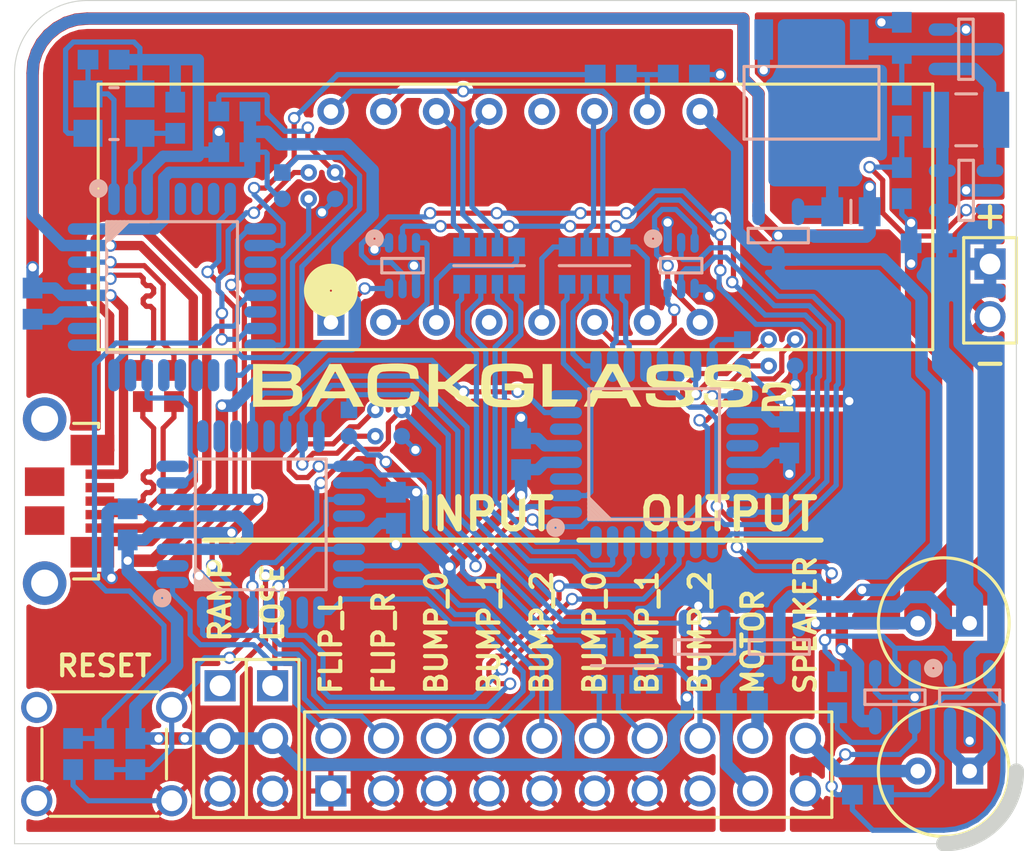
<source format=kicad_pcb>
(kicad_pcb (version 4) (host pcbnew 4.0.3-stable)
  (layers (0 F.Cu signal) (31 B.Cu signal) (34 B.Paste user hide) (35 F.Paste user hide) (36 B.SilkS user) (37 F.SilkS user) (38 B.Mask user) (39 F.Mask user) (44 Edge.Cuts user))
  (net 0 "")
  (net 1 "Net-(C1-Pad2)")
  (net 2 "Net-(C2-Pad1)")
  (net 3 "Net-(C2-Pad2)")
  (net 4 MOTOR-)
  (net 5 "Net-(C4-Pad1)")
  (net 6 +5V)
  (net 7 "Net-(C11-Pad2)")
  (net 8 "Net-(C12-Pad2)")
  (net 9 "Net-(C14-Pad2)")
  (net 10 "Net-(C15-Pad2)")
  (net 11 "Net-(D2-PadA)")
  (net 12 "Net-(DS1-Pad1)")
  (net 13 "Net-(DS1-Pad2)")
  (net 14 "Net-(DS1-Pad3)")
  (net 15 "Net-(DS1-Pad4)")
  (net 16 "Net-(DS1-Pad5)")
  (net 17 "Net-(DS1-Pad6)")
  (net 18 "Net-(DS1-Pad7)")
  (net 19 "Net-(DS1-Pad8)")
  (net 20 "Net-(DS1-Pad10)")
  (net 21 "Net-(DS1-Pad11)")
  (net 22 "Net-(DS1-Pad12)")
  (net 23 "Net-(DS1-Pad13)")
  (net 24 "Net-(DS1-Pad14)")
  (net 25 "Net-(DS1-Pad15)")
  (net 26 "Net-(DS1-Pad16)")
  (net 27 BUMP_2_LED)
  (net 28 BUMP_1_LED)
  (net 29 BUMP_0_LED)
  (net 30 BUMP_2_SENSE)
  (net 31 BUMP_1_SENSE)
  (net 32 BUMP_0_SENSE)
  (net 33 FLIP_R_SENSE)
  (net 34 FLIP_L_SENSE)
  (net 35 RAMP_SENSE)
  (net 36 OUT_SENSE)
  (net 37 "Net-(J4-Pad2)")
  (net 38 V_USB)
  (net 39 "Net-(J4-Pad3)")
  (net 40 "Net-(J4-Pad4)")
  (net 41 "Net-(J11-Pad1)")
  (net 42 "Net-(J11-Pad3)")
  (net 43 "Net-(J11-Pad4)")
  (net 44 "Net-(J11-Pad5)")
  (net 45 "Net-(J12-Pad1)")
  (net 46 "Net-(J12-Pad3)")
  (net 47 "Net-(J12-Pad4)")
  (net 48 "Net-(J13-Pad1)")
  (net 49 "Net-(J13-Pad3)")
  (net 50 "Net-(J13-Pad4)")
  (net 51 MOTOR_SIG)
  (net 52 AUDIO_SIG)
  (net 53 "Net-(Q2-PadG2)")
  (net 54 "Net-(Q3-PadG1)")
  (net 55 "Net-(Q3-PadG2)")
  (net 56 "Net-(Q4-PadG1)")
  (net 57 "Net-(Q4-PadG2)")
  (net 58 "Net-(R1-Pad2)")
  (net 59 "Net-(R2-Pad2)")
  (net 60 RX_LED)
  (net 61 "Net-(R10-Pad2)")
  (net 62 "Net-(U1-Pad5)")
  (net 63 "Net-(U1-Pad6)")
  (net 64 "Net-(U1-Pad7)")
  (net 65 "Net-(U1-Pad8)")
  (net 66 "Net-(U1-Pad9)")
  (net 67 "Net-(U1-Pad11)")
  (net 68 "Net-(U1-Pad12)")
  (net 69 "Net-(U1-Pad14)")
  (net 70 "Net-(U1-Pad18)")
  (net 71 "Net-(U1-Pad19)")
  (net 72 "Net-(U1-Pad20)")
  (net 73 "Net-(U1-Pad21)")
  (net 74 CLK1)
  (net 75 "Net-(U1-Pad23)")
  (net 76 "Net-(U1-Pad25)")
  (net 77 "Net-(U1-Pad26)")
  (net 78 "Net-(U2-Pad2)")
  (net 79 "Net-(U2-Pad8)")
  (net 80 "Net-(U2-Pad9)")
  (net 81 "Net-(U2-Pad10)")
  (net 82 "Net-(U2-Pad11)")
  (net 83 CLK2)
  (net 84 "Net-(U2-Pad13)")
  (net 85 "Net-(U2-Pad20)")
  (net 86 "Net-(U2-Pad26)")
  (net 87 SDA)
  (net 88 SCL)
  (net 89 "Net-(U3-Pad3)")
  (net 90 "Net-(U3-Pad6)")
  (net 91 "Net-(U3-Pad8)")
  (net 92 "Net-(U3-Pad12)")
  (net 93 "Net-(U3-Pad14)")
  (net 94 "Net-(U3-Pad19)")
  (net 95 "Net-(U3-Pad20)")
  (net 96 "Net-(U3-Pad22)")
  (net 97 GND)
  (net 98 SPEAKER)
  (net 99 +V_BATT)
  (net 100 "Net-(RN1-Pad7)")
  (net 101 "Net-(RN1-Pad8)")
  (net 102 "Net-(RN1-Pad6)")
  (net 103 "Net-(RN1-Pad5)")
  (net 104 "Net-(RN2-Pad7)")
  (net 105 "Net-(RN2-Pad8)")
  (net 106 "Net-(RN2-Pad5)")
  (net 107 "Net-(RN2-Pad6)")
  (module M_SMD_Quad:TQFP-32 (layer B.Cu) (at 128.7 96.37 90)
    (fp_text reference U2)
    (fp_text value ATmega328P-AU)
    (pad 1 smd oval (at -2.8 -4.25) (size 1.55 0.55) (layers B.Cu B.Paste B.Mask) (net 34 FLIP_L_SENSE))
    (pad 2 smd oval (at -2 -4.25) (size 1.55 0.55) (layers B.Cu B.Paste B.Mask) (net 78 "Net-(U2-Pad2)"))
    (pad 3 smd oval (at -1.2 -4.25) (size 1.55 0.55) (layers B.Cu B.Paste B.Mask) (net 97 GND))
    (pad 4 smd oval (at -0.4 -4.25) (size 1.55 0.55) (layers B.Cu B.Paste B.Mask) (net 6 +5V))
    (pad 5 smd oval (at 0.4 -4.25) (size 1.55 0.55) (layers B.Cu B.Paste B.Mask) (net 97 GND))
    (pad 6 smd oval (at 1.2 -4.25) (size 1.55 0.55) (layers B.Cu B.Paste B.Mask) (net 6 +5V))
    (pad 7 smd oval (at 2 -4.25) (size 1.55 0.55) (layers B.Cu B.Paste B.Mask) (net 74 CLK1))
    (pad 8 smd oval (at 2.8 -4.25) (size 1.55 0.55) (layers B.Cu B.Paste B.Mask) (net 79 "Net-(U2-Pad8)"))
    (pad 9 smd oval (at 4.25 -2.8) (size 0.55 1.55) (layers B.Cu B.Paste B.Mask) (net 80 "Net-(U2-Pad9)"))
    (pad 10 smd oval (at 4.25 -2) (size 0.55 1.55) (layers B.Cu B.Paste B.Mask) (net 81 "Net-(U2-Pad10)"))
    (pad 11 smd oval (at 4.25 -1.2) (size 0.55 1.55) (layers B.Cu B.Paste B.Mask) (net 82 "Net-(U2-Pad11)"))
    (pad 12 smd oval (at 4.25 -0.4) (size 0.55 1.55) (layers B.Cu B.Paste B.Mask) (net 83 CLK2))
    (pad 13 smd oval (at 4.25 0.4) (size 0.55 1.55) (layers B.Cu B.Paste B.Mask) (net 84 "Net-(U2-Pad13)"))
    (pad 14 smd oval (at 4.25 1.2) (size 0.55 1.55) (layers B.Cu B.Paste B.Mask) (net 51 MOTOR_SIG))
    (pad 15 smd oval (at 4.25 2) (size 0.55 1.55) (layers B.Cu B.Paste B.Mask) (net 47 "Net-(J12-Pad4)"))
    (pad 16 smd oval (at 4.25 2.8) (size 0.55 1.55) (layers B.Cu B.Paste B.Mask) (net 45 "Net-(J12-Pad1)"))
    (pad 17 smd oval (at 2.8 4.25) (size 1.55 0.55) (layers B.Cu B.Paste B.Mask) (net 46 "Net-(J12-Pad3)"))
    (pad 18 smd oval (at 2 4.25) (size 1.55 0.55) (layers B.Cu B.Paste B.Mask) (net 6 +5V))
    (pad 19 smd oval (at 1.2 4.25) (size 1.55 0.55) (layers B.Cu B.Paste B.Mask) (net 35 RAMP_SENSE))
    (pad 20 smd oval (at 0.4 4.25) (size 1.55 0.55) (layers B.Cu B.Paste B.Mask) (net 85 "Net-(U2-Pad20)"))
    (pad 21 smd oval (at -0.4 4.25) (size 1.55 0.55) (layers B.Cu B.Paste B.Mask) (net 97 GND))
    (pad 22 smd oval (at -1.2 4.25) (size 1.55 0.55) (layers B.Cu B.Paste B.Mask) (net 36 OUT_SENSE))
    (pad 23 smd oval (at -2 4.25) (size 1.55 0.55) (layers B.Cu B.Paste B.Mask) (net 30 BUMP_2_SENSE))
    (pad 24 smd oval (at -2.8 4.25) (size 1.55 0.55) (layers B.Cu B.Paste B.Mask) (net 31 BUMP_1_SENSE))
    (pad 25 smd oval (at -4.25 2.8) (size 0.55 1.55) (layers B.Cu B.Paste B.Mask) (net 32 BUMP_0_SENSE))
    (pad 26 smd oval (at -4.25 2) (size 0.55 1.55) (layers B.Cu B.Paste B.Mask) (net 86 "Net-(U2-Pad26)"))
    (pad 27 smd oval (at -4.25 1.2) (size 0.55 1.55) (layers B.Cu B.Paste B.Mask) (net 87 SDA))
    (pad 28 smd oval (at -4.25 0.4) (size 0.55 1.55) (layers B.Cu B.Paste B.Mask) (net 88 SCL))
    (pad 29 smd oval (at -4.25 -0.4) (size 0.55 1.55) (layers B.Cu B.Paste B.Mask) (net 3 "Net-(C2-Pad2)"))
    (pad 30 smd oval (at -4.25 -1.2) (size 0.55 1.55) (layers B.Cu B.Paste B.Mask) (net 66 "Net-(U1-Pad9)"))
    (pad 31 smd oval (at -4.25 -2) (size 0.55 1.55) (layers B.Cu B.Paste B.Mask) (net 65 "Net-(U1-Pad8)"))
    (pad 32 smd oval (at -4.25 -2.8) (size 0.55 1.55) (layers B.Cu B.Paste B.Mask) (net 33 FLIP_R_SENSE))
  )
  (module M_SMD:1608 (layer B.Cu) (at 117.71 85.73 270)
    (fp_text reference C1)
    (fp_text value 1u)
    (pad 1 smd rect (at -0.75 0 270) (size 1 0.95) (layers B.Cu B.Paste B.Mask) (net 97 GND))
    (pad 2 smd rect (at 0.75 0 270) (size 1 0.95) (layers B.Cu B.Paste B.Mask) (net 1 "Net-(C1-Pad2)"))
  )
  (module M_SMD:1608 (layer B.Cu) (at 121.16 107.44 270)
    (fp_text reference C2)
    (fp_text value 0.1u)
    (pad 1 smd rect (at -0.75 0 270) (size 1 0.95) (layers B.Cu B.Paste B.Mask) (net 2 "Net-(C2-Pad1)"))
    (pad 2 smd rect (at 0.75 0 270) (size 1 0.95) (layers B.Cu B.Paste B.Mask) (net 3 "Net-(C2-Pad2)"))
  )
  (module M_SMD:1608 (layer B.Cu) (at 151.88 104.98)
    (fp_text reference C3)
    (fp_text value 0.1u)
    (pad 1 smd rect (at -0.75 0) (size 1 0.95) (layers B.Cu B.Paste B.Mask) (net 4 MOTOR-))
    (pad 2 smd rect (at 0.75 0) (size 1 0.95) (layers B.Cu B.Paste B.Mask) (net 99 +V_BATT))
  )
  (module M_Through-hole:C_6.3-2.5mm (layer F.Cu) (at 161.6 108.26 180)
    (fp_text reference C4)
    (fp_text value 220u)
    (pad 1 thru_hole rect (at -1.25 0 180) (size 1.3 1.3) (drill 0.7) (layers *.Cu *.Mask) (net 5 "Net-(C4-Pad1)"))
    (pad 2 thru_hole circle (at 1.25 0 180) (size 1.3 1.3) (drill 0.7) (layers *.Cu *.Mask) (net 98 SPEAKER))
  )
  (module M_SMD:1608 (layer B.Cu) (at 127.43 78.43)
    (fp_text reference C5)
    (fp_text value 0.1u)
    (pad 1 smd rect (at -0.75 0) (size 1 0.95) (layers B.Cu B.Paste B.Mask) (net 97 GND))
    (pad 2 smd rect (at 0.75 0) (size 1 0.95) (layers B.Cu B.Paste B.Mask) (net 6 +5V))
  )
  (module M_SMD:1608 (layer B.Cu) (at 135.21 95.57 90)
    (fp_text reference C6)
    (fp_text value 0.1u)
    (pad 1 smd rect (at -0.75 0 90) (size 1 0.95) (layers B.Cu B.Paste B.Mask) (net 97 GND))
    (pad 2 smd rect (at 0.75 0 90) (size 1 0.95) (layers B.Cu B.Paste B.Mask) (net 6 +5V))
  )
  (module M_SMD:1608 (layer B.Cu) (at 122.29 96.37 270)
    (fp_text reference C7)
    (fp_text value 0.1u)
    (pad 1 smd rect (at -0.75 0 270) (size 1 0.95) (layers B.Cu B.Paste B.Mask) (net 97 GND))
    (pad 2 smd rect (at 0.75 0 270) (size 1 0.95) (layers B.Cu B.Paste B.Mask) (net 6 +5V))
  )
  (module M_SMD:1608 (layer B.Cu) (at 154.16 92.18 90)
    (fp_text reference C8)
    (fp_text value 0.1u)
    (pad 1 smd rect (at -0.75 0 90) (size 1 0.95) (layers B.Cu B.Paste B.Mask) (net 97 GND))
    (pad 2 smd rect (at 0.75 0 90) (size 1 0.95) (layers B.Cu B.Paste B.Mask) (net 6 +5V))
  )
  (module M_SMD:1608 (layer B.Cu) (at 141.24 92.98 270)
    (fp_text reference C9)
    (fp_text value 0.1u)
    (pad 1 smd rect (at -0.75 0 270) (size 1 0.95) (layers B.Cu B.Paste B.Mask) (net 97 GND))
    (pad 2 smd rect (at 0.75 0 270) (size 1 0.95) (layers B.Cu B.Paste B.Mask) (net 6 +5V))
  )
  (module M_SMD:1608 (layer B.Cu) (at 160.78 82.82)
    (fp_text reference C10)
    (fp_text value 1u)
    (pad 1 smd rect (at -0.75 0) (size 1 0.95) (layers B.Cu B.Paste B.Mask) (net 97 GND))
    (pad 2 smd rect (at 0.75 0) (size 1 0.95) (layers B.Cu B.Paste B.Mask) (net 99 +V_BATT) (thermal_gap 0.2))
  )
  (module M_SMD:1608 (layer B.Cu) (at 159.58 72.92 270)
    (fp_text reference C11)
    (fp_text value 1u)
    (pad 1 smd rect (at -0.75 0 270) (size 1 0.95) (layers B.Cu B.Paste B.Mask) (net 97 GND))
    (pad 2 smd rect (at 0.75 0 270) (size 1 0.95) (layers B.Cu B.Paste B.Mask) (net 7 "Net-(C11-Pad2)"))
  )
  (module M_SMD:2012 (layer B.Cu) (at 157.13 81.3 180)
    (fp_text reference C12)
    (fp_text value 10u)
    (pad 1 smd rect (at -0.9 0 180) (size 1.05 1.4) (layers B.Cu B.Paste B.Mask) (net 97 GND))
    (pad 2 smd rect (at 0.9 0 180) (size 1.05 1.4) (layers B.Cu B.Paste B.Mask) (net 8 "Net-(C12-Pad2)"))
  )
  (module M_Through-hole:C_6.3-2.5mm (layer F.Cu) (at 161.6 101.13 180)
    (fp_text reference C13)
    (fp_text value 220u)
    (pad 1 thru_hole rect (at -1.25 0 180) (size 1.3 1.3) (drill 0.7) (layers *.Cu *.Mask) (net 99 +V_BATT))
    (pad 2 thru_hole circle (at 1.25 0 180) (size 1.3 1.3) (drill 0.7) (layers *.Cu *.Mask) (net 97 GND))
  )
  (module M_SMD:1608 (layer B.Cu) (at 121.13 73.97 180)
    (fp_text reference C14)
    (fp_text value 22p)
    (pad 1 smd rect (at -0.75 0 180) (size 1 0.95) (layers B.Cu B.Paste B.Mask) (net 97 GND))
    (pad 2 smd rect (at 0.75 0 180) (size 1 0.95) (layers B.Cu B.Paste B.Mask) (net 9 "Net-(C14-Pad2)"))
  )
  (module M_SMD:1608 (layer B.Cu) (at 124.58 76.77 270)
    (fp_text reference C15)
    (fp_text value 22p)
    (pad 1 smd rect (at -0.75 0 270) (size 1 0.95) (layers B.Cu B.Paste B.Mask) (net 97 GND))
    (pad 2 smd rect (at 0.75 0 270) (size 1 0.95) (layers B.Cu B.Paste B.Mask) (net 10 "Net-(C15-Pad2)"))
  )
  (module M_SMD:SOT-23-3_A-C (layer B.Cu) (at 153.68 102.28)
    (fp_text reference D1)
    (fp_text value D_Schottky)
    (pad A smd oval (at -0.95 -1.15) (size 0.6 1.3) (layers B.Cu B.Paste B.Mask) (net 4 MOTOR-))
    (pad "" smd oval (at 0.95 -1.15) (size 0.6 1.3) (layers B.Cu B.Paste B.Mask) (net 97 GND))
    (pad C smd oval (at 0 1.15) (size 0.6 1.3) (layers B.Cu B.Paste B.Mask) (net 99 +V_BATT))
  )
  (module M_SMD:SOT-23-3_A-C (layer B.Cu) (at 162.67 73.47 90)
    (fp_text reference D2)
    (fp_text value D_Schottky)
    (pad A smd oval (at -0.95 -1.15 90) (size 0.6 1.3) (layers B.Cu B.Paste B.Mask) (net 11 "Net-(D2-PadA)"))
    (pad "" smd oval (at 0.95 -1.15 90) (size 0.6 1.3) (layers B.Cu B.Paste B.Mask) (net 97 GND))
    (pad C smd oval (at 0 1.15 90) (size 0.6 1.3) (layers B.Cu B.Paste B.Mask) (net 7 "Net-(C11-Pad2)"))
  )
  (module M_SMD:SOT-23-3_AAC (layer B.Cu) (at 153.63 82.45)
    (fp_text reference D3)
    (fp_text value D_Schottky_Dual_CC)
    (pad A1 smd oval (at -0.95 -1.15) (size 0.6 1.3) (layers B.Cu B.Paste B.Mask) (net 38 V_USB))
    (pad A2 smd oval (at 0.95 -1.15) (size 0.6 1.3) (layers B.Cu B.Paste B.Mask) (net 8 "Net-(C12-Pad2)"))
    (pad C smd oval (at 0 1.15) (size 0.6 1.3) (layers B.Cu B.Paste B.Mask) (net 6 +5V))
  )
  (module X_Proprietary:TDCx10xxM (layer F.Cu) (at 140.97 81.55)
    (fp_text reference DS1)
    (fp_text value 7_SEG_Clock_CC)
    (pad 1 thru_hole rect (at -8.89 5.08) (size 1.3 1.3) (drill 0.7) (layers *.Cu *.Mask) (net 12 "Net-(DS1-Pad1)"))
    (pad 2 thru_hole circle (at -6.35 5.08) (size 1.3 1.3) (drill 0.7) (layers *.Cu *.Mask) (net 13 "Net-(DS1-Pad2)"))
    (pad 3 thru_hole circle (at -3.81 5.08) (size 1.3 1.3) (drill 0.7) (layers *.Cu *.Mask) (net 14 "Net-(DS1-Pad3)"))
    (pad 4 thru_hole circle (at -1.27 5.08) (size 1.3 1.3) (drill 0.7) (layers *.Cu *.Mask) (net 15 "Net-(DS1-Pad4)"))
    (pad 5 thru_hole circle (at 1.27 5.08) (size 1.3 1.3) (drill 0.7) (layers *.Cu *.Mask) (net 16 "Net-(DS1-Pad5)"))
    (pad 6 thru_hole circle (at 3.81 5.08) (size 1.3 1.3) (drill 0.7) (layers *.Cu *.Mask) (net 17 "Net-(DS1-Pad6)"))
    (pad 7 thru_hole circle (at 6.35 5.08) (size 1.3 1.3) (drill 0.7) (layers *.Cu *.Mask) (net 18 "Net-(DS1-Pad7)"))
    (pad 8 thru_hole circle (at 8.89 5.08) (size 1.3 1.3) (drill 0.7) (layers *.Cu *.Mask) (net 19 "Net-(DS1-Pad8)"))
    (pad 9 thru_hole circle (at 8.89 -5.08) (size 1.3 1.3) (drill 0.7) (layers *.Cu *.Mask) (net 6 +5V))
    (pad 10 thru_hole circle (at 6.35 -5.08) (size 1.3 1.3) (drill 0.7) (layers *.Cu *.Mask) (net 20 "Net-(DS1-Pad10)"))
    (pad 11 thru_hole circle (at 3.81 -5.08) (size 1.3 1.3) (drill 0.7) (layers *.Cu *.Mask) (net 21 "Net-(DS1-Pad11)"))
    (pad 12 thru_hole circle (at 1.27 -5.08) (size 1.3 1.3) (drill 0.7) (layers *.Cu *.Mask) (net 22 "Net-(DS1-Pad12)"))
    (pad 13 thru_hole circle (at -1.27 -5.08) (size 1.3 1.3) (drill 0.7) (layers *.Cu *.Mask) (net 23 "Net-(DS1-Pad13)"))
    (pad 14 thru_hole circle (at -3.81 -5.08) (size 1.3 1.3) (drill 0.7) (layers *.Cu *.Mask) (net 24 "Net-(DS1-Pad14)"))
    (pad 15 thru_hole circle (at -6.35 -5.08) (size 1.3 1.3) (drill 0.7) (layers *.Cu *.Mask) (net 25 "Net-(DS1-Pad15)"))
    (pad 16 thru_hole circle (at -8.89 -5.08) (size 1.3 1.3) (drill 0.7) (layers *.Cu *.Mask) (net 26 "Net-(DS1-Pad16)"))
  )
  (module M_SMD:3225 (layer B.Cu) (at 162.68 76.87)
    (fp_text reference L1)
    (fp_text value 10u)
    (pad 1 smd rect (at -1.45 0) (size 1.25 2.7) (layers B.Cu B.Paste B.Mask) (net 99 +V_BATT))
    (pad 2 smd rect (at 1.45 0) (size 1.25 2.7) (layers B.Cu B.Paste B.Mask) (net 11 "Net-(D2-PadA)"))
  )
  (module I_Through-hole:10x2_0.1in (layer F.Cu) (at 143.51 107.95)
    (fp_text reference J1)
    (fp_text value "IO Header")
    (pad 1 thru_hole rect (at -11.43 1.27) (size 1.5 1.5) (drill 1) (layers *.Cu *.Mask) (net 97 GND))
    (pad 3 thru_hole circle (at -8.89 1.27) (size 1.5 1.5) (drill 1) (layers *.Cu *.Mask) (net 97 GND))
    (pad 5 thru_hole circle (at -6.35 1.27) (size 1.5 1.5) (drill 1) (layers *.Cu *.Mask) (net 97 GND))
    (pad 7 thru_hole circle (at -3.81 1.27) (size 1.5 1.5) (drill 1) (layers *.Cu *.Mask) (net 97 GND))
    (pad 9 thru_hole circle (at -1.27 1.27) (size 1.5 1.5) (drill 1) (layers *.Cu *.Mask) (net 97 GND))
    (pad 11 thru_hole circle (at 1.27 1.27) (size 1.5 1.5) (drill 1) (layers *.Cu *.Mask) (net 97 GND))
    (pad 13 thru_hole circle (at 3.81 1.27) (size 1.5 1.5) (drill 1) (layers *.Cu *.Mask) (net 97 GND))
    (pad 15 thru_hole circle (at 6.35 1.27) (size 1.5 1.5) (drill 1) (layers *.Cu *.Mask) (net 97 GND))
    (pad 17 thru_hole circle (at 8.89 1.27) (size 1.5 1.5) (drill 1) (layers *.Cu *.Mask) (net 4 MOTOR-))
    (pad 19 thru_hole circle (at 11.43 1.27) (size 1.5 1.5) (drill 1) (layers *.Cu *.Mask) (net 97 GND))
    (pad 20 thru_hole circle (at 11.43 -1.27) (size 1.5 1.5) (drill 1) (layers *.Cu *.Mask) (net 98 SPEAKER))
    (pad 18 thru_hole circle (at 8.89 -1.27) (size 1.5 1.5) (drill 1) (layers *.Cu *.Mask) (net 99 +V_BATT))
    (pad 16 thru_hole circle (at 6.35 -1.27) (size 1.5 1.5) (drill 1) (layers *.Cu *.Mask) (net 27 BUMP_2_LED))
    (pad 14 thru_hole circle (at 3.81 -1.27) (size 1.5 1.5) (drill 1) (layers *.Cu *.Mask) (net 28 BUMP_1_LED))
    (pad 12 thru_hole circle (at 1.27 -1.27) (size 1.5 1.5) (drill 1) (layers *.Cu *.Mask) (net 29 BUMP_0_LED))
    (pad 10 thru_hole circle (at -1.27 -1.27) (size 1.5 1.5) (drill 1) (layers *.Cu *.Mask) (net 30 BUMP_2_SENSE))
    (pad 8 thru_hole circle (at -3.81 -1.27) (size 1.5 1.5) (drill 1) (layers *.Cu *.Mask) (net 31 BUMP_1_SENSE))
    (pad 6 thru_hole circle (at -6.35 -1.27) (size 1.5 1.5) (drill 1) (layers *.Cu *.Mask) (net 32 BUMP_0_SENSE))
    (pad 4 thru_hole circle (at -8.89 -1.27) (size 1.5 1.5) (drill 1) (layers *.Cu *.Mask) (net 33 FLIP_R_SENSE))
    (pad 2 thru_hole circle (at -11.43 -1.27) (size 1.5 1.5) (drill 1) (layers *.Cu *.Mask) (net 34 FLIP_L_SENSE))
  )
  (module I_Through-hole:3x1_0.1in (layer F.Cu) (at 126.74 106.69 270)
    (fp_text reference J2)
    (fp_text value "RAMP Header")
    (pad 1 thru_hole rect (at -2.54 0 270) (size 1.5 1.5) (drill 1) (layers *.Cu *.Mask) (net 35 RAMP_SENSE))
    (pad 2 thru_hole circle (at 0 0 270) (size 1.5 1.5) (drill 1) (layers *.Cu *.Mask) (net 6 +5V))
    (pad 3 thru_hole circle (at 2.54 0 270) (size 1.5 1.5) (drill 1) (layers *.Cu *.Mask) (net 97 GND))
  )
  (module I_Through-hole:3x1_0.1in (layer F.Cu) (at 129.27 106.69 270)
    (fp_text reference J3)
    (fp_text value "OUT Header")
    (pad 1 thru_hole rect (at -2.54 0 270) (size 1.5 1.5) (drill 1) (layers *.Cu *.Mask) (net 36 OUT_SENSE))
    (pad 2 thru_hole circle (at 0 0 270) (size 1.5 1.5) (drill 1) (layers *.Cu *.Mask) (net 6 +5V))
    (pad 3 thru_hole circle (at 2.54 0 270) (size 1.5 1.5) (drill 1) (layers *.Cu *.Mask) (net 97 GND))
  )
  (module X_Proprietary:Molex_1051640001 (layer F.Cu) (at 116.84 95.25)
    (fp_text reference J4)
    (fp_text value Micro_USB_Connector)
    (pad 2 smd rect (at 4.11 0.65) (size 1.38 0.45) (layers F.Cu F.Paste F.Mask) (net 37 "Net-(J4-Pad2)"))
    (pad 1 smd rect (at 4.11 1.3) (size 1.38 0.45) (layers F.Cu F.Paste F.Mask) (net 38 V_USB))
    (pad 3 smd rect (at 4.11 0) (size 1.38 0.45) (layers F.Cu F.Paste F.Mask) (net 39 "Net-(J4-Pad3)"))
    (pad 5 smd rect (at 4.11 -1.3) (size 1.38 0.45) (layers F.Cu F.Paste F.Mask) (net 97 GND))
    (pad S thru_hole circle (at 1.45 -3.95) (size 2.1 2.1) (drill 1.3) (layers *.Cu *.Mask))
    (pad S thru_hole circle (at 1.45 3.95) (size 2.1 2.1) (drill 1.3) (layers *.Cu *.Mask))
    (pad "" connect rect (at 1.45 -0.9375) (size 1.9 1.375) (layers F.Cu F.Mask))
    (pad "" connect rect (at 1.45 0.9375) (size 1.9 1.375) (layers F.Cu F.Mask))
    (pad S smd rect (at 3.75 -2.4625) (size 2.1 1.475) (layers F.Cu F.Paste F.Mask))
    (pad S smd rect (at 3.75 2.4625) (size 2.1 1.475) (layers F.Cu F.Paste F.Mask))
    (pad 4 smd rect (at 4.11 -0.65) (size 1.38 0.45) (layers F.Cu F.Paste F.Mask) (net 40 "Net-(J4-Pad4)"))
  )
  (module I_Through-hole:2x1_0.1in (layer F.Cu) (at 163.83 85.09 270)
    (fp_text reference J5)
    (fp_text value Batteries)
    (pad 1 thru_hole rect (at -1.27 0 270) (size 1.5 1.5) (drill 1) (layers *.Cu *.Mask) (net 99 +V_BATT) (thermal_gap 0.2))
    (pad 2 thru_hole circle (at 1.27 0 270) (size 1.5 1.5) (drill 1) (layers *.Cu *.Mask) (net 97 GND) (thermal_gap 0.2))
  )
  (module X_Proprietary:AVR_ICSP_0.05in (layer B.Cu) (at 131.01 80.045)
    (fp_text reference J11)
    (fp_text value Header_ICSP_AVR)
    (pad 1 smd rect (at -1.27 -0.635 180) (size 0.8 0.8) (layers B.Cu B.Mask) (net 41 "Net-(J11-Pad1)"))
    (pad 2 smd circle (at -1.27 0.635 180) (size 0.8 0.8) (layers B.Cu B.Mask) (net 6 +5V))
    (pad 3 connect circle (at 0 -0.635 180) (size 0.8 0.8) (layers B.Cu B.Mask) (net 42 "Net-(J11-Pad3)"))
    (pad 4 connect circle (at 0 0.635 180) (size 0.8 0.8) (layers B.Cu B.Mask) (net 43 "Net-(J11-Pad4)"))
    (pad 5 smd circle (at 1.27 -0.635 180) (size 0.8 0.8) (layers B.Cu B.Mask) (net 44 "Net-(J11-Pad5)"))
    (pad 6 smd circle (at 1.27 0.635 180) (size 0.8 0.8) (layers B.Cu B.Mask) (net 97 GND))
  )
  (module X_Proprietary:AVR_ICSP_0.05in (layer B.Cu) (at 134.22 91.485)
    (fp_text reference J12)
    (fp_text value Header_ICSP_AVR)
    (pad 1 smd rect (at -1.27 -0.635 180) (size 0.8 0.8) (layers B.Cu B.Mask) (net 45 "Net-(J12-Pad1)"))
    (pad 2 smd circle (at -1.27 0.635 180) (size 0.8 0.8) (layers B.Cu B.Mask) (net 6 +5V))
    (pad 3 connect circle (at 0 -0.635 180) (size 0.8 0.8) (layers B.Cu B.Mask) (net 46 "Net-(J12-Pad3)"))
    (pad 4 connect circle (at 0 0.635 180) (size 0.8 0.8) (layers B.Cu B.Mask) (net 47 "Net-(J12-Pad4)"))
    (pad 5 smd circle (at 1.27 -0.635 180) (size 0.8 0.8) (layers B.Cu B.Mask) (net 3 "Net-(C2-Pad2)"))
    (pad 6 smd circle (at 1.27 0.635 180) (size 0.8 0.8) (layers B.Cu B.Mask) (net 97 GND))
  )
  (module X_Proprietary:AVR_ICSP_0.05in (layer B.Cu) (at 153.17 88.095)
    (fp_text reference J13)
    (fp_text value Header_ICSP_AVR)
    (pad 1 smd rect (at -1.27 -0.635 180) (size 0.8 0.8) (layers B.Cu B.Mask) (net 48 "Net-(J13-Pad1)"))
    (pad 2 smd circle (at -1.27 0.635 180) (size 0.8 0.8) (layers B.Cu B.Mask) (net 6 +5V))
    (pad 3 connect circle (at 0 -0.635 180) (size 0.8 0.8) (layers B.Cu B.Mask) (net 49 "Net-(J13-Pad3)"))
    (pad 4 connect circle (at 0 0.635 180) (size 0.8 0.8) (layers B.Cu B.Mask) (net 50 "Net-(J13-Pad4)"))
    (pad 5 smd circle (at 1.27 -0.635 180) (size 0.8 0.8) (layers B.Cu B.Mask) (net 3 "Net-(C2-Pad2)"))
    (pad 6 smd circle (at 1.27 0.635 180) (size 0.8 0.8) (layers B.Cu B.Mask) (net 97 GND))
  )
  (module M_SMD:SOT-23-3_GSD (layer B.Cu) (at 150.08 102.28)
    (fp_text reference Q1)
    (fp_text value MOSFET_N_E)
    (pad G smd oval (at -0.95 -1.15) (size 0.6 1.3) (layers B.Cu B.Paste B.Mask) (net 51 MOTOR_SIG))
    (pad S smd oval (at 0.95 -1.15) (size 0.6 1.3) (layers B.Cu B.Paste B.Mask) (net 97 GND))
    (pad D smd oval (at 0 1.15) (size 0.6 1.3) (layers B.Cu B.Paste B.Mask) (net 4 MOTOR-))
  )
  (module M_SMD:SOT-23-6_G1-S2-G2-D2-S1-D1 (layer B.Cu) (at 162.85 104.7)
    (fp_text reference Q2)
    (fp_text value MOSFET_N_E+P_E)
    (pad G1 smd oval (at -0.95 -1.15) (size 0.6 1.3) (layers B.Cu B.Paste B.Mask) (net 52 AUDIO_SIG))
    (pad G2 smd oval (at 0.95 -1.15) (size 0.6 1.3) (layers B.Cu B.Paste B.Mask) (net 53 "Net-(Q2-PadG2)"))
    (pad S1 smd oval (at 0 1.15) (size 0.6 1.3) (layers B.Cu B.Paste B.Mask) (net 97 GND))
    (pad S2 smd oval (at 0 -1.15) (size 0.6 1.3) (layers B.Cu B.Paste B.Mask) (net 99 +V_BATT))
    (pad D2 smd oval (at 0.95 1.15) (size 0.6 1.3) (layers B.Cu B.Paste B.Mask) (net 5 "Net-(C4-Pad1)"))
    (pad D1 smd oval (at -0.95 1.15) (size 0.6 1.3) (layers B.Cu B.Paste B.Mask) (net 5 "Net-(C4-Pad1)"))
  )
  (module M_SMD_Dual:TSSOP-6_S1-G1-D2-S2-G2-D1 (layer B.Cu) (at 135.53 83.9)
    (fp_text reference Q3)
    (fp_text value MOSFET_N_E_Dual)
    (pad S1 smd oval (at -0.65 -1.1) (size 0.4 0.95) (layers B.Cu B.Paste B.Mask) (net 97 GND))
    (pad G1 smd oval (at 0 -1.1) (size 0.4 0.95) (layers B.Cu B.Paste B.Mask) (net 54 "Net-(Q3-PadG1)"))
    (pad D2 smd oval (at 0.65 -1.1) (size 0.4 0.95) (layers B.Cu B.Paste B.Mask) (net 13 "Net-(DS1-Pad2)"))
    (pad S2 smd oval (at 0.65 1.1) (size 0.4 0.95) (layers B.Cu B.Paste B.Mask) (net 97 GND))
    (pad D1 smd oval (at -0.65 1.1) (size 0.4 0.95) (layers B.Cu B.Paste B.Mask) (net 12 "Net-(DS1-Pad1)"))
    (pad G2 smd oval (at 0 1.1) (size 0.4 0.95) (layers B.Cu B.Paste B.Mask) (net 55 "Net-(Q3-PadG2)"))
  )
  (module M_SMD_Dual:TSSOP-6_S1-G1-D2-S2-G2-D1 (layer B.Cu) (at 148.95 83.9)
    (fp_text reference Q4)
    (fp_text value MOSFET_N_E_Dual)
    (pad S1 smd oval (at -0.65 -1.1) (size 0.4 0.95) (layers B.Cu B.Paste B.Mask) (net 97 GND))
    (pad G1 smd oval (at 0 -1.1) (size 0.4 0.95) (layers B.Cu B.Paste B.Mask) (net 56 "Net-(Q4-PadG1)"))
    (pad D2 smd oval (at 0.65 -1.1) (size 0.4 0.95) (layers B.Cu B.Paste B.Mask) (net 19 "Net-(DS1-Pad8)"))
    (pad S2 smd oval (at 0.65 1.1) (size 0.4 0.95) (layers B.Cu B.Paste B.Mask) (net 97 GND))
    (pad D1 smd oval (at -0.65 1.1) (size 0.4 0.95) (layers B.Cu B.Paste B.Mask) (net 17 "Net-(DS1-Pad6)"))
    (pad G2 smd oval (at 0 1.1) (size 0.4 0.95) (layers B.Cu B.Paste B.Mask) (net 57 "Net-(Q4-PadG2)"))
  )
  (module M_SMD:1608 (layer F.Cu) (at 124.52 89.7 90)
    (fp_text reference R1)
    (fp_text value 22)
    (pad 1 smd rect (at -0.75 0 90) (size 1 0.95) (layers F.Cu F.Paste F.Mask) (net 37 "Net-(J4-Pad2)"))
    (pad 2 smd rect (at 0.75 0 90) (size 1 0.95) (layers F.Cu F.Paste F.Mask) (net 58 "Net-(R1-Pad2)"))
  )
  (module M_SMD:1608 (layer F.Cu) (at 123.02 89.7 90)
    (fp_text reference R2)
    (fp_text value 22)
    (pad 1 smd rect (at -0.75 0 90) (size 1 0.95) (layers F.Cu F.Paste F.Mask) (net 39 "Net-(J4-Pad3)"))
    (pad 2 smd rect (at 0.75 0 90) (size 1 0.95) (layers F.Cu F.Paste F.Mask) (net 59 "Net-(R2-Pad2)"))
  )
  (module M_SMD:1608 (layer B.Cu) (at 127.43 76.47 180)
    (fp_text reference R3)
    (fp_text value 10K)
    (pad 1 smd rect (at -0.75 0 180) (size 1 0.95) (layers B.Cu B.Paste B.Mask) (net 6 +5V))
    (pad 2 smd rect (at 0.75 0 180) (size 1 0.95) (layers B.Cu B.Paste B.Mask) (net 44 "Net-(J11-Pad5)"))
  )
  (module M_SMD:1608 (layer B.Cu) (at 145.56 74.69 180)
    (fp_text reference R4)
    (fp_text value 180)
    (pad 1 smd rect (at -0.75 0 180) (size 1 0.95) (layers B.Cu B.Paste B.Mask) (net 20 "Net-(DS1-Pad10)"))
    (pad 2 smd rect (at 0.75 0 180) (size 1 0.95) (layers B.Cu B.Paste B.Mask) (net 60 RX_LED))
  )
  (module M_SMD:1608 (layer B.Cu) (at 119.66 107.44 270)
    (fp_text reference R5)
    (fp_text value 1K)
    (pad 1 smd rect (at -0.75 0 270) (size 1 0.95) (layers B.Cu B.Paste B.Mask) (net 2 "Net-(C2-Pad1)"))
    (pad 2 smd rect (at 0.75 0 270) (size 1 0.95) (layers B.Cu B.Paste B.Mask) (net 97 GND))
  )
  (module M_SMD:1608 (layer B.Cu) (at 122.66 107.44 270)
    (fp_text reference R6)
    (fp_text value 10K)
    (pad 1 smd rect (at -0.75 0 270) (size 1 0.95) (layers B.Cu B.Paste B.Mask) (net 6 +5V))
    (pad 2 smd rect (at 0.75 0 270) (size 1 0.95) (layers B.Cu B.Paste B.Mask) (net 3 "Net-(C2-Pad2)"))
  )
  (module M_SMD:1608 (layer B.Cu) (at 149.08 74.69)
    (fp_text reference R7)
    (fp_text value 1K)
    (pad 1 smd rect (at -0.75 0) (size 1 0.95) (layers B.Cu B.Paste B.Mask) (net 20 "Net-(DS1-Pad10)"))
    (pad 2 smd rect (at 0.75 0) (size 1 0.95) (layers B.Cu B.Paste B.Mask) (net 97 GND))
  )
  (module M_SMD:1608 (layer B.Cu) (at 157.95 109.4 180)
    (fp_text reference R8)
    (fp_text value 10K)
    (pad 1 smd rect (at -0.75 0 180) (size 1 0.95) (layers B.Cu B.Paste B.Mask) (net 99 +V_BATT))
    (pad 2 smd rect (at 0.75 0 180) (size 1 0.95) (layers B.Cu B.Paste B.Mask) (net 53 "Net-(Q2-PadG2)"))
  )
  (module M_SMD:1608 (layer B.Cu) (at 156.47 104.7 270)
    (fp_text reference R9)
    (fp_text value 10K)
    (pad 1 smd rect (at -0.75 0 270) (size 1 0.95) (layers B.Cu B.Paste B.Mask) (net 52 AUDIO_SIG))
    (pad 2 smd rect (at 0.75 0 270) (size 1 0.95) (layers B.Cu B.Paste B.Mask) (net 97 GND))
  )
  (module M_SMD:1608 (layer B.Cu) (at 159.58 76.42 270)
    (fp_text reference R10)
    (fp_text value 82K)
    (pad 1 smd rect (at -0.75 0 270) (size 1 0.95) (layers B.Cu B.Paste B.Mask) (net 7 "Net-(C11-Pad2)"))
    (pad 2 smd rect (at 0.75 0 270) (size 1 0.95) (layers B.Cu B.Paste B.Mask) (net 61 "Net-(R10-Pad2)"))
  )
  (module M_SMD:1608 (layer B.Cu) (at 159.58 79.92 270)
    (fp_text reference R11)
    (fp_text value 18K)
    (pad 1 smd rect (at -0.75 0 270) (size 1 0.95) (layers B.Cu B.Paste B.Mask) (net 61 "Net-(R10-Pad2)"))
    (pad 2 smd rect (at 0.75 0 270) (size 1 0.95) (layers B.Cu B.Paste B.Mask) (net 97 GND))
  )
  (module M_Through-hole:Tact_Switch_6mm (layer F.Cu) (at 121.16 107.44 180)
    (fp_text reference SW1)
    (fp_text value Reset)
    (pad 1 thru_hole circle (at -3.25 2.25 180) (size 1.5 1.5) (drill 1) (layers *.Cu *.Mask) (net 3 "Net-(C2-Pad2)"))
    (pad 1 thru_hole circle (at 3.25 2.25 180) (size 1.5 1.5) (drill 1) (layers *.Cu *.Mask) (net 3 "Net-(C2-Pad2)"))
    (pad 2 thru_hole circle (at 3.25 -2.25 180) (size 1.5 1.5) (drill 1) (layers *.Cu *.Mask) (net 97 GND))
    (pad 2 thru_hole circle (at -3.25 -2.25 180) (size 1.5 1.5) (drill 1) (layers *.Cu *.Mask) (net 97 GND))
  )
  (module M_SMD_Quad:TQFP-32 (layer B.Cu) (at 124.43 84.93)
    (fp_text reference U1)
    (fp_text value ATmega16U2-AU)
    (pad 1 smd oval (at -2.8 -4.25 270) (size 1.55 0.55) (layers B.Cu B.Paste B.Mask) (net 9 "Net-(C14-Pad2)"))
    (pad 2 smd oval (at -2 -4.25 270) (size 1.55 0.55) (layers B.Cu B.Paste B.Mask) (net 10 "Net-(C15-Pad2)"))
    (pad 3 smd oval (at -1.2 -4.25 270) (size 1.55 0.55) (layers B.Cu B.Paste B.Mask) (net 97 GND))
    (pad 4 smd oval (at -0.4 -4.25 270) (size 1.55 0.55) (layers B.Cu B.Paste B.Mask) (net 6 +5V))
    (pad 5 smd oval (at 0.4 -4.25 270) (size 1.55 0.55) (layers B.Cu B.Paste B.Mask) (net 62 "Net-(U1-Pad5)"))
    (pad 6 smd oval (at 1.2 -4.25 270) (size 1.55 0.55) (layers B.Cu B.Paste B.Mask) (net 63 "Net-(U1-Pad6)"))
    (pad 7 smd oval (at 2 -4.25 270) (size 1.55 0.55) (layers B.Cu B.Paste B.Mask) (net 64 "Net-(U1-Pad7)"))
    (pad 8 smd oval (at 2.8 -4.25 270) (size 1.55 0.55) (layers B.Cu B.Paste B.Mask) (net 65 "Net-(U1-Pad8)"))
    (pad 9 smd oval (at 4.25 -2.8 270) (size 0.55 1.55) (layers B.Cu B.Paste B.Mask) (net 66 "Net-(U1-Pad9)"))
    (pad 10 smd oval (at 4.25 -2 270) (size 0.55 1.55) (layers B.Cu B.Paste B.Mask) (net 60 RX_LED))
    (pad 11 smd oval (at 4.25 -1.2 270) (size 0.55 1.55) (layers B.Cu B.Paste B.Mask) (net 67 "Net-(U1-Pad11)"))
    (pad 12 smd oval (at 4.25 -0.4 270) (size 0.55 1.55) (layers B.Cu B.Paste B.Mask) (net 68 "Net-(U1-Pad12)"))
    (pad 13 smd oval (at 4.25 0.4 270) (size 0.55 1.55) (layers B.Cu B.Paste B.Mask) (net 2 "Net-(C2-Pad1)"))
    (pad 14 smd oval (at 4.25 1.2 270) (size 0.55 1.55) (layers B.Cu B.Paste B.Mask) (net 69 "Net-(U1-Pad14)"))
    (pad 15 smd oval (at 4.25 2 270) (size 0.55 1.55) (layers B.Cu B.Paste B.Mask) (net 42 "Net-(J11-Pad3)"))
    (pad 16 smd oval (at 4.25 2.8 270) (size 0.55 1.55) (layers B.Cu B.Paste B.Mask) (net 43 "Net-(J11-Pad4)"))
    (pad 17 smd oval (at 2.8 4.25 270) (size 1.55 0.55) (layers B.Cu B.Paste B.Mask) (net 41 "Net-(J11-Pad1)"))
    (pad 18 smd oval (at 2 4.25 270) (size 1.55 0.55) (layers B.Cu B.Paste B.Mask) (net 70 "Net-(U1-Pad18)"))
    (pad 19 smd oval (at 1.2 4.25 270) (size 1.55 0.55) (layers B.Cu B.Paste B.Mask) (net 71 "Net-(U1-Pad19)"))
    (pad 20 smd oval (at 0.4 4.25 270) (size 1.55 0.55) (layers B.Cu B.Paste B.Mask) (net 72 "Net-(U1-Pad20)"))
    (pad 21 smd oval (at -0.4 4.25 270) (size 1.55 0.55) (layers B.Cu B.Paste B.Mask) (net 73 "Net-(U1-Pad21)"))
    (pad 22 smd oval (at -1.2 4.25 270) (size 1.55 0.55) (layers B.Cu B.Paste B.Mask) (net 74 CLK1))
    (pad 23 smd oval (at -2 4.25 270) (size 1.55 0.55) (layers B.Cu B.Paste B.Mask) (net 75 "Net-(U1-Pad23)"))
    (pad 24 smd oval (at -2.8 4.25 270) (size 1.55 0.55) (layers B.Cu B.Paste B.Mask) (net 44 "Net-(J11-Pad5)"))
    (pad 25 smd oval (at -4.25 2.8 270) (size 0.55 1.55) (layers B.Cu B.Paste B.Mask) (net 76 "Net-(U1-Pad25)"))
    (pad 26 smd oval (at -4.25 2 270) (size 0.55 1.55) (layers B.Cu B.Paste B.Mask) (net 77 "Net-(U1-Pad26)"))
    (pad 27 smd oval (at -4.25 1.2 270) (size 0.55 1.55) (layers B.Cu B.Paste B.Mask) (net 1 "Net-(C1-Pad2)"))
    (pad 28 smd oval (at -4.25 0.4 270) (size 0.55 1.55) (layers B.Cu B.Paste B.Mask) (net 97 GND))
    (pad 29 smd oval (at -4.25 -0.4 270) (size 0.55 1.55) (layers B.Cu B.Paste B.Mask) (net 59 "Net-(R2-Pad2)"))
    (pad 30 smd oval (at -4.25 -1.2 270) (size 0.55 1.55) (layers B.Cu B.Paste B.Mask) (net 58 "Net-(R1-Pad2)"))
    (pad 31 smd oval (at -4.25 -2 270) (size 0.55 1.55) (layers B.Cu B.Paste B.Mask) (net 38 V_USB))
    (pad 32 smd oval (at -4.25 -2.8 270) (size 0.55 1.55) (layers B.Cu B.Paste B.Mask) (net 6 +5V))
  )
  (module M_SMD_Quad:TQFP-32 (layer B.Cu) (at 147.65 92.98 90)
    (fp_text reference U3)
    (fp_text value ATmega48PB-AU)
    (pad 1 smd oval (at -2.8 -4.25) (size 1.55 0.55) (layers B.Cu B.Paste B.Mask) (net 103 "Net-(RN1-Pad5)"))
    (pad 2 smd oval (at -2 -4.25) (size 1.55 0.55) (layers B.Cu B.Paste B.Mask) (net 105 "Net-(RN2-Pad8)"))
    (pad 3 smd oval (at -1.2 -4.25) (size 1.55 0.55) (layers B.Cu B.Paste B.Mask) (net 89 "Net-(U3-Pad3)"))
    (pad 4 smd oval (at -0.4 -4.25) (size 1.55 0.55) (layers B.Cu B.Paste B.Mask) (net 6 +5V))
    (pad 5 smd oval (at 0.4 -4.25) (size 1.55 0.55) (layers B.Cu B.Paste B.Mask) (net 97 GND))
    (pad 6 smd oval (at 1.2 -4.25) (size 1.55 0.55) (layers B.Cu B.Paste B.Mask) (net 90 "Net-(U3-Pad6)"))
    (pad 7 smd oval (at 2 -4.25) (size 1.55 0.55) (layers B.Cu B.Paste B.Mask) (net 83 CLK2))
    (pad 8 smd oval (at 2.8 -4.25) (size 1.55 0.55) (layers B.Cu B.Paste B.Mask) (net 91 "Net-(U3-Pad8)"))
    (pad 9 smd oval (at 4.25 -2.8) (size 0.55 1.55) (layers B.Cu B.Paste B.Mask) (net 104 "Net-(RN2-Pad7)"))
    (pad 10 smd oval (at 4.25 -2) (size 0.55 1.55) (layers B.Cu B.Paste B.Mask) (net 107 "Net-(RN2-Pad6)"))
    (pad 11 smd oval (at 4.25 -1.2) (size 0.55 1.55) (layers B.Cu B.Paste B.Mask) (net 106 "Net-(RN2-Pad5)"))
    (pad 12 smd oval (at 4.25 -0.4) (size 0.55 1.55) (layers B.Cu B.Paste B.Mask) (net 92 "Net-(U3-Pad12)"))
    (pad 13 smd oval (at 4.25 0.4) (size 0.55 1.55) (layers B.Cu B.Paste B.Mask) (net 52 AUDIO_SIG))
    (pad 14 smd oval (at 4.25 1.2) (size 0.55 1.55) (layers B.Cu B.Paste B.Mask) (net 93 "Net-(U3-Pad14)"))
    (pad 15 smd oval (at 4.25 2) (size 0.55 1.55) (layers B.Cu B.Paste B.Mask) (net 50 "Net-(J13-Pad4)"))
    (pad 16 smd oval (at 4.25 2.8) (size 0.55 1.55) (layers B.Cu B.Paste B.Mask) (net 48 "Net-(J13-Pad1)"))
    (pad 17 smd oval (at 2.8 4.25) (size 1.55 0.55) (layers B.Cu B.Paste B.Mask) (net 49 "Net-(J13-Pad3)"))
    (pad 18 smd oval (at 2 4.25) (size 1.55 0.55) (layers B.Cu B.Paste B.Mask) (net 6 +5V))
    (pad 19 smd oval (at 1.2 4.25) (size 1.55 0.55) (layers B.Cu B.Paste B.Mask) (net 94 "Net-(U3-Pad19)"))
    (pad 20 smd oval (at 0.4 4.25) (size 1.55 0.55) (layers B.Cu B.Paste B.Mask) (net 95 "Net-(U3-Pad20)"))
    (pad 21 smd oval (at -0.4 4.25) (size 1.55 0.55) (layers B.Cu B.Paste B.Mask) (net 97 GND))
    (pad 22 smd oval (at -1.2 4.25) (size 1.55 0.55) (layers B.Cu B.Paste B.Mask) (net 96 "Net-(U3-Pad22)"))
    (pad 23 smd oval (at -2 4.25) (size 1.55 0.55) (layers B.Cu B.Paste B.Mask) (net 54 "Net-(Q3-PadG1)"))
    (pad 24 smd oval (at -2.8 4.25) (size 1.55 0.55) (layers B.Cu B.Paste B.Mask) (net 55 "Net-(Q3-PadG2)"))
    (pad 25 smd oval (at -4.25 2.8) (size 0.55 1.55) (layers B.Cu B.Paste B.Mask) (net 56 "Net-(Q4-PadG1)"))
    (pad 26 smd oval (at -4.25 2) (size 0.55 1.55) (layers B.Cu B.Paste B.Mask) (net 57 "Net-(Q4-PadG2)"))
    (pad 27 smd oval (at -4.25 1.2) (size 0.55 1.55) (layers B.Cu B.Paste B.Mask) (net 87 SDA))
    (pad 28 smd oval (at -4.25 0.4) (size 0.55 1.55) (layers B.Cu B.Paste B.Mask) (net 88 SCL))
    (pad 29 smd oval (at -4.25 -0.4) (size 0.55 1.55) (layers B.Cu B.Paste B.Mask) (net 3 "Net-(C2-Pad2)"))
    (pad 30 smd oval (at -4.25 -1.2) (size 0.55 1.55) (layers B.Cu B.Paste B.Mask) (net 101 "Net-(RN1-Pad8)"))
    (pad 31 smd oval (at -4.25 -2) (size 0.55 1.55) (layers B.Cu B.Paste B.Mask) (net 100 "Net-(RN1-Pad7)"))
    (pad 32 smd oval (at -4.25 -2.8) (size 0.55 1.55) (layers B.Cu B.Paste B.Mask) (net 102 "Net-(RN1-Pad6)"))
  )
  (module M_SMD:SOT-23-5 (layer B.Cu) (at 159.25 104.7)
    (fp_text reference U4)
    (fp_text value 74LVC1G07GW/V)
    (pad 1 smd oval (at -0.95 -1.15) (size 0.6 1.3) (layers B.Cu B.Paste B.Mask) (net 97 GND))
    (pad 3 smd oval (at 0.95 -1.15) (size 0.6 1.3) (layers B.Cu B.Paste B.Mask) (net 97 GND))
    (pad 2 smd oval (at 0 -1.15) (size 0.6 1.3) (layers B.Cu B.Paste B.Mask) (net 52 AUDIO_SIG))
    (pad 4 smd oval (at 0.95 1.15) (size 0.6 1.3) (layers B.Cu B.Paste B.Mask) (net 53 "Net-(Q2-PadG2)"))
    (pad 5 smd oval (at -0.95 1.15) (size 0.6 1.3) (layers B.Cu B.Paste B.Mask) (net 6 +5V))
  )
  (module M_SMD:SOT-23-5 (layer B.Cu) (at 162.68 80.27 270)
    (fp_text reference U5)
    (fp_text value "Boost Converter")
    (pad 1 smd oval (at -0.95 -1.15 270) (size 0.6 1.3) (layers B.Cu B.Paste B.Mask) (net 11 "Net-(D2-PadA)"))
    (pad 3 smd oval (at 0.95 -1.15 270) (size 0.6 1.3) (layers B.Cu B.Paste B.Mask) (net 61 "Net-(R10-Pad2)"))
    (pad 2 smd oval (at 0 -1.15 270) (size 0.6 1.3) (layers B.Cu B.Paste B.Mask) (net 97 GND))
    (pad 4 smd oval (at 0.95 1.15 270) (size 0.6 1.3) (layers B.Cu B.Paste B.Mask) (net 99 +V_BATT))
    (pad 5 smd oval (at -0.95 1.15 270) (size 0.6 1.3) (layers B.Cu B.Paste B.Mask) (net 99 +V_BATT))
  )
  (module M_SMD:SOT-223-4 (layer B.Cu) (at 155.23 76.05)
    (fp_text reference U6)
    (fp_text value "5V Linear Regulator")
    (pad 1 smd rect (at -2.3 -3.05) (size 0.9 1.95) (layers B.Cu B.Paste B.Mask) (net 97 GND))
    (pad 4 smd rect (at 0 3.05) (size 3.2 1.95) (layers B.Cu B.Paste B.Mask) (net 8 "Net-(C12-Pad2)"))
    (pad 2 smd rect (at 0 -3.05) (size 0.9 1.95) (layers B.Cu B.Paste B.Mask) (net 8 "Net-(C12-Pad2)"))
    (pad 3 smd rect (at 2.3 -3.05) (size 0.9 1.95) (layers B.Cu B.Paste B.Mask) (net 7 "Net-(C11-Pad2)"))
  )
  (module M_SMD:Array_4x1608_Convex_NP (layer B.Cu) (at 146.33 103.18)
    (fp_text reference RN3)
    (fp_text value 150)
    (pad 1 smd rect (at -1.325 -0.9) (size 0.8 0.9) (layers B.Cu B.Paste B.Mask) (net 46 "Net-(J12-Pad3)"))
    (pad 3 smd rect (at 0.4 -0.9) (size 0.55 0.9) (layers B.Cu B.Paste B.Mask) (net 47 "Net-(J12-Pad4)"))
    (pad 2 smd rect (at -0.4 -0.9) (size 0.55 0.9) (layers B.Cu B.Paste B.Mask) (net 45 "Net-(J12-Pad1)"))
    (pad 4 smd rect (at 1.325 -0.9) (size 0.8 0.9) (layers B.Cu B.Paste B.Mask))
    (pad 7 smd rect (at -0.4 0.9) (size 0.55 0.9) (layers B.Cu B.Paste B.Mask) (net 28 BUMP_1_LED))
    (pad 8 smd rect (at -1.325 0.9) (size 0.8 0.9) (layers B.Cu B.Paste B.Mask) (net 29 BUMP_0_LED))
    (pad 6 smd rect (at 0.4 0.9) (size 0.55 0.9) (layers B.Cu B.Paste B.Mask) (net 27 BUMP_2_LED))
    (pad 5 smd rect (at 1.325 0.9) (size 0.8 0.9) (layers B.Cu B.Paste B.Mask))
  )
  (module M_SMD:Array_4x1608_Convex_NP (layer B.Cu) (at 144.78 83.9)
    (fp_text reference RN2)
    (fp_text value 150)
    (pad 1 smd rect (at -1.325 -0.9) (size 0.8 0.9) (layers B.Cu B.Paste B.Mask) (net 16 "Net-(DS1-Pad5)"))
    (pad 3 smd rect (at 0.4 -0.9) (size 0.55 0.9) (layers B.Cu B.Paste B.Mask) (net 25 "Net-(DS1-Pad15)"))
    (pad 2 smd rect (at -0.4 -0.9) (size 0.55 0.9) (layers B.Cu B.Paste B.Mask) (net 21 "Net-(DS1-Pad11)"))
    (pad 4 smd rect (at 1.325 -0.9) (size 0.8 0.9) (layers B.Cu B.Paste B.Mask) (net 18 "Net-(DS1-Pad7)"))
    (pad 7 smd rect (at -0.4 0.9) (size 0.55 0.9) (layers B.Cu B.Paste B.Mask) (net 104 "Net-(RN2-Pad7)"))
    (pad 8 smd rect (at -1.325 0.9) (size 0.8 0.9) (layers B.Cu B.Paste B.Mask) (net 105 "Net-(RN2-Pad8)"))
    (pad 6 smd rect (at 0.4 0.9) (size 0.55 0.9) (layers B.Cu B.Paste B.Mask) (net 107 "Net-(RN2-Pad6)"))
    (pad 5 smd rect (at 1.325 0.9) (size 0.8 0.9) (layers B.Cu B.Paste B.Mask) (net 106 "Net-(RN2-Pad5)"))
  )
  (module M_SMD:Array_4x1608_Convex_NP (layer B.Cu) (at 139.7 83.9)
    (fp_text reference RN1)
    (fp_text value 150)
    (pad 1 smd rect (at -1.325 -0.9) (size 0.8 0.9) (layers B.Cu B.Paste B.Mask) (net 24 "Net-(DS1-Pad14)"))
    (pad 3 smd rect (at 0.4 -0.9) (size 0.55 0.9) (layers B.Cu B.Paste B.Mask) (net 23 "Net-(DS1-Pad13)"))
    (pad 2 smd rect (at -0.4 -0.9) (size 0.55 0.9) (layers B.Cu B.Paste B.Mask) (net 26 "Net-(DS1-Pad16)"))
    (pad 4 smd rect (at 1.325 -0.9) (size 0.8 0.9) (layers B.Cu B.Paste B.Mask) (net 14 "Net-(DS1-Pad3)"))
    (pad 7 smd rect (at -0.4 0.9) (size 0.55 0.9) (layers B.Cu B.Paste B.Mask) (net 100 "Net-(RN1-Pad7)"))
    (pad 8 smd rect (at -1.325 0.9) (size 0.8 0.9) (layers B.Cu B.Paste B.Mask) (net 101 "Net-(RN1-Pad8)"))
    (pad 6 smd rect (at 0.4 0.9) (size 0.55 0.9) (layers B.Cu B.Paste B.Mask) (net 102 "Net-(RN1-Pad6)"))
    (pad 5 smd rect (at 1.325 0.9) (size 0.8 0.9) (layers B.Cu B.Paste B.Mask) (net 103 "Net-(RN1-Pad5)"))
  )
  (module M_Oscillator:3.2x2.5_SMD_CRYSTAL (layer B.Cu) (at 121.63 76.57 180)
    (fp_text reference X1)
    (fp_text value 16MHz)
    (pad "" smd rect (at -1.25 0.95 180) (size 1.4 1.3) (layers B.Cu B.Paste B.Mask) (net 97 GND))
    (pad 2 smd rect (at 1.25 0.95 180) (size 1.4 1.3) (layers B.Cu B.Paste B.Mask) (net 9 "Net-(C14-Pad2)"))
    (pad "" smd rect (at 1.25 -0.95 180) (size 1.4 1.3) (layers B.Cu B.Paste B.Mask) (net 97 GND))
    (pad 1 smd rect (at -1.25 -0.95 180) (size 1.4 1.3) (layers B.Cu B.Paste B.Mask) (net 10 "Net-(C15-Pad2)"))
  )
  (module "Temp:Backglass 2" (layer F.Cu) (at 141.34 89.76)
    (fp_text reference G*** hide)
    (fp_text value LOGO hide)
  )
  (gr_line (start 163.83 82.05) (end 163.83 81.05) (angle 90) (layer F.SilkS) (width 0.2))
  (gr_line (start 163.33 81.55) (end 164.33 81.55) (angle 90) (layer F.SilkS) (width 0.2))
  (gr_line (start 163.33 88.63) (end 164.33 88.63) (angle 90) (layer F.SilkS) (width 0.2))
  (gr_text RESET (at 121.16 103.19) (layer F.SilkS) (effects (font (size 1 1) (thickness 0.2))))
  (gr_text OUTPUT (at 155.69 95.88) (layer F.SilkS) (effects (font (size 1.5 1.5) (thickness 0.3)) (justify right)))
  (gr_line (start 144.03 97.13) (end 155.69 97.13) (angle 90) (layer F.SilkS) (width 0.25))
  (gr_text INPUT (at 142.99 95.88) (layer F.SilkS) (effects (font (size 1.5 1.5) (thickness 0.3)) (justify right)))
  (gr_line (start 125.99 97.13) (end 142.99 97.13) (angle 90) (layer F.SilkS) (width 0.25))
  (gr_text LOSE (at 129.28 102.13 90) (layer F.SilkS) (effects (font (size 1 1) (thickness 0.2)) (justify left)))
  (gr_text SPEAKER (at 154.94 104.66 90) (layer F.SilkS) (effects (font (size 1 1) (thickness 0.2)) (justify left)))
  (gr_text MOTOR (at 152.4 104.66 90) (layer F.SilkS) (effects (font (size 1 1) (thickness 0.2)) (justify left)))
  (gr_text BUMP_2 (at 149.86 104.66 90) (layer F.SilkS) (effects (font (size 1 1) (thickness 0.2)) (justify left)))
  (gr_text BUMP_1 (at 147.32 104.66 90) (layer F.SilkS) (effects (font (size 1 1) (thickness 0.2)) (justify left)))
  (gr_text BUMP_0 (at 144.78 104.66 90) (layer F.SilkS) (effects (font (size 1 1) (thickness 0.2)) (justify left)))
  (gr_text BUMP_2 (at 142.24 104.66 90) (layer F.SilkS) (effects (font (size 1 1) (thickness 0.2)) (justify left)))
  (gr_text BUMP_1 (at 139.7 104.66 90) (layer F.SilkS) (effects (font (size 1 1) (thickness 0.2)) (justify left)))
  (gr_text BUMP_0 (at 137.16 104.66 90) (layer F.SilkS) (effects (font (size 1 1) (thickness 0.2)) (justify left)))
  (gr_text FLIP_R (at 134.62 104.66 90) (layer F.SilkS) (effects (font (size 1 1) (thickness 0.2)) (justify left)))
  (gr_text FLIP_L (at 132.08 104.66 90) (layer F.SilkS) (effects (font (size 1 1) (thickness 0.2)) (justify left)))
  (gr_text RAMP (at 126.74 102.13 90) (layer F.SilkS) (effects (font (size 1 1) (thickness 0.2)) (justify left)))
  (gr_line (start 116.84 111.76) (end 161.6 111.76) (angle 90) (layer Edge.Cuts) (width 0.05))
  (gr_line (start 116.84 74.62) (end 116.84 111.76) (angle 90) (layer Edge.Cuts) (width 0.05))
  (gr_line (start 165.1 71.12) (end 120.34 71.12) (angle 90) (layer Edge.Cuts) (width 0.05))
  (gr_line (start 165.1 108.26) (end 165.1 71.12) (angle 90) (layer Edge.Cuts) (width 0.05))
  (gr_arc (start 120.34 74.62) (end 116.84 74.62) (angle 90) (layer Edge.Cuts) (width 0.05))
  (gr_arc (start 161.6 108.26) (end 165.1 108.26) (angle 90) (layer Edge.Cuts) (width 0.74))
  (segment (start 120.59 97.7125) (end 121.1025 97.2) (width 0.45) (layer F.Cu) (net 0))
  (segment (start 121.1025 97.2) (end 123.41 97.2) (width 0.45) (layer F.Cu) (net 0))
  (segment (start 123.41 97.2) (end 126.1 94.51) (width 0.45) (layer F.Cu) (net 0))
  (segment (start 126.1 94.51) (end 126.1 85.19) (width 0.45) (layer F.Cu) (net 0))
  (segment (start 126.1 85.19) (end 123.11 82.2) (width 0.45) (layer F.Cu) (net 0))
  (segment (start 123.11 82.2) (end 121.16 82.2) (width 0.45) (layer F.Cu) (net 0))
  (segment (start 121.16 82.2) (end 120.73 82.63) (width 0.45) (layer F.Cu) (net 0))
  (segment (start 120.73 82.63) (end 120.73 85.63) (width 0.45) (layer F.Cu) (net 0))
  (segment (start 120.73 85.63) (end 121.42 86.32) (width 0.45) (layer F.Cu) (net 0))
  (segment (start 121.42 86.32) (end 121.42 92.79) (width 0.45) (layer F.Cu) (net 0))
  (segment (start 121.42 92.79) (end 121.4175 92.7875) (width 0.45) (layer F.Cu) (net 0))
  (segment (start 121.4175 92.7875) (end 120.59 92.7875) (width 0.45) (layer F.Cu) (net 0))
  (segment (start 117.71 86.48) (end 118.78 86.48) (width 0.55) (layer B.Cu) (net 1))
  (segment (start 119.13 86.13) (end 120.18 86.13) (width 0.55) (layer B.Cu) (net 1))
  (segment (start 118.78 86.48) (end 119.13 86.13) (width 0.55) (layer B.Cu) (net 1))
  (segment (start 120.69 88.67) (end 121.73 87.63) (width 0.25) (layer B.Cu) (net 2))
  (segment (start 127.58 85.88) (end 127.58 86.65) (width 0.25) (layer B.Cu) (net 2))
  (segment (start 127.58 86.65) (end 127.41 86.82) (width 0.25) (layer B.Cu) (net 2))
  (segment (start 127.41 86.82) (end 126.57 86.82) (width 0.25) (layer B.Cu) (net 2))
  (segment (start 126.57 86.82) (end 125.76 87.63) (width 0.25) (layer B.Cu) (net 2))
  (segment (start 125.76 87.63) (end 121.73 87.63) (width 0.25) (layer B.Cu) (net 2))
  (segment (start 127.58 85.88) (end 128.13 85.33) (width 0.25) (layer B.Cu) (net 2))
  (segment (start 124.04 102.9) (end 124.04 101.25) (width 0.25) (layer B.Cu) (net 2))
  (segment (start 121.16 106.69) (end 121.16 105.78) (width 0.25) (layer B.Cu) (net 2))
  (segment (start 121.16 105.78) (end 124.04 102.9) (width 0.25) (layer B.Cu) (net 2))
  (segment (start 120.69 99.02) (end 120.69 88.67) (width 0.25) (layer B.Cu) (net 2))
  (segment (start 121.25 99.58) (end 120.69 99.02) (width 0.25) (layer B.Cu) (net 2))
  (segment (start 122.37 99.58) (end 121.25 99.58) (width 0.25) (layer B.Cu) (net 2))
  (segment (start 124.04 101.25) (end 122.37 99.58) (width 0.25) (layer B.Cu) (net 2))
  (segment (start 128.68 85.33) (end 128.13 85.33) (width 0.25) (layer B.Cu) (net 2))
  (segment (start 121.16 106.69) (end 119.66 106.69) (width 0.25) (layer B.Cu) (net 2))
  (segment (start 128.3 99.34) (end 128.3 98.58) (width 0.25) (layer B.Cu) (net 3))
  (segment (start 135.49 90.85) (end 134.85 91.49) (width 0.25) (layer F.Cu) (net 3))
  (segment (start 134.85 91.49) (end 134.85 92.38) (width 0.25) (layer F.Cu) (net 3))
  (segment (start 134.85 92.38) (end 134.48 92.75) (width 0.25) (layer F.Cu) (net 3))
  (segment (start 134.48 92.75) (end 133.21 92.75) (width 0.25) (layer F.Cu) (net 3))
  (segment (start 133.21 92.75) (end 131.59 94.37) (width 0.25) (layer F.Cu) (net 3))
  (via (at 131.59 94.37) (size 0.6) (drill 0.4) (layers F.Cu B.Cu) (net 3))
  (segment (start 139.05 98.38) (end 139.05 98.13) (width 0.25) (layer B.Cu) (net 3))
  (segment (start 135.49 90.85) (end 137.27 92.63) (width 0.25) (layer B.Cu) (net 3))
  (segment (start 137.27 96.35) (end 137.27 92.63) (width 0.25) (layer B.Cu) (net 3))
  (segment (start 140.94 96.14) (end 139.05 98.03) (width 0.25) (layer F.Cu) (net 3))
  (segment (start 139.05 98.03) (end 139.05 98.38) (width 0.25) (layer F.Cu) (net 3))
  (via (at 139.05 98.38) (size 0.6) (drill 0.4) (layers F.Cu B.Cu) (net 3))
  (segment (start 144.5 96.13) (end 144.15 96.48) (width 0.25) (layer B.Cu) (net 3))
  (segment (start 144.5 96.13) (end 147.25 96.13) (width 0.25) (layer B.Cu) (net 3))
  (via (at 141.79 96.14) (size 0.6) (drill 0.4) (layers F.Cu B.Cu) (net 3))
  (segment (start 142.13 96.48) (end 141.79 96.14) (width 0.25) (layer B.Cu) (net 3))
  (segment (start 144.15 96.48) (end 142.13 96.48) (width 0.25) (layer B.Cu) (net 3))
  (segment (start 141.79 96.14) (end 140.94 96.14) (width 0.25) (layer F.Cu) (net 3))
  (segment (start 139.05 98.13) (end 137.27 96.35) (width 0.25) (layer B.Cu) (net 3))
  (via (at 135.49 90.85) (size 0.6) (drill 0.4) (layers F.Cu B.Cu) (net 3))
  (segment (start 131.4 94.56) (end 131.59 94.37) (width 0.25) (layer B.Cu) (net 3))
  (segment (start 131.4 96.22) (end 131.4 94.56) (width 0.25) (layer B.Cu) (net 3))
  (segment (start 129.41 98.21) (end 131.4 96.22) (width 0.25) (layer B.Cu) (net 3))
  (segment (start 128.67 98.21) (end 129.41 98.21) (width 0.25) (layer B.Cu) (net 3))
  (segment (start 128.3 98.58) (end 128.67 98.21) (width 0.25) (layer B.Cu) (net 3))
  (segment (start 154.44 87.46) (end 153.8 88.1) (width 0.25) (layer F.Cu) (net 3))
  (segment (start 152.16 89.36) (end 150.17 91.35) (width 0.25) (layer F.Cu) (net 3))
  (segment (start 150.17 91.35) (end 149.84 91.35) (width 0.25) (layer F.Cu) (net 3))
  (segment (start 149.84 91.35) (end 150.22 91.73) (width 0.25) (layer B.Cu) (net 3))
  (via (at 149.84 91.35) (size 0.6) (drill 0.4) (layers F.Cu B.Cu) (net 3))
  (segment (start 153.43 89.36) (end 152.16 89.36) (width 0.25) (layer F.Cu) (net 3))
  (segment (start 153.8 88.99) (end 153.43 89.36) (width 0.25) (layer F.Cu) (net 3))
  (segment (start 150.22 95) (end 149.09 96.13) (width 0.25) (layer B.Cu) (net 3))
  (segment (start 150.22 91.73) (end 150.22 95) (width 0.25) (layer B.Cu) (net 3))
  (segment (start 149.09 96.13) (end 147.25 96.13) (width 0.25) (layer B.Cu) (net 3))
  (segment (start 153.8 88.1) (end 153.8 88.99) (width 0.25) (layer F.Cu) (net 3))
  (via (at 154.44 87.46) (size 0.6) (drill 0.4) (layers F.Cu B.Cu) (net 3))
  (segment (start 124.41 105.19) (end 125.66 103.94) (width 0.25) (layer B.Cu) (net 3))
  (via (at 128.3 99.34) (size 0.6) (drill 0.4) (layers F.Cu B.Cu) (net 3))
  (segment (start 128.3 99.34) (end 128.3 100.62) (width 0.25) (layer B.Cu) (net 3))
  (segment (start 128.48 99.52) (end 128.3 99.34) (width 0.25) (layer F.Cu) (net 3))
  (segment (start 128.48 101.52) (end 128.48 99.52) (width 0.25) (layer F.Cu) (net 3))
  (segment (start 127.2 102.8) (end 128.48 101.52) (width 0.25) (layer F.Cu) (net 3))
  (via (at 127.2 102.8) (size 0.6) (drill 0.4) (layers F.Cu B.Cu) (net 3))
  (segment (start 126.01 102.8) (end 127.2 102.8) (width 0.25) (layer B.Cu) (net 3))
  (segment (start 125.66 103.15) (end 126.01 102.8) (width 0.25) (layer B.Cu) (net 3))
  (segment (start 125.66 103.94) (end 125.66 103.15) (width 0.25) (layer B.Cu) (net 3))
  (segment (start 147.25 97.23) (end 147.25 96.13) (width 0.25) (layer B.Cu) (net 3))
  (segment (start 122.66 108.19) (end 123.39 108.19) (width 0.25) (layer B.Cu) (net 3))
  (segment (start 124.41 107.17) (end 124.41 105.19) (width 0.25) (layer B.Cu) (net 3))
  (segment (start 123.39 108.19) (end 124.41 107.17) (width 0.25) (layer B.Cu) (net 3))
  (segment (start 121.16 108.19) (end 122.66 108.19) (width 0.25) (layer B.Cu) (net 3))
  (segment (start 151.13 104.98) (end 151.13 107.95) (width 0.6) (layer B.Cu) (net 4))
  (segment (start 151.13 107.95) (end 152.4 109.22) (width 0.6) (layer B.Cu) (net 4))
  (segment (start 151.13 104.98) (end 151.13 104.18) (width 0.6) (layer B.Cu) (net 4))
  (segment (start 151.13 104.18) (end 152.73 102.58) (width 0.6) (layer B.Cu) (net 4))
  (segment (start 152.73 102.58) (end 152.73 101.13) (width 0.6) (layer B.Cu) (net 4))
  (segment (start 150.08 103.43) (end 150.74 103.43) (width 0.6) (layer B.Cu) (net 4))
  (segment (start 150.74 103.43) (end 151.88 102.29) (width 0.6) (layer B.Cu) (net 4))
  (segment (start 151.88 101.13) (end 152.73 101.13) (width 0.6) (layer B.Cu) (net 4))
  (segment (start 151.88 102.29) (end 151.88 101.13) (width 0.6) (layer B.Cu) (net 4))
  (segment (start 163.8 105.85) (end 163.8 107.31) (width 0.6) (layer B.Cu) (net 5))
  (segment (start 163.8 107.31) (end 162.85 108.26) (width 0.6) (layer B.Cu) (net 5))
  (segment (start 161.9 105.85) (end 161.9 107.31) (width 0.6) (layer B.Cu) (net 5))
  (segment (start 161.9 107.31) (end 162.85 108.26) (width 0.6) (layer B.Cu) (net 5))
  (segment (start 124.45 96.77) (end 127.29 96.77) (width 0.55) (layer B.Cu) (net 6))
  (segment (start 128.54 95.17) (end 124.45 95.17) (width 0.55) (layer B.Cu) (net 6))
  (via (at 128.54 95.17) (size 0.6) (drill 0.4) (layers F.Cu B.Cu) (net 6))
  (segment (start 128.54 95.52) (end 128.54 95.17) (width 0.55) (layer F.Cu) (net 6))
  (segment (start 127.29 96.77) (end 128.54 95.52) (width 0.55) (layer F.Cu) (net 6))
  (via (at 127.29 96.77) (size 0.6) (drill 0.4) (layers F.Cu B.Cu) (net 6))
  (segment (start 154.16 90.43) (end 157.05 90.43) (width 0.6) (layer F.Cu) (net 6))
  (via (at 154.16 90.43) (size 0.6) (drill 0.4) (layers F.Cu B.Cu) (net 6))
  (via (at 157.05 90.43) (size 0.6) (drill 0.4) (layers F.Cu B.Cu) (net 6))
  (segment (start 133.07 87.78) (end 133.23 87.62) (width 0.6) (layer B.Cu) (net 6))
  (segment (start 134.09 81.43) (end 134.09 79.3) (width 0.6) (layer B.Cu) (net 6))
  (segment (start 134.09 79.3) (end 132.84 78.05) (width 0.6) (layer B.Cu) (net 6))
  (segment (start 132.84 78.05) (end 129.61 78.05) (width 0.6) (layer B.Cu) (net 6))
  (segment (start 129.61 78.05) (end 129.01 77.45) (width 0.6) (layer B.Cu) (net 6))
  (segment (start 129.01 77.45) (end 128.18 77.45) (width 0.6) (layer B.Cu) (net 6))
  (segment (start 132.39 83.13) (end 134.09 81.43) (width 0.6) (layer B.Cu) (net 6))
  (segment (start 132.39 84.81) (end 132.39 83.13) (width 0.6) (layer B.Cu) (net 6))
  (segment (start 133.23 85.65) (end 132.39 84.81) (width 0.6) (layer B.Cu) (net 6))
  (segment (start 133.23 87.62) (end 133.23 85.65) (width 0.6) (layer B.Cu) (net 6))
  (segment (start 126.83 90.65) (end 127.36 90.65) (width 0.6) (layer B.Cu) (net 6))
  (segment (start 126.83 94.81) (end 126.83 90.65) (width 0.6) (layer F.Cu) (net 6))
  (segment (start 123.52 98.12) (end 126.83 94.81) (width 0.6) (layer F.Cu) (net 6))
  (segment (start 122.29 98.12) (end 123.52 98.12) (width 0.6) (layer F.Cu) (net 6))
  (via (at 122.29 98.12) (size 0.6) (drill 0.4) (layers F.Cu B.Cu) (net 6))
  (via (at 126.83 90.65) (size 0.6) (drill 0.4) (layers F.Cu B.Cu) (net 6))
  (segment (start 131.82 87.78) (end 133.07 87.78) (width 0.6) (layer B.Cu) (net 6))
  (segment (start 133.07 87.78) (end 133.06 87.78) (width 0.6) (layer B.Cu) (net 6))
  (segment (start 130.19 89.41) (end 131.82 87.78) (width 0.6) (layer B.Cu) (net 6))
  (segment (start 128.6 89.41) (end 130.19 89.41) (width 0.6) (layer B.Cu) (net 6))
  (segment (start 127.36 90.65) (end 128.6 89.41) (width 0.6) (layer B.Cu) (net 6))
  (segment (start 129.74 80.68) (end 129.63 80.68) (width 0.25) (layer B.Cu) (net 6))
  (segment (start 129.63 80.68) (end 129.01 80.06) (width 0.25) (layer B.Cu) (net 6))
  (segment (start 128.18 78.43) (end 128.94 78.43) (width 0.25) (layer B.Cu) (net 6))
  (segment (start 129.01 78.5) (end 129.01 80.06) (width 0.25) (layer B.Cu) (net 6))
  (segment (start 128.94 78.43) (end 129.01 78.5) (width 0.25) (layer B.Cu) (net 6))
  (segment (start 128.18 76.47) (end 128.18 77.45) (width 0.6) (layer B.Cu) (net 6))
  (segment (start 128.18 77.45) (end 128.18 78.43) (width 0.6) (layer B.Cu) (net 6))
  (segment (start 122.66 106.69) (end 122.66 105.17) (width 0.6) (layer B.Cu) (net 6))
  (segment (start 124.67 100.99) (end 122.29 98.61) (width 0.6) (layer B.Cu) (net 6))
  (segment (start 124.67 103.16) (end 124.67 100.99) (width 0.6) (layer B.Cu) (net 6))
  (segment (start 122.66 105.17) (end 124.67 103.16) (width 0.6) (layer B.Cu) (net 6))
  (segment (start 122.29 98.12) (end 122.29 98.61) (width 0.6) (layer B.Cu) (net 6))
  (segment (start 122.29 97.12) (end 122.29 98.12) (width 0.6) (layer B.Cu) (net 6))
  (segment (start 124.45 96.77) (end 123.44 96.77) (width 0.55) (layer B.Cu) (net 6))
  (segment (start 123.09 97.12) (end 122.29 97.12) (width 0.55) (layer B.Cu) (net 6))
  (segment (start 123.44 96.77) (end 123.09 97.12) (width 0.55) (layer B.Cu) (net 6))
  (segment (start 149.23 104.71) (end 149.23 100.84) (width 0.6) (layer F.Cu) (net 6))
  (segment (start 142.87 102.84) (end 139.67 99.64) (width 0.6) (layer B.Cu) (net 6))
  (segment (start 142.87 105.51) (end 142.87 102.84) (width 0.6) (layer B.Cu) (net 6))
  (segment (start 143.51 106.15) (end 142.87 105.51) (width 0.6) (layer B.Cu) (net 6))
  (segment (start 143.51 107.95) (end 143.51 106.15) (width 0.6) (layer B.Cu) (net 6))
  (segment (start 139.67 99.64) (end 138.53 99.64) (width 0.6) (layer B.Cu) (net 6))
  (segment (start 138.53 99.64) (end 137.79 98.9) (width 0.6) (layer B.Cu) (net 6))
  (segment (start 137.79 98.9) (end 137.79 98.4) (width 0.6) (layer B.Cu) (net 6))
  (segment (start 123.78 106.69) (end 125.04 106.69) (width 0.6) (layer F.Cu) (net 6))
  (via (at 123.78 106.69) (size 0.6) (drill 0.4) (layers F.Cu B.Cu) (net 6))
  (segment (start 122.66 106.69) (end 123.78 106.69) (width 0.6) (layer B.Cu) (net 6))
  (segment (start 125.04 106.69) (end 126.74 106.69) (width 0.6) (layer B.Cu) (net 6))
  (via (at 125.04 106.69) (size 0.6) (drill 0.4) (layers F.Cu B.Cu) (net 6))
  (segment (start 132.95 92.12) (end 133.85 93.02) (width 0.25) (layer B.Cu) (net 6))
  (segment (start 134.73 93.36) (end 136.19 94.82) (width 0.6) (layer F.Cu) (net 6))
  (via (at 136.19 94.82) (size 0.6) (drill 0.4) (layers F.Cu B.Cu) (net 6))
  (via (at 134.73 93.36) (size 0.6) (drill 0.4) (layers F.Cu B.Cu) (net 6))
  (segment (start 134.39 93.02) (end 134.73 93.36) (width 0.25) (layer B.Cu) (net 6))
  (segment (start 133.85 93.02) (end 134.39 93.02) (width 0.25) (layer B.Cu) (net 6))
  (segment (start 135.21 94.82) (end 136.19 94.82) (width 0.6) (layer B.Cu) (net 6))
  (segment (start 136.19 96.8) (end 136.19 94.82) (width 0.6) (layer B.Cu) (net 6))
  (segment (start 137.79 98.4) (end 136.19 96.8) (width 0.6) (layer B.Cu) (net 6))
  (segment (start 132.95 94.37) (end 133.96 94.37) (width 0.55) (layer B.Cu) (net 6))
  (segment (start 134.41 94.82) (end 135.21 94.82) (width 0.55) (layer B.Cu) (net 6))
  (segment (start 133.96 94.37) (end 134.41 94.82) (width 0.55) (layer B.Cu) (net 6))
  (segment (start 137.79 98.4) (end 141.24 94.95) (width 0.6) (layer F.Cu) (net 6))
  (via (at 137.79 98.4) (size 0.6) (drill 0.4) (layers F.Cu B.Cu) (net 6))
  (segment (start 141.24 94.95) (end 141.24 93.73) (width 0.6) (layer B.Cu) (net 6))
  (via (at 141.24 94.95) (size 0.6) (drill 0.4) (layers F.Cu B.Cu) (net 6))
  (segment (start 126.74 106.69) (end 129.27 106.69) (width 0.6) (layer B.Cu) (net 6))
  (segment (start 149.23 105.48) (end 149.23 104.71) (width 0.6) (layer B.Cu) (net 6))
  (via (at 149.23 104.71) (size 0.6) (drill 0.4) (layers F.Cu B.Cu) (net 6))
  (segment (start 149.23 100.84) (end 149.78 100.29) (width 0.6) (layer F.Cu) (net 6))
  (via (at 149.78 100.29) (size 0.6) (drill 0.4) (layers F.Cu B.Cu) (net 6))
  (segment (start 149.23 105.48) (end 148.59 106.12) (width 0.6) (layer B.Cu) (net 6))
  (segment (start 148.59 107.21) (end 148.59 106.12) (width 0.6) (layer B.Cu) (net 6))
  (segment (start 129.27 106.69) (end 130.53 107.95) (width 0.6) (layer B.Cu) (net 6))
  (segment (start 130.53 107.95) (end 143.51 107.95) (width 0.6) (layer B.Cu) (net 6))
  (segment (start 143.51 107.95) (end 147.85 107.95) (width 0.6) (layer B.Cu) (net 6))
  (segment (start 147.85 107.95) (end 148.59 107.21) (width 0.6) (layer B.Cu) (net 6))
  (segment (start 148.59 106.12) (end 148.59 106.15) (width 0.6) (layer B.Cu) (net 6))
  (segment (start 143.4 93.38) (end 142.39 93.38) (width 0.55) (layer B.Cu) (net 6))
  (segment (start 142.39 93.38) (end 142.04 93.73) (width 0.55) (layer B.Cu) (net 6))
  (segment (start 142.04 93.73) (end 141.24 93.73) (width 0.55) (layer B.Cu) (net 6))
  (segment (start 151.9 88.73) (end 153.6 90.43) (width 0.25) (layer B.Cu) (net 6))
  (segment (start 154.16 90.43) (end 154.16 91.43) (width 0.6) (layer B.Cu) (net 6))
  (segment (start 153.6 90.43) (end 154.16 90.43) (width 0.25) (layer B.Cu) (net 6))
  (segment (start 151.9 90.98) (end 152.91 90.98) (width 0.55) (layer B.Cu) (net 6))
  (segment (start 152.91 90.98) (end 153.36 91.43) (width 0.55) (layer B.Cu) (net 6))
  (segment (start 156.69 102.39) (end 156.69 100.51) (width 0.6) (layer F.Cu) (net 6))
  (segment (start 159.08 99.53) (end 161.23 97.38) (width 0.6) (layer B.Cu) (net 6))
  (segment (start 161.23 97.38) (end 161.23 89.77) (width 0.6) (layer B.Cu) (net 6))
  (segment (start 161.23 89.77) (end 160.53 89.07) (width 0.6) (layer B.Cu) (net 6))
  (segment (start 160.53 89.07) (end 160.53 85.44) (width 0.6) (layer B.Cu) (net 6))
  (segment (start 160.53 85.44) (end 158.69 83.6) (width 0.6) (layer B.Cu) (net 6))
  (segment (start 153.63 83.6) (end 158.69 83.6) (width 0.6) (layer B.Cu) (net 6))
  (segment (start 157.47 105.65) (end 157.47 103.12) (width 0.6) (layer B.Cu) (net 6))
  (segment (start 157.67 105.85) (end 157.47 105.65) (width 0.6) (layer B.Cu) (net 6))
  (segment (start 157.67 105.85) (end 158.3 105.85) (width 0.6) (layer B.Cu) (net 6))
  (via (at 156.69 102.39) (size 0.6) (drill 0.4) (layers F.Cu B.Cu) (net 6))
  (segment (start 156.74 102.39) (end 156.69 102.39) (width 0.6) (layer B.Cu) (net 6))
  (segment (start 157.47 103.12) (end 156.74 102.39) (width 0.6) (layer B.Cu) (net 6))
  (segment (start 157.67 99.53) (end 159.08 99.53) (width 0.6) (layer B.Cu) (net 6))
  (via (at 157.67 99.53) (size 0.6) (drill 0.4) (layers F.Cu B.Cu) (net 6))
  (segment (start 156.69 100.51) (end 157.67 99.53) (width 0.6) (layer F.Cu) (net 6))
  (segment (start 153.36 91.43) (end 154.16 91.43) (width 0.55) (layer B.Cu) (net 6))
  (segment (start 153.63 83.6) (end 153 83.6) (width 0.6) (layer B.Cu) (net 6))
  (segment (start 151.65 78.26) (end 149.86 76.47) (width 0.6) (layer B.Cu) (net 6))
  (segment (start 151.65 82.25) (end 151.65 78.26) (width 0.6) (layer B.Cu) (net 6))
  (segment (start 153 83.6) (end 151.65 82.25) (width 0.6) (layer B.Cu) (net 6))
  (segment (start 128.18 78.43) (end 128.18 79.4) (width 0.55) (layer B.Cu) (net 6))
  (segment (start 128.18 79.4) (end 124.3 79.4) (width 0.55) (layer B.Cu) (net 6))
  (segment (start 124.03 79.67) (end 124.3 79.4) (width 0.55) (layer B.Cu) (net 6))
  (segment (start 124.03 79.67) (end 124.03 80.68) (width 0.55) (layer B.Cu) (net 6))
  (segment (start 124.03 80.68) (end 124.03 81.69) (width 0.55) (layer B.Cu) (net 6))
  (segment (start 123.59 82.13) (end 120.18 82.13) (width 0.55) (layer B.Cu) (net 6))
  (segment (start 124.03 81.69) (end 123.59 82.13) (width 0.55) (layer B.Cu) (net 6))
  (segment (start 159.58 75.67) (end 159.58 73.67) (width 0.25) (layer B.Cu) (net 7))
  (segment (start 159.58 73.47) (end 157.53 73.47) (width 0.6) (layer B.Cu) (net 7))
  (segment (start 157.53 73.47) (end 157.53 73) (width 0.6) (layer B.Cu) (net 7))
  (segment (start 159.58 73.47) (end 163.82 73.47) (width 0.6) (layer B.Cu) (net 7))
  (segment (start 155.23 73) (end 155.23 79.1) (width 0.25) (layer B.Cu) (net 8))
  (segment (start 156.23 81.3) (end 156.23 79.1) (width 0.6) (layer B.Cu) (net 8))
  (segment (start 156.23 79.1) (end 155.23 79.1) (width 0.6) (layer B.Cu) (net 8))
  (segment (start 154.58 81.3) (end 156.23 81.3) (width 0.6) (layer B.Cu) (net 8))
  (segment (start 120.38 75.62) (end 121.34 75.62) (width 0.25) (layer B.Cu) (net 9))
  (segment (start 121.63 75.91) (end 121.63 80.68) (width 0.25) (layer B.Cu) (net 9))
  (segment (start 121.34 75.62) (end 121.63 75.91) (width 0.25) (layer B.Cu) (net 9))
  (segment (start 120.38 73.97) (end 120.38 75.62) (width 0.25) (layer B.Cu) (net 9))
  (segment (start 122.88 77.52) (end 124.58 77.52) (width 0.25) (layer B.Cu) (net 10))
  (segment (start 122.43 80.68) (end 122.43 79.34) (width 0.25) (layer B.Cu) (net 10))
  (segment (start 122.88 78.89) (end 122.88 77.52) (width 0.25) (layer B.Cu) (net 10))
  (segment (start 122.43 79.34) (end 122.88 78.89) (width 0.25) (layer B.Cu) (net 10))
  (segment (start 122.88 77.52) (end 122.97 77.43) (width 0.55) (layer B.Cu) (net 10))
  (segment (start 164.13 76.87) (end 163.83 76.57) (width 0.6) (layer B.Cu) (net 11))
  (segment (start 163.83 76.57) (end 163.83 75.19) (width 0.6) (layer B.Cu) (net 11))
  (segment (start 163.06 74.42) (end 161.52 74.42) (width 0.6) (layer B.Cu) (net 11))
  (segment (start 163.83 75.19) (end 163.06 74.42) (width 0.6) (layer B.Cu) (net 11))
  (segment (start 163.83 79.32) (end 163.83 77.17) (width 0.6) (layer B.Cu) (net 11))
  (segment (start 163.83 77.17) (end 164.13 76.87) (width 0.6) (layer B.Cu) (net 11))
  (segment (start 134.88 85) (end 133.71 85) (width 0.25) (layer B.Cu) (net 12))
  (segment (start 133.71 85) (end 132.08 86.63) (width 0.25) (layer F.Cu) (net 12))
  (via (at 133.71 85) (size 0.6) (drill 0.4) (layers F.Cu B.Cu) (net 12))
  (segment (start 136.18 82.8) (end 136.64 82.8) (width 0.25) (layer B.Cu) (net 13))
  (segment (start 135.78 86.63) (end 136.71 85.7) (width 0.25) (layer B.Cu) (net 13))
  (segment (start 135.78 86.63) (end 134.62 86.63) (width 0.25) (layer B.Cu) (net 13))
  (segment (start 136.71 82.87) (end 136.71 85.7) (width 0.25) (layer B.Cu) (net 13))
  (segment (start 136.64 82.8) (end 136.71 82.87) (width 0.25) (layer B.Cu) (net 13))
  (segment (start 141.025 83) (end 141.025 83.705) (width 0.25) (layer B.Cu) (net 14))
  (segment (start 137.16 84.58) (end 137.16 86.63) (width 0.25) (layer B.Cu) (net 14))
  (segment (start 137.84 83.9) (end 137.16 84.58) (width 0.25) (layer B.Cu) (net 14))
  (segment (start 140.83 83.9) (end 137.84 83.9) (width 0.25) (layer B.Cu) (net 14))
  (segment (start 141.025 83.705) (end 140.83 83.9) (width 0.25) (layer B.Cu) (net 14))
  (segment (start 143.455 83) (end 142.8 83) (width 0.25) (layer B.Cu) (net 16))
  (segment (start 142.24 83.56) (end 142.24 86.63) (width 0.25) (layer B.Cu) (net 16))
  (segment (start 142.8 83) (end 142.24 83.56) (width 0.25) (layer B.Cu) (net 16))
  (segment (start 144.78 86.63) (end 145.76 87.61) (width 0.25) (layer F.Cu) (net 17))
  (segment (start 148.3 85.71) (end 148.62 86.03) (width 0.25) (layer B.Cu) (net 17))
  (via (at 148.62 86.03) (size 0.6) (drill 0.4) (layers F.Cu B.Cu) (net 17))
  (segment (start 148.3 85.71) (end 148.3 85) (width 0.25) (layer B.Cu) (net 17))
  (segment (start 148.62 86.71) (end 148.62 86.03) (width 0.25) (layer F.Cu) (net 17))
  (segment (start 147.72 87.61) (end 148.62 86.71) (width 0.25) (layer F.Cu) (net 17))
  (segment (start 145.76 87.61) (end 147.72 87.61) (width 0.25) (layer F.Cu) (net 17))
  (segment (start 146.105 83) (end 146.76 83) (width 0.25) (layer B.Cu) (net 18))
  (segment (start 147.32 83.56) (end 147.32 86.63) (width 0.25) (layer B.Cu) (net 18))
  (segment (start 146.76 83) (end 147.32 83.56) (width 0.25) (layer B.Cu) (net 18))
  (segment (start 148.3 83.9) (end 148.3 84.82) (width 0.25) (layer F.Cu) (net 19))
  (segment (start 149.6 82.09) (end 148.7 81.19) (width 0.25) (layer B.Cu) (net 19))
  (segment (start 148.7 81.19) (end 148.04 81.19) (width 0.25) (layer B.Cu) (net 19))
  (segment (start 148.04 81.19) (end 147.67 81.56) (width 0.25) (layer B.Cu) (net 19))
  (segment (start 147.67 81.56) (end 147.67 82.08) (width 0.25) (layer B.Cu) (net 19))
  (segment (start 147.67 82.08) (end 147.77 82.18) (width 0.25) (layer B.Cu) (net 19))
  (segment (start 147.77 82.18) (end 147.77 83.37) (width 0.25) (layer B.Cu) (net 19))
  (segment (start 147.77 83.37) (end 148.3 83.9) (width 0.25) (layer B.Cu) (net 19))
  (via (at 148.3 83.9) (size 0.6) (drill 0.4) (layers F.Cu B.Cu) (net 19))
  (segment (start 149.6 82.8) (end 149.6 82.09) (width 0.25) (layer B.Cu) (net 19))
  (segment (start 148.3 84.82) (end 149.86 86.38) (width 0.25) (layer F.Cu) (net 19))
  (segment (start 149.86 86.38) (end 149.86 86.63) (width 0.25) (layer F.Cu) (net 19))
  (segment (start 147.32 76.47) (end 147.32 74.69) (width 0.25) (layer B.Cu) (net 20))
  (segment (start 146.31 74.69) (end 147.32 74.69) (width 0.25) (layer B.Cu) (net 20))
  (segment (start 147.32 74.69) (end 148.33 74.69) (width 0.25) (layer B.Cu) (net 20))
  (segment (start 144.38 83) (end 144.38 82.29) (width 0.25) (layer B.Cu) (net 21))
  (segment (start 144.73 81.94) (end 144.73 76.52) (width 0.25) (layer B.Cu) (net 21))
  (segment (start 144.38 82.29) (end 144.73 81.94) (width 0.25) (layer B.Cu) (net 21))
  (segment (start 144.73 76.52) (end 144.78 76.47) (width 0.25) (layer B.Cu) (net 21))
  (segment (start 140.1 83) (end 140.1 82.29) (width 0.25) (layer B.Cu) (net 23))
  (segment (start 140.1 82.29) (end 138.88 81.07) (width 0.25) (layer B.Cu) (net 23))
  (segment (start 139.7 76.47) (end 138.88 77.29) (width 0.25) (layer B.Cu) (net 23))
  (segment (start 138.88 77.29) (end 138.88 81.07) (width 0.25) (layer B.Cu) (net 23))
  (segment (start 138.375 83) (end 138.375 82.295) (width 0.25) (layer B.Cu) (net 24))
  (segment (start 137.98 77.29) (end 137.16 76.47) (width 0.25) (layer B.Cu) (net 24))
  (segment (start 137.98 81.9) (end 137.98 77.29) (width 0.25) (layer B.Cu) (net 24))
  (segment (start 138.375 82.295) (end 137.98 81.9) (width 0.25) (layer B.Cu) (net 24))
  (segment (start 134.62 76.47) (end 135.6 75.49) (width 0.25) (layer F.Cu) (net 25))
  (segment (start 145.18 77.45) (end 145.18 83) (width 0.25) (layer B.Cu) (net 25))
  (segment (start 145.76 76.87) (end 145.18 77.45) (width 0.25) (layer B.Cu) (net 25))
  (segment (start 145.76 76.07) (end 145.76 76.87) (width 0.25) (layer B.Cu) (net 25))
  (segment (start 145.18 75.49) (end 145.76 76.07) (width 0.25) (layer B.Cu) (net 25))
  (segment (start 138.45 75.49) (end 145.18 75.49) (width 0.25) (layer B.Cu) (net 25))
  (via (at 138.45 75.49) (size 0.6) (drill 0.4) (layers F.Cu B.Cu) (net 25))
  (segment (start 135.6 75.49) (end 138.45 75.49) (width 0.25) (layer F.Cu) (net 25))
  (segment (start 132.08 76.47) (end 133.06 75.49) (width 0.25) (layer B.Cu) (net 26))
  (segment (start 137.56 75.49) (end 138.43 76.36) (width 0.25) (layer B.Cu) (net 26))
  (segment (start 133.06 75.49) (end 137.56 75.49) (width 0.25) (layer B.Cu) (net 26))
  (segment (start 139.3 83) (end 139.3 82.29) (width 0.25) (layer B.Cu) (net 26))
  (segment (start 139.3 82.29) (end 138.43 81.42) (width 0.25) (layer B.Cu) (net 26))
  (segment (start 138.43 81.42) (end 138.43 76.36) (width 0.25) (layer B.Cu) (net 26))
  (segment (start 149.86 104.45) (end 148.59 103.18) (width 0.25) (layer B.Cu) (net 27))
  (segment (start 149.86 106.68) (end 149.86 104.45) (width 0.25) (layer B.Cu) (net 27))
  (segment (start 146.73 103.37) (end 146.92 103.18) (width 0.25) (layer B.Cu) (net 27))
  (segment (start 146.92 103.18) (end 148.59 103.18) (width 0.25) (layer B.Cu) (net 27))
  (segment (start 146.73 103.37) (end 146.73 104.08) (width 0.25) (layer B.Cu) (net 27))
  (segment (start 145.93 104.08) (end 145.93 105.29) (width 0.25) (layer B.Cu) (net 28))
  (segment (start 145.93 105.29) (end 147.32 106.68) (width 0.25) (layer B.Cu) (net 28))
  (segment (start 145.005 104.08) (end 145.005 106.455) (width 0.25) (layer B.Cu) (net 29))
  (segment (start 145.005 106.455) (end 144.78 106.68) (width 0.25) (layer B.Cu) (net 29))
  (segment (start 132.95 98.37) (end 136.37 98.37) (width 0.25) (layer B.Cu) (net 30))
  (segment (start 142.24 103.1) (end 142.24 106.68) (width 0.25) (layer B.Cu) (net 30))
  (segment (start 139.41 100.27) (end 142.24 103.1) (width 0.25) (layer B.Cu) (net 30))
  (segment (start 138.27 100.27) (end 139.41 100.27) (width 0.25) (layer B.Cu) (net 30))
  (segment (start 136.37 98.37) (end 138.27 100.27) (width 0.25) (layer B.Cu) (net 30))
  (segment (start 132.95 99.17) (end 136.53 99.17) (width 0.25) (layer B.Cu) (net 31))
  (segment (start 141.79 104.59) (end 139.7 106.68) (width 0.25) (layer B.Cu) (net 31))
  (segment (start 141.79 103.29) (end 141.79 104.59) (width 0.25) (layer B.Cu) (net 31))
  (segment (start 139.22 100.72) (end 141.79 103.29) (width 0.25) (layer B.Cu) (net 31))
  (segment (start 138.08 100.72) (end 139.22 100.72) (width 0.25) (layer B.Cu) (net 31))
  (segment (start 136.53 99.17) (end 138.08 100.72) (width 0.25) (layer B.Cu) (net 31))
  (segment (start 131.5 100.62) (end 132.03 100.62) (width 0.25) (layer B.Cu) (net 32))
  (segment (start 138.24 105.6) (end 137.16 106.68) (width 0.25) (layer B.Cu) (net 32))
  (segment (start 140.14 105.6) (end 138.24 105.6) (width 0.25) (layer B.Cu) (net 32))
  (segment (start 141.34 104.4) (end 140.14 105.6) (width 0.25) (layer B.Cu) (net 32))
  (segment (start 141.34 103.48) (end 141.34 104.4) (width 0.25) (layer B.Cu) (net 32))
  (segment (start 139.03 101.17) (end 141.34 103.48) (width 0.25) (layer B.Cu) (net 32))
  (segment (start 137.89 101.17) (end 139.03 101.17) (width 0.25) (layer B.Cu) (net 32))
  (segment (start 136.69 99.97) (end 137.89 101.17) (width 0.25) (layer B.Cu) (net 32))
  (segment (start 132.68 99.97) (end 136.69 99.97) (width 0.25) (layer B.Cu) (net 32))
  (segment (start 132.03 100.62) (end 132.68 99.97) (width 0.25) (layer B.Cu) (net 32))
  (segment (start 128.54 101.72) (end 129.44 102.62) (width 0.25) (layer B.Cu) (net 33))
  (segment (start 133.54 105.6) (end 131.64 105.6) (width 0.25) (layer B.Cu) (net 33))
  (segment (start 131.64 105.6) (end 130.8 104.76) (width 0.25) (layer B.Cu) (net 33))
  (segment (start 134.62 106.68) (end 133.54 105.6) (width 0.25) (layer B.Cu) (net 33))
  (segment (start 128.54 101.72) (end 125.98 101.72) (width 0.25) (layer B.Cu) (net 33))
  (segment (start 125.9 101.64) (end 125.98 101.72) (width 0.25) (layer B.Cu) (net 33))
  (segment (start 125.9 101.64) (end 125.9 100.62) (width 0.25) (layer B.Cu) (net 33))
  (segment (start 130.8 102.96) (end 130.8 104.76) (width 0.25) (layer B.Cu) (net 33))
  (segment (start 130.46 102.62) (end 130.8 102.96) (width 0.25) (layer B.Cu) (net 33))
  (segment (start 129.44 102.62) (end 130.46 102.62) (width 0.25) (layer B.Cu) (net 33))
  (segment (start 124.45 99.17) (end 124.45 99.7) (width 0.25) (layer B.Cu) (net 34))
  (segment (start 130.35 104.95) (end 130.35 103.15) (width 0.25) (layer B.Cu) (net 34))
  (segment (start 130.35 103.15) (end 130.27 103.07) (width 0.25) (layer B.Cu) (net 34))
  (segment (start 130.35 104.95) (end 132.08 106.68) (width 0.25) (layer B.Cu) (net 34))
  (segment (start 129.25 103.07) (end 130.27 103.07) (width 0.25) (layer B.Cu) (net 34))
  (segment (start 128.35 102.17) (end 129.25 103.07) (width 0.25) (layer B.Cu) (net 34))
  (segment (start 125.79 102.17) (end 128.35 102.17) (width 0.25) (layer B.Cu) (net 34))
  (segment (start 125.3 101.68) (end 125.79 102.17) (width 0.25) (layer B.Cu) (net 34))
  (segment (start 125.3 100.55) (end 125.3 101.68) (width 0.25) (layer B.Cu) (net 34))
  (segment (start 124.45 99.7) (end 125.3 100.55) (width 0.25) (layer B.Cu) (net 34))
  (segment (start 128.93 98.84) (end 129.06 98.71) (width 0.25) (layer B.Cu) (net 35))
  (segment (start 126.74 104.15) (end 128.93 101.96) (width 0.25) (layer F.Cu) (net 35))
  (via (at 128.93 98.84) (size 0.6) (drill 0.4) (layers F.Cu B.Cu) (net 35))
  (segment (start 128.93 101.96) (end 128.93 98.84) (width 0.25) (layer F.Cu) (net 35))
  (segment (start 129.06 98.71) (end 129.55 98.71) (width 0.25) (layer B.Cu) (net 35))
  (segment (start 132.95 95.17) (end 131.93 95.17) (width 0.25) (layer B.Cu) (net 35))
  (segment (start 131.85 96.41) (end 129.55 98.71) (width 0.25) (layer B.Cu) (net 35))
  (segment (start 131.85 95.25) (end 131.85 96.41) (width 0.25) (layer B.Cu) (net 35))
  (segment (start 131.93 95.17) (end 131.85 95.25) (width 0.25) (layer B.Cu) (net 35))
  (segment (start 129.56 99.34) (end 131.33 97.57) (width 0.25) (layer B.Cu) (net 36))
  (segment (start 129.38 104.04) (end 129.38 99.52) (width 0.25) (layer F.Cu) (net 36))
  (via (at 129.56 99.34) (size 0.6) (drill 0.4) (layers F.Cu B.Cu) (net 36))
  (segment (start 129.56 99.34) (end 129.38 99.52) (width 0.25) (layer F.Cu) (net 36))
  (segment (start 131.33 97.57) (end 132.95 97.57) (width 0.25) (layer B.Cu) (net 36))
  (segment (start 129.38 104.04) (end 129.27 104.15) (width 0.25) (layer F.Cu) (net 36))
  (segment (start 122 95.8) (end 123.09 95.8) (width 0.25) (layer F.Cu) (net 37))
  (segment (start 121.9 95.9) (end 122 95.8) (width 0.25) (layer F.Cu) (net 37))
  (segment (start 124.52 90.45) (end 124.52 91.21) (width 0.25) (layer F.Cu) (net 37))
  (segment (start 124.52 91.21) (end 124 91.73) (width 0.25) (layer F.Cu) (net 37))
  (segment (start 121.9 95.9) (end 120.95 95.9) (width 0.25) (layer F.Cu) (net 37))
  (segment (start 124 94.89) (end 124 91.73) (width 0.25) (layer F.Cu) (net 37))
  (segment (start 123.09 95.8) (end 124 94.89) (width 0.25) (layer F.Cu) (net 37))
  (segment (start 122.92 82.93) (end 121.46 82.93) (width 0.45) (layer F.Cu) (net 38))
  (segment (start 125.45 85.46) (end 122.92 82.93) (width 0.45) (layer F.Cu) (net 38))
  (segment (start 125.45 94.24) (end 125.45 85.46) (width 0.45) (layer F.Cu) (net 38))
  (segment (start 123.14 96.55) (end 125.45 94.24) (width 0.45) (layer F.Cu) (net 38))
  (segment (start 120.95 96.55) (end 123.14 96.55) (width 0.45) (layer F.Cu) (net 38))
  (segment (start 121.46 82.93) (end 120.18 82.93) (width 0.55) (layer B.Cu) (net 38))
  (via (at 121.46 82.93) (size 0.6) (drill 0.4) (layers F.Cu B.Cu) (net 38))
  (segment (start 117.71 74.62) (end 117.75 74.11) (width 0.55) (layer B.Cu) (net 38))
  (segment (start 119.17 82.93) (end 117.71 81.47) (width 0.55) (layer B.Cu) (net 38))
  (segment (start 117.71 81.47) (end 117.71 74.62) (width 0.55) (layer B.Cu) (net 38))
  (segment (start 120.18 82.93) (end 119.17 82.93) (width 0.55) (layer B.Cu) (net 38))
  (segment (start 151.95 74.89) (end 151.95 71.99) (width 0.55) (layer B.Cu) (net 38))
  (segment (start 152.68 75.62) (end 151.95 74.89) (width 0.55) (layer B.Cu) (net 38))
  (segment (start 152.68 75.62) (end 152.68 81.3) (width 0.55) (layer B.Cu) (net 38))
  (segment (start 120.34 71.99) (end 151.95 71.99) (width 0.55) (layer B.Cu) (net 38))
  (segment (start 119.81 72.04) (end 120.34 71.99) (width 0.55) (layer B.Cu) (net 38))
  (segment (start 119.32 72.19) (end 119.81 72.04) (width 0.55) (layer B.Cu) (net 38))
  (segment (start 118.87 72.44) (end 119.32 72.19) (width 0.55) (layer B.Cu) (net 38))
  (segment (start 118.47 72.77) (end 118.87 72.44) (width 0.55) (layer B.Cu) (net 38))
  (segment (start 118.15 73.16) (end 118.47 72.77) (width 0.55) (layer B.Cu) (net 38))
  (segment (start 117.91 73.61) (end 118.15 73.16) (width 0.55) (layer B.Cu) (net 38))
  (segment (start 117.75 74.11) (end 117.91 73.61) (width 0.55) (layer B.Cu) (net 38))
  (segment (start 123.54 93.69) (end 123.54 91.73) (width 0.25) (layer F.Cu) (net 39))
  (segment (start 123.02 90.45) (end 123.02 91.21) (width 0.25) (layer F.Cu) (net 39))
  (segment (start 123.02 91.21) (end 123.54 91.73) (width 0.25) (layer F.Cu) (net 39))
  (segment (start 123.04 94.99) (end 123.19 94.84) (width 0.25) (layer F.Cu) (net 39))
  (segment (start 123.19 94.84) (end 123.39 94.84) (width 0.25) (layer F.Cu) (net 39))
  (segment (start 123.39 94.84) (end 123.54 94.69) (width 0.25) (layer F.Cu) (net 39))
  (segment (start 123.54 94.69) (end 123.54 94.49) (width 0.25) (layer F.Cu) (net 39))
  (segment (start 123.54 94.49) (end 123.39 94.34) (width 0.25) (layer F.Cu) (net 39))
  (segment (start 123.39 94.34) (end 123.19 94.34) (width 0.25) (layer F.Cu) (net 39))
  (segment (start 123.19 94.34) (end 123.04 94.19) (width 0.25) (layer F.Cu) (net 39))
  (segment (start 123.04 94.19) (end 123.04 93.99) (width 0.25) (layer F.Cu) (net 39))
  (segment (start 123.04 93.99) (end 123.19 93.84) (width 0.25) (layer F.Cu) (net 39))
  (segment (start 123.19 93.84) (end 123.39 93.84) (width 0.25) (layer F.Cu) (net 39))
  (segment (start 123.39 93.84) (end 123.54 93.69) (width 0.25) (layer F.Cu) (net 39))
  (segment (start 122.89 95.34) (end 123.04 95.19) (width 0.25) (layer F.Cu) (net 39))
  (segment (start 121.99 95.34) (end 122.89 95.34) (width 0.25) (layer F.Cu) (net 39))
  (segment (start 120.95 95.25) (end 121.9 95.25) (width 0.25) (layer F.Cu) (net 39))
  (segment (start 121.9 95.25) (end 121.99 95.34) (width 0.25) (layer F.Cu) (net 39))
  (segment (start 123.04 95.19) (end 123.04 94.99) (width 0.25) (layer F.Cu) (net 39))
  (segment (start 130.68 83.95) (end 133.46 81.17) (width 0.25) (layer B.Cu) (net 41))
  (segment (start 127.76 89.18) (end 128.16 88.78) (width 0.25) (layer B.Cu) (net 41))
  (segment (start 128.16 88.78) (end 129.93 88.78) (width 0.25) (layer B.Cu) (net 41))
  (segment (start 129.93 88.78) (end 130.68 88.03) (width 0.25) (layer B.Cu) (net 41))
  (segment (start 130.68 88.03) (end 130.68 83.95) (width 0.25) (layer B.Cu) (net 41))
  (segment (start 127.23 89.18) (end 127.76 89.18) (width 0.25) (layer B.Cu) (net 41))
  (segment (start 130.47 78.68) (end 129.74 79.41) (width 0.25) (layer B.Cu) (net 41))
  (segment (start 132.58 78.68) (end 130.47 78.68) (width 0.25) (layer B.Cu) (net 41))
  (segment (start 133.46 79.56) (end 132.58 78.68) (width 0.25) (layer B.Cu) (net 41))
  (segment (start 133.46 81.17) (end 133.46 79.56) (width 0.25) (layer B.Cu) (net 41))
  (segment (start 126.65 84.57) (end 126.65 85.09) (width 0.25) (layer B.Cu) (net 42))
  (segment (start 126.83 86.19) (end 126.83 87.45) (width 0.25) (layer F.Cu) (net 42))
  (via (at 126.83 87.45) (size 0.6) (drill 0.4) (layers F.Cu B.Cu) (net 42))
  (segment (start 127.61 87.45) (end 126.83 87.45) (width 0.25) (layer B.Cu) (net 42))
  (segment (start 128.13 86.93) (end 127.61 87.45) (width 0.25) (layer B.Cu) (net 42))
  (via (at 126.83 86.19) (size 0.6) (drill 0.4) (layers F.Cu B.Cu) (net 42))
  (via (at 131.01 79.41) (size 0.6) (drill 0.4) (layers F.Cu B.Cu) (net 42))
  (segment (start 130.31 79.41) (end 131.01 79.41) (width 0.25) (layer F.Cu) (net 42))
  (segment (start 128.37 81.35) (end 130.31 79.41) (width 0.25) (layer F.Cu) (net 42))
  (via (at 128.37 81.35) (size 0.6) (drill 0.4) (layers F.Cu B.Cu) (net 42))
  (segment (start 128.01 81.35) (end 128.37 81.35) (width 0.25) (layer B.Cu) (net 42))
  (segment (start 127.13 82.23) (end 128.01 81.35) (width 0.25) (layer B.Cu) (net 42))
  (segment (start 127.13 84.09) (end 127.13 82.23) (width 0.25) (layer B.Cu) (net 42))
  (segment (start 126.65 84.57) (end 127.13 84.09) (width 0.25) (layer B.Cu) (net 42))
  (segment (start 126.83 85.27) (end 126.83 86.19) (width 0.25) (layer B.Cu) (net 42))
  (segment (start 126.65 85.09) (end 126.83 85.27) (width 0.25) (layer B.Cu) (net 42))
  (segment (start 128.68 86.93) (end 128.13 86.93) (width 0.25) (layer B.Cu) (net 42))
  (via (at 131.01 80.68) (size 0.6) (drill 0.4) (layers F.Cu B.Cu) (net 43))
  (segment (start 128.68 87.73) (end 129.7 87.73) (width 0.25) (layer B.Cu) (net 43))
  (segment (start 131.01 82.34) (end 131.01 80.68) (width 0.25) (layer B.Cu) (net 43))
  (segment (start 129.78 83.57) (end 131.01 82.34) (width 0.25) (layer B.Cu) (net 43))
  (segment (start 129.78 87.65) (end 129.78 83.57) (width 0.25) (layer B.Cu) (net 43))
  (segment (start 129.7 87.73) (end 129.78 87.65) (width 0.25) (layer B.Cu) (net 43))
  (segment (start 121.63 89.18) (end 121.63 88.63) (width 0.25) (layer B.Cu) (net 44))
  (segment (start 121.63 88.63) (end 122.18 88.08) (width 0.25) (layer B.Cu) (net 44))
  (segment (start 126.68 76.47) (end 126.68 75.74) (width 0.25) (layer B.Cu) (net 44))
  (via (at 132.28 79.41) (size 0.6) (drill 0.4) (layers F.Cu B.Cu) (net 44))
  (segment (start 122.18 88.08) (end 127.58 88.08) (width 0.25) (layer B.Cu) (net 44))
  (segment (start 130.23 87.84) (end 130.23 83.76) (width 0.25) (layer B.Cu) (net 44))
  (segment (start 129.74 88.33) (end 130.23 87.84) (width 0.25) (layer B.Cu) (net 44))
  (segment (start 127.83 88.33) (end 129.74 88.33) (width 0.25) (layer B.Cu) (net 44))
  (segment (start 127.58 88.08) (end 127.83 88.33) (width 0.25) (layer B.Cu) (net 44))
  (segment (start 133.01 80.14) (end 133.01 80.98) (width 0.25) (layer B.Cu) (net 44))
  (segment (start 133.01 80.98) (end 130.23 83.76) (width 0.25) (layer B.Cu) (net 44))
  (segment (start 132.28 79.41) (end 133.01 80.14) (width 0.25) (layer B.Cu) (net 44))
  (via (at 130.97 77.25) (size 0.6) (drill 0.4) (layers F.Cu B.Cu) (net 44))
  (segment (start 130.97 78.1) (end 130.97 77.25) (width 0.25) (layer F.Cu) (net 44))
  (segment (start 132.28 79.41) (end 130.97 78.1) (width 0.25) (layer F.Cu) (net 44))
  (segment (start 130.97 77.26) (end 130.97 77.25) (width 0.25) (layer B.Cu) (net 44))
  (segment (start 130.81 77.42) (end 130.97 77.26) (width 0.25) (layer B.Cu) (net 44))
  (segment (start 129.87 77.42) (end 130.81 77.42) (width 0.25) (layer B.Cu) (net 44))
  (segment (start 129.01 76.56) (end 129.87 77.42) (width 0.25) (layer B.Cu) (net 44))
  (segment (start 129.01 75.74) (end 129.01 76.56) (width 0.25) (layer B.Cu) (net 44))
  (segment (start 128.94 75.67) (end 129.01 75.74) (width 0.25) (layer B.Cu) (net 44))
  (segment (start 126.75 75.67) (end 128.94 75.67) (width 0.25) (layer B.Cu) (net 44))
  (segment (start 126.68 75.74) (end 126.75 75.67) (width 0.25) (layer B.Cu) (net 44))
  (segment (start 132.95 90.85) (end 132.95 90.12) (width 0.25) (layer B.Cu) (net 45))
  (segment (start 131.5 92.12) (end 131.5 90.92) (width 0.25) (layer B.Cu) (net 45))
  (segment (start 135.79 90.12) (end 137.73 92.06) (width 0.25) (layer B.Cu) (net 45))
  (segment (start 132.3 90.12) (end 132.95 90.12) (width 0.25) (layer B.Cu) (net 45))
  (segment (start 132.95 90.12) (end 135.79 90.12) (width 0.25) (layer B.Cu) (net 45))
  (segment (start 131.5 90.92) (end 132.3 90.12) (width 0.25) (layer B.Cu) (net 45))
  (segment (start 137.73 96.17) (end 143.06 101.5) (width 0.25) (layer B.Cu) (net 45))
  (segment (start 145.86 101.5) (end 143.06 101.5) (width 0.25) (layer B.Cu) (net 45))
  (segment (start 145.93 101.57) (end 145.86 101.5) (width 0.25) (layer B.Cu) (net 45))
  (segment (start 145.93 102.28) (end 145.93 101.57) (width 0.25) (layer B.Cu) (net 45))
  (segment (start 137.73 96.17) (end 137.73 92.06) (width 0.25) (layer B.Cu) (net 45))
  (segment (start 134.22 90.85) (end 133.4 91.67) (width 0.25) (layer F.Cu) (net 46))
  (segment (start 130.07 93.22) (end 130.07 93.74) (width 0.25) (layer F.Cu) (net 46))
  (segment (start 130.07 93.74) (end 130.44 94.11) (width 0.25) (layer F.Cu) (net 46))
  (segment (start 130.44 94.11) (end 130.96 94.11) (width 0.25) (layer F.Cu) (net 46))
  (segment (start 130.96 94.11) (end 131.5 93.57) (width 0.25) (layer F.Cu) (net 46))
  (segment (start 131.5 93.57) (end 132.95 93.57) (width 0.25) (layer B.Cu) (net 46))
  (via (at 131.5 93.57) (size 0.6) (drill 0.4) (layers F.Cu B.Cu) (net 46))
  (via (at 134.22 90.85) (size 0.6) (drill 0.4) (layers F.Cu B.Cu) (net 46))
  (segment (start 130.8 92.49) (end 130.07 93.22) (width 0.25) (layer F.Cu) (net 46))
  (segment (start 132.19 92.49) (end 130.8 92.49) (width 0.25) (layer F.Cu) (net 46))
  (segment (start 133.01 91.67) (end 132.19 92.49) (width 0.25) (layer F.Cu) (net 46))
  (segment (start 133.4 91.67) (end 133.01 91.67) (width 0.25) (layer F.Cu) (net 46))
  (segment (start 144.02 101.95) (end 142.87 101.95) (width 0.25) (layer B.Cu) (net 46))
  (segment (start 134.03 93.57) (end 132.95 93.57) (width 0.25) (layer B.Cu) (net 46))
  (segment (start 134.45 93.99) (end 136.46 93.99) (width 0.25) (layer B.Cu) (net 46))
  (segment (start 134.03 93.57) (end 134.45 93.99) (width 0.25) (layer B.Cu) (net 46))
  (segment (start 136.82 94.35) (end 136.46 93.99) (width 0.25) (layer B.Cu) (net 46))
  (segment (start 136.82 96.54) (end 136.82 94.35) (width 0.25) (layer B.Cu) (net 46))
  (segment (start 138.42 98.14) (end 136.82 96.54) (width 0.25) (layer B.Cu) (net 46))
  (segment (start 138.42 98.64) (end 138.42 98.14) (width 0.25) (layer B.Cu) (net 46))
  (segment (start 138.79 99.01) (end 138.42 98.64) (width 0.25) (layer B.Cu) (net 46))
  (segment (start 139.93 99.01) (end 138.79 99.01) (width 0.25) (layer B.Cu) (net 46))
  (segment (start 142.87 101.95) (end 139.93 99.01) (width 0.25) (layer B.Cu) (net 46))
  (segment (start 144.35 102.28) (end 144.02 101.95) (width 0.25) (layer B.Cu) (net 46))
  (segment (start 144.02 101.95) (end 144.02 101.95) (width 0.25) (layer B.Cu) (net 46))
  (segment (start 144.02 101.95) (end 144.02 101.95) (width 0.25) (layer B.Cu) (net 46))
  (segment (start 145.005 102.28) (end 144.35 102.28) (width 0.25) (layer B.Cu) (net 46))
  (segment (start 134.22 92.12) (end 133.2 92.12) (width 0.25) (layer F.Cu) (net 47))
  (segment (start 130.7 93.48) (end 130.7 92.12) (width 0.25) (layer B.Cu) (net 47))
  (via (at 130.7 93.48) (size 0.6) (drill 0.4) (layers F.Cu B.Cu) (net 47))
  (via (at 134.22 92.12) (size 0.6) (drill 0.4) (layers F.Cu B.Cu) (net 47))
  (segment (start 131.24 92.94) (end 130.7 93.48) (width 0.25) (layer F.Cu) (net 47))
  (segment (start 132.38 92.94) (end 131.24 92.94) (width 0.25) (layer F.Cu) (net 47))
  (segment (start 133.2 92.12) (end 132.38 92.94) (width 0.25) (layer F.Cu) (net 47))
  (segment (start 130.7 92.12) (end 130.7 91.08) (width 0.25) (layer B.Cu) (net 47))
  (segment (start 135.98 89.67) (end 138.19 91.88) (width 0.25) (layer B.Cu) (net 47))
  (segment (start 132.11 89.67) (end 135.98 89.67) (width 0.25) (layer B.Cu) (net 47))
  (segment (start 130.7 91.08) (end 132.11 89.67) (width 0.25) (layer B.Cu) (net 47))
  (segment (start 138.19 95.99) (end 138.19 91.88) (width 0.25) (layer B.Cu) (net 47))
  (segment (start 143.25 101.05) (end 138.19 95.99) (width 0.25) (layer B.Cu) (net 47))
  (segment (start 146.21 101.05) (end 143.25 101.05) (width 0.25) (layer B.Cu) (net 47))
  (segment (start 146.73 101.57) (end 146.21 101.05) (width 0.25) (layer B.Cu) (net 47))
  (segment (start 146.73 102.28) (end 146.73 101.57) (width 0.25) (layer B.Cu) (net 47))
  (segment (start 150.45 88.73) (end 150.45 87.71) (width 0.25) (layer B.Cu) (net 48))
  (segment (start 150.7 87.46) (end 151.9 87.46) (width 0.25) (layer B.Cu) (net 48))
  (segment (start 150.45 87.71) (end 150.7 87.46) (width 0.25) (layer B.Cu) (net 48))
  (segment (start 152.35 88.28) (end 151.96 88.28) (width 0.25) (layer F.Cu) (net 49))
  (segment (start 149.91 90.72) (end 149.39 90.72) (width 0.25) (layer F.Cu) (net 49))
  (segment (start 149.39 90.72) (end 149.02 90.35) (width 0.25) (layer F.Cu) (net 49))
  (segment (start 149.02 90.35) (end 149.02 89.83) (width 0.25) (layer F.Cu) (net 49))
  (segment (start 153.17 87.46) (end 152.35 88.28) (width 0.25) (layer F.Cu) (net 49))
  (via (at 153.17 87.46) (size 0.6) (drill 0.4) (layers F.Cu B.Cu) (net 49))
  (segment (start 150.45 90.18) (end 151.9 90.18) (width 0.25) (layer B.Cu) (net 49))
  (via (at 150.45 90.18) (size 0.6) (drill 0.4) (layers F.Cu B.Cu) (net 49))
  (segment (start 150.45 90.18) (end 149.91 90.72) (width 0.25) (layer F.Cu) (net 49))
  (segment (start 149.75 89.1) (end 149.02 89.83) (width 0.25) (layer F.Cu) (net 49))
  (segment (start 151.14 89.1) (end 149.75 89.1) (width 0.25) (layer F.Cu) (net 49))
  (segment (start 151.96 88.28) (end 151.14 89.1) (width 0.25) (layer F.Cu) (net 49))
  (segment (start 153.17 88.73) (end 152.15 88.73) (width 0.25) (layer F.Cu) (net 50))
  (via (at 149.65 90.09) (size 0.6) (drill 0.4) (layers F.Cu B.Cu) (net 50))
  (via (at 153.17 88.73) (size 0.6) (drill 0.4) (layers F.Cu B.Cu) (net 50))
  (segment (start 149.65 90.09) (end 149.65 88.73) (width 0.25) (layer B.Cu) (net 50))
  (segment (start 150.19 89.55) (end 149.65 90.09) (width 0.25) (layer F.Cu) (net 50))
  (segment (start 151.33 89.55) (end 150.19 89.55) (width 0.25) (layer F.Cu) (net 50))
  (segment (start 152.15 88.73) (end 151.33 89.55) (width 0.25) (layer F.Cu) (net 50))
  (segment (start 129.9 92.12) (end 129.9 91.1) (width 0.25) (layer B.Cu) (net 51))
  (segment (start 131.92 89.22) (end 136.17 89.22) (width 0.25) (layer B.Cu) (net 51))
  (segment (start 136.17 89.22) (end 138.64 91.69) (width 0.25) (layer B.Cu) (net 51))
  (segment (start 138.64 95.8) (end 138.64 91.69) (width 0.25) (layer B.Cu) (net 51))
  (segment (start 143.44 100.6) (end 138.64 95.8) (width 0.25) (layer B.Cu) (net 51))
  (segment (start 146.4 100.6) (end 143.44 100.6) (width 0.25) (layer B.Cu) (net 51))
  (segment (start 146.93 101.13) (end 146.4 100.6) (width 0.25) (layer B.Cu) (net 51))
  (segment (start 146.93 101.13) (end 149.13 101.13) (width 0.25) (layer B.Cu) (net 51))
  (segment (start 130.12 91.02) (end 131.92 89.22) (width 0.25) (layer B.Cu) (net 51))
  (segment (start 129.98 91.02) (end 130.12 91.02) (width 0.25) (layer B.Cu) (net 51))
  (segment (start 129.9 91.1) (end 129.98 91.02) (width 0.25) (layer B.Cu) (net 51))
  (segment (start 148.05 88.73) (end 148.05 89.74) (width 0.25) (layer B.Cu) (net 52))
  (segment (start 148.05 89.74) (end 148.34 90.03) (width 0.25) (layer B.Cu) (net 52))
  (segment (start 150.67 95.5) (end 150.67 91.29) (width 0.25) (layer B.Cu) (net 52))
  (segment (start 155.87 98.4) (end 152.58 98.4) (width 0.25) (layer B.Cu) (net 52))
  (segment (start 152.58 98.4) (end 151.64 97.46) (width 0.25) (layer B.Cu) (net 52))
  (via (at 151.64 97.46) (size 0.6) (drill 0.4) (layers F.Cu B.Cu) (net 52))
  (segment (start 151.64 97.46) (end 151.64 96.47) (width 0.25) (layer F.Cu) (net 52))
  (segment (start 151.64 96.47) (end 150.67 95.5) (width 0.25) (layer F.Cu) (net 52))
  (via (at 150.67 95.5) (size 0.6) (drill 0.4) (layers F.Cu B.Cu) (net 52))
  (segment (start 156.06 101.76) (end 156.06 98.87) (width 0.25) (layer F.Cu) (net 52))
  (via (at 156.2 98.73) (size 0.6) (drill 0.4) (layers F.Cu B.Cu) (net 52))
  (segment (start 156.06 98.87) (end 156.2 98.73) (width 0.25) (layer F.Cu) (net 52))
  (segment (start 156.2 98.73) (end 155.87 98.4) (width 0.25) (layer B.Cu) (net 52))
  (segment (start 148.7 90.03) (end 148.34 90.03) (width 0.25) (layer B.Cu) (net 52))
  (segment (start 149.39 90.72) (end 148.7 90.03) (width 0.25) (layer B.Cu) (net 52))
  (segment (start 150.1 90.72) (end 149.39 90.72) (width 0.25) (layer B.Cu) (net 52))
  (segment (start 150.67 91.29) (end 150.1 90.72) (width 0.25) (layer B.Cu) (net 52))
  (segment (start 155.88 101.94) (end 156.06 101.76) (width 0.25) (layer F.Cu) (net 52))
  (via (at 155.88 101.94) (size 0.6) (drill 0.4) (layers F.Cu B.Cu) (net 52))
  (segment (start 156.47 103.06) (end 155.88 102.47) (width 0.25) (layer B.Cu) (net 52))
  (segment (start 156.47 103.95) (end 156.47 103.06) (width 0.25) (layer B.Cu) (net 52))
  (segment (start 158.67 101.76) (end 159.25 102.34) (width 0.25) (layer B.Cu) (net 52))
  (segment (start 156.06 101.76) (end 158.67 101.76) (width 0.25) (layer B.Cu) (net 52))
  (segment (start 155.88 102.47) (end 155.88 101.94) (width 0.25) (layer B.Cu) (net 52))
  (segment (start 159.25 103.55) (end 159.25 102.34) (width 0.25) (layer B.Cu) (net 52))
  (segment (start 161.9 103.55) (end 161.9 102.66) (width 0.25) (layer B.Cu) (net 52))
  (segment (start 161.9 102.66) (end 161.58 102.34) (width 0.25) (layer B.Cu) (net 52))
  (segment (start 161.58 102.34) (end 159.25 102.34) (width 0.25) (layer B.Cu) (net 52))
  (segment (start 159.25 103.55) (end 159.25 103.2) (width 0.25) (layer B.Cu) (net 52))
  (segment (start 159.25 103.55) (end 159.25 103.9) (width 0.25) (layer B.Cu) (net 52))
  (segment (start 161.9 103.55) (end 161.9 103.91) (width 0.25) (layer B.Cu) (net 52))
  (segment (start 160.2 105.85) (end 160.2 106.74) (width 0.25) (layer B.Cu) (net 53))
  (segment (start 156.2 108.12) (end 156.86 107.46) (width 0.25) (layer F.Cu) (net 53))
  (via (at 156.86 107.46) (size 0.6) (drill 0.4) (layers F.Cu B.Cu) (net 53))
  (segment (start 156.44 109.4) (end 157.2 109.4) (width 0.25) (layer B.Cu) (net 53))
  (via (at 156.2 109) (size 0.6) (drill 0.4) (layers F.Cu B.Cu) (net 53))
  (segment (start 156.2 109.16) (end 156.2 109) (width 0.25) (layer B.Cu) (net 53))
  (segment (start 156.44 109.4) (end 156.2 109.16) (width 0.25) (layer B.Cu) (net 53))
  (segment (start 156.2 109) (end 156.2 108.12) (width 0.25) (layer F.Cu) (net 53))
  (segment (start 159.48 107.46) (end 156.86 107.46) (width 0.25) (layer B.Cu) (net 53))
  (segment (start 160.2 106.74) (end 159.48 107.46) (width 0.25) (layer B.Cu) (net 53))
  (segment (start 157.2 109.4) (end 157.2 110.13) (width 0.25) (layer B.Cu) (net 53))
  (segment (start 161.6 111.11) (end 162.17 111.05) (width 0.25) (layer B.Cu) (net 53))
  (segment (start 162.17 111.05) (end 162.7 110.89) (width 0.25) (layer B.Cu) (net 53))
  (segment (start 162.7 110.89) (end 163.2 110.62) (width 0.25) (layer B.Cu) (net 53))
  (segment (start 163.2 110.62) (end 163.62 110.27) (width 0.25) (layer B.Cu) (net 53))
  (segment (start 163.62 110.27) (end 163.97 109.84) (width 0.25) (layer B.Cu) (net 53))
  (segment (start 163.97 109.84) (end 164.24 109.34) (width 0.25) (layer B.Cu) (net 53))
  (segment (start 164.24 109.34) (end 164.4 108.81) (width 0.25) (layer B.Cu) (net 53))
  (segment (start 164.4 108.81) (end 164.45 108.26) (width 0.25) (layer B.Cu) (net 53))
  (segment (start 163.8 104.44) (end 163.8 103.55) (width 0.25) (layer B.Cu) (net 53))
  (segment (start 163.8 104.44) (end 164.45 105.09) (width 0.25) (layer B.Cu) (net 53))
  (segment (start 164.45 105.09) (end 164.45 108.26) (width 0.25) (layer B.Cu) (net 53))
  (segment (start 158.18 111.11) (end 161.6 111.11) (width 0.25) (layer B.Cu) (net 53))
  (segment (start 157.2 110.13) (end 158.18 111.11) (width 0.25) (layer B.Cu) (net 53))
  (segment (start 145.81 82) (end 143.6 82) (width 0.25) (layer F.Cu) (net 54))
  (via (at 140.66 82) (size 0.6) (drill 0.4) (layers F.Cu B.Cu) (net 54))
  (segment (start 135.53 82.09) (end 135.62 82) (width 0.25) (layer B.Cu) (net 54))
  (segment (start 135.62 82) (end 136.4 82) (width 0.25) (layer B.Cu) (net 54))
  (segment (start 136.4 82) (end 137.36 82) (width 0.25) (layer B.Cu) (net 54))
  (via (at 137.36 82) (size 0.6) (drill 0.4) (layers F.Cu B.Cu) (net 54))
  (segment (start 135.53 82.8) (end 135.53 82.09) (width 0.25) (layer B.Cu) (net 54))
  (segment (start 140.66 82) (end 137.36 82) (width 0.25) (layer F.Cu) (net 54))
  (segment (start 150.56 82.41) (end 148.89 80.74) (width 0.25) (layer B.Cu) (net 54))
  (segment (start 148.89 80.74) (end 147.85 80.74) (width 0.25) (layer B.Cu) (net 54))
  (segment (start 147.85 80.74) (end 146.59 82) (width 0.25) (layer B.Cu) (net 54))
  (segment (start 146.59 82) (end 145.81 82) (width 0.25) (layer B.Cu) (net 54))
  (via (at 145.81 82) (size 0.6) (drill 0.4) (layers F.Cu B.Cu) (net 54))
  (segment (start 150.84 84.12) (end 150.78 84.18) (width 0.25) (layer B.Cu) (net 54))
  (segment (start 150.84 82.41) (end 150.84 84.12) (width 0.25) (layer F.Cu) (net 54))
  (via (at 150.84 82.41) (size 0.6) (drill 0.4) (layers F.Cu B.Cu) (net 54))
  (via (at 150.84 84.12) (size 0.6) (drill 0.4) (layers F.Cu B.Cu) (net 54))
  (segment (start 150.78 84.95) (end 152.56 86.73) (width 0.25) (layer B.Cu) (net 54))
  (segment (start 150.78 84.18) (end 150.78 84.95) (width 0.25) (layer B.Cu) (net 54))
  (segment (start 154 94.98) (end 151.9 94.98) (width 0.25) (layer B.Cu) (net 54))
  (segment (start 154.74 86.73) (end 152.56 86.73) (width 0.25) (layer B.Cu) (net 54))
  (segment (start 155.17 87.16) (end 154.74 86.73) (width 0.25) (layer B.Cu) (net 54))
  (segment (start 155.17 89.03) (end 155.17 87.16) (width 0.25) (layer B.Cu) (net 54))
  (segment (start 155.07 89.13) (end 155.17 89.03) (width 0.25) (layer B.Cu) (net 54))
  (segment (start 155.07 93.91) (end 155.07 89.13) (width 0.25) (layer B.Cu) (net 54))
  (segment (start 154 94.98) (end 155.07 93.91) (width 0.25) (layer B.Cu) (net 54))
  (segment (start 150.84 82.41) (end 150.56 82.41) (width 0.25) (layer B.Cu) (net 54))
  (segment (start 143.6 82) (end 140.66 82) (width 0.25) (layer B.Cu) (net 54))
  (via (at 143.6 82) (size 0.6) (drill 0.4) (layers F.Cu B.Cu) (net 54))
  (segment (start 135.53 85) (end 135.53 84.29) (width 0.25) (layer B.Cu) (net 55))
  (segment (start 133.92 83.75) (end 133.55 83.38) (width 0.25) (layer B.Cu) (net 55))
  (segment (start 134.99 83.75) (end 133.92 83.75) (width 0.25) (layer B.Cu) (net 55))
  (segment (start 135.53 84.29) (end 134.99 83.75) (width 0.25) (layer B.Cu) (net 55))
  (segment (start 136.86 81.37) (end 136.68 81.55) (width 0.25) (layer B.Cu) (net 55))
  (segment (start 150.85 81.61) (end 150.4 81.61) (width 0.25) (layer B.Cu) (net 55))
  (segment (start 153.84 95.78) (end 155.52 94.1) (width 0.25) (layer B.Cu) (net 55))
  (segment (start 155.52 94.1) (end 155.52 89.32) (width 0.25) (layer B.Cu) (net 55))
  (segment (start 155.52 89.32) (end 155.62 89.22) (width 0.25) (layer B.Cu) (net 55))
  (segment (start 155.62 89.22) (end 155.62 86.97) (width 0.25) (layer B.Cu) (net 55))
  (segment (start 155.62 86.97) (end 154.93 86.28) (width 0.25) (layer B.Cu) (net 55))
  (segment (start 154.93 86.28) (end 153 86.28) (width 0.25) (layer B.Cu) (net 55))
  (segment (start 151.9 95.78) (end 153.84 95.78) (width 0.25) (layer B.Cu) (net 55))
  (via (at 151.41 84.69) (size 0.6) (drill 0.4) (layers F.Cu B.Cu) (net 55))
  (via (at 150.85 81.61) (size 0.6) (drill 0.4) (layers F.Cu B.Cu) (net 55))
  (segment (start 150.93 81.61) (end 150.85 81.61) (width 0.25) (layer F.Cu) (net 55))
  (segment (start 151.47 82.15) (end 150.93 81.61) (width 0.25) (layer F.Cu) (net 55))
  (segment (start 151.47 84.63) (end 151.47 82.15) (width 0.25) (layer F.Cu) (net 55))
  (segment (start 151.47 84.63) (end 151.41 84.69) (width 0.25) (layer F.Cu) (net 55))
  (segment (start 153 86.28) (end 151.41 84.69) (width 0.25) (layer B.Cu) (net 55))
  (via (at 144.1 81.37) (size 0.6) (drill 0.4) (layers F.Cu B.Cu) (net 55))
  (segment (start 146.31 81.37) (end 144.1 81.37) (width 0.25) (layer F.Cu) (net 55))
  (via (at 146.31 81.37) (size 0.6) (drill 0.4) (layers F.Cu B.Cu) (net 55))
  (segment (start 146.58 81.37) (end 146.31 81.37) (width 0.25) (layer B.Cu) (net 55))
  (segment (start 147.66 80.29) (end 146.58 81.37) (width 0.25) (layer B.Cu) (net 55))
  (segment (start 149.08 80.29) (end 147.66 80.29) (width 0.25) (layer B.Cu) (net 55))
  (segment (start 150.4 81.61) (end 149.08 80.29) (width 0.25) (layer B.Cu) (net 55))
  (segment (start 140.07 81.37) (end 136.86 81.37) (width 0.25) (layer F.Cu) (net 55))
  (via (at 136.86 81.37) (size 0.6) (drill 0.4) (layers F.Cu B.Cu) (net 55))
  (via (at 140.07 81.37) (size 0.6) (drill 0.4) (layers F.Cu B.Cu) (net 55))
  (segment (start 144.1 81.37) (end 140.07 81.37) (width 0.25) (layer B.Cu) (net 55))
  (segment (start 133.55 82.86) (end 133.55 83.38) (width 0.25) (layer B.Cu) (net 55))
  (segment (start 134.86 81.55) (end 133.55 82.86) (width 0.25) (layer B.Cu) (net 55))
  (segment (start 136.68 81.55) (end 134.86 81.55) (width 0.25) (layer B.Cu) (net 55))
  (segment (start 148.95 82.8) (end 148.95 83.51) (width 0.25) (layer B.Cu) (net 56))
  (segment (start 154.07 96.83) (end 151.38 96.83) (width 0.25) (layer B.Cu) (net 56))
  (segment (start 156.52 86.59) (end 155.31 85.38) (width 0.25) (layer B.Cu) (net 56))
  (segment (start 156.52 89.6) (end 156.52 86.59) (width 0.25) (layer B.Cu) (net 56))
  (segment (start 156.42 89.7) (end 156.52 89.6) (width 0.25) (layer B.Cu) (net 56))
  (segment (start 156.42 94.48) (end 156.42 89.7) (width 0.25) (layer B.Cu) (net 56))
  (segment (start 154.07 96.83) (end 156.42 94.48) (width 0.25) (layer B.Cu) (net 56))
  (segment (start 155.31 85.38) (end 153.63 85.38) (width 0.25) (layer B.Cu) (net 56))
  (segment (start 151.29 83.04) (end 153.63 85.38) (width 0.25) (layer B.Cu) (net 56))
  (segment (start 150.38 83.04) (end 151.29 83.04) (width 0.25) (layer B.Cu) (net 56))
  (segment (start 149.82 83.6) (end 150.38 83.04) (width 0.25) (layer B.Cu) (net 56))
  (segment (start 149.04 83.6) (end 149.82 83.6) (width 0.25) (layer B.Cu) (net 56))
  (segment (start 148.95 83.51) (end 149.04 83.6) (width 0.25) (layer B.Cu) (net 56))
  (segment (start 150.45 97.23) (end 150.98 97.23) (width 0.25) (layer B.Cu) (net 56))
  (segment (start 150.98 97.23) (end 151.38 96.83) (width 0.25) (layer B.Cu) (net 56))
  (segment (start 151.38 96.83) (end 151.38 96.83) (width 0.25) (layer B.Cu) (net 56))
  (segment (start 148.95 85) (end 148.95 84.29) (width 0.25) (layer B.Cu) (net 57))
  (segment (start 148.95 84.29) (end 149.19 84.05) (width 0.25) (layer B.Cu) (net 57))
  (segment (start 149.19 84.05) (end 150.01 84.05) (width 0.25) (layer B.Cu) (net 57))
  (segment (start 150.57 83.49) (end 151.1 83.49) (width 0.25) (layer B.Cu) (net 57))
  (segment (start 150.01 84.05) (end 150.57 83.49) (width 0.25) (layer B.Cu) (net 57))
  (segment (start 155.12 85.83) (end 153.44 85.83) (width 0.25) (layer B.Cu) (net 57))
  (segment (start 153.88 96.38) (end 155.97 94.29) (width 0.25) (layer B.Cu) (net 57))
  (segment (start 155.97 94.29) (end 155.97 89.51) (width 0.25) (layer B.Cu) (net 57))
  (segment (start 155.97 89.51) (end 156.07 89.41) (width 0.25) (layer B.Cu) (net 57))
  (segment (start 156.07 89.41) (end 156.07 86.78) (width 0.25) (layer B.Cu) (net 57))
  (segment (start 156.07 86.78) (end 155.12 85.83) (width 0.25) (layer B.Cu) (net 57))
  (segment (start 149.65 96.21) (end 149.65 97.23) (width 0.25) (layer B.Cu) (net 57))
  (segment (start 150.8 96.13) (end 151.05 96.38) (width 0.25) (layer B.Cu) (net 57))
  (segment (start 149.73 96.13) (end 150.8 96.13) (width 0.25) (layer B.Cu) (net 57))
  (segment (start 149.65 96.21) (end 149.73 96.13) (width 0.25) (layer B.Cu) (net 57))
  (segment (start 151.05 96.38) (end 153.88 96.38) (width 0.25) (layer B.Cu) (net 57))
  (segment (start 151.1 83.49) (end 153.44 85.83) (width 0.25) (layer B.Cu) (net 57))
  (segment (start 123.09 83.9) (end 121.63 83.9) (width 0.25) (layer F.Cu) (net 58))
  (segment (start 120.18 83.73) (end 121.46 83.73) (width 0.25) (layer B.Cu) (net 58))
  (via (at 121.46 83.73) (size 0.6) (drill 0.4) (layers F.Cu B.Cu) (net 58))
  (segment (start 124 87.67) (end 124 84.81) (width 0.25) (layer F.Cu) (net 58))
  (segment (start 124.52 88.19) (end 124.52 88.95) (width 0.25) (layer F.Cu) (net 58))
  (segment (start 124.52 88.19) (end 124 87.67) (width 0.25) (layer F.Cu) (net 58))
  (segment (start 123.09 83.9) (end 124 84.81) (width 0.25) (layer F.Cu) (net 58))
  (segment (start 121.63 83.9) (end 121.46 83.73) (width 0.25) (layer F.Cu) (net 58))
  (segment (start 122.89 84.36) (end 121.63 84.36) (width 0.25) (layer F.Cu) (net 59))
  (segment (start 120.18 84.53) (end 121.46 84.53) (width 0.25) (layer B.Cu) (net 59))
  (via (at 121.46 84.53) (size 0.6) (drill 0.4) (layers F.Cu B.Cu) (net 59))
  (segment (start 123.04 84.51) (end 122.89 84.36) (width 0.25) (layer F.Cu) (net 59))
  (segment (start 123.04 84.71) (end 123.04 84.51) (width 0.25) (layer F.Cu) (net 59))
  (segment (start 123.19 84.86) (end 123.04 84.71) (width 0.25) (layer F.Cu) (net 59))
  (segment (start 123.39 84.86) (end 123.19 84.86) (width 0.25) (layer F.Cu) (net 59))
  (segment (start 123.54 85.01) (end 123.39 84.86) (width 0.25) (layer F.Cu) (net 59))
  (segment (start 123.54 85.21) (end 123.54 85.01) (width 0.25) (layer F.Cu) (net 59))
  (segment (start 123.39 85.36) (end 123.54 85.21) (width 0.25) (layer F.Cu) (net 59))
  (segment (start 123.19 85.36) (end 123.39 85.36) (width 0.25) (layer F.Cu) (net 59))
  (segment (start 123.04 85.51) (end 123.19 85.36) (width 0.25) (layer F.Cu) (net 59))
  (segment (start 123.04 85.71) (end 123.04 85.51) (width 0.25) (layer F.Cu) (net 59))
  (segment (start 123.19 85.86) (end 123.04 85.71) (width 0.25) (layer F.Cu) (net 59))
  (segment (start 123.39 85.86) (end 123.19 85.86) (width 0.25) (layer F.Cu) (net 59))
  (segment (start 123.54 86.01) (end 123.39 85.86) (width 0.25) (layer F.Cu) (net 59))
  (segment (start 123.54 87.67) (end 123.54 86.01) (width 0.25) (layer F.Cu) (net 59))
  (segment (start 123.02 88.19) (end 123.02 88.95) (width 0.25) (layer F.Cu) (net 59))
  (segment (start 123.02 88.19) (end 123.54 87.67) (width 0.25) (layer F.Cu) (net 59))
  (segment (start 121.63 84.36) (end 121.46 84.53) (width 0.25) (layer F.Cu) (net 59))
  (segment (start 128.38 80.16) (end 128.92 80.16) (width 0.25) (layer F.Cu) (net 60))
  (segment (start 129.7 82.93) (end 129.78 82.85) (width 0.25) (layer B.Cu) (net 60))
  (segment (start 129.78 82.85) (end 129.78 81.87) (width 0.25) (layer B.Cu) (net 60))
  (segment (start 129.78 81.87) (end 128.38 80.47) (width 0.25) (layer B.Cu) (net 60))
  (segment (start 128.38 80.47) (end 128.38 80.16) (width 0.25) (layer B.Cu) (net 60))
  (via (at 128.38 80.16) (size 0.6) (drill 0.4) (layers F.Cu B.Cu) (net 60))
  (segment (start 128.68 82.93) (end 129.7 82.93) (width 0.25) (layer B.Cu) (net 60))
  (segment (start 132.41 74.69) (end 144.81 74.69) (width 0.25) (layer B.Cu) (net 60))
  (segment (start 130.31 76.79) (end 132.41 74.69) (width 0.25) (layer B.Cu) (net 60))
  (via (at 130.31 76.79) (size 0.6) (drill 0.4) (layers F.Cu B.Cu) (net 60))
  (segment (start 130.31 78.77) (end 130.31 76.79) (width 0.25) (layer F.Cu) (net 60))
  (segment (start 128.92 80.16) (end 130.31 78.77) (width 0.25) (layer F.Cu) (net 60))
  (segment (start 159.56 79.15) (end 158.03 79.15) (width 0.25) (layer B.Cu) (net 61))
  (segment (start 158.66 81.36) (end 158.66 79.78) (width 0.25) (layer F.Cu) (net 61))
  (segment (start 161.43 82.47) (end 159.77 82.47) (width 0.25) (layer F.Cu) (net 61))
  (segment (start 162.68 81.22) (end 163.83 81.22) (width 0.25) (layer B.Cu) (net 61))
  (via (at 162.68 81.22) (size 0.6) (drill 0.4) (layers F.Cu B.Cu) (net 61))
  (segment (start 162.68 81.22) (end 161.43 82.47) (width 0.25) (layer F.Cu) (net 61))
  (segment (start 159.77 82.47) (end 158.66 81.36) (width 0.25) (layer F.Cu) (net 61))
  (via (at 158.03 79.15) (size 0.6) (drill 0.4) (layers F.Cu B.Cu) (net 61))
  (segment (start 158.66 79.78) (end 158.03 79.15) (width 0.25) (layer F.Cu) (net 61))
  (segment (start 159.56 79.15) (end 159.58 79.17) (width 0.25) (layer B.Cu) (net 61))
  (segment (start 159.58 79.17) (end 159.58 77.17) (width 0.25) (layer B.Cu) (net 61))
  (segment (start 163.83 81.22) (end 163.48 81.22) (width 0.25) (layer B.Cu) (net 61))
  (segment (start 127.46 95.07) (end 127.46 85.93) (width 0.25) (layer F.Cu) (net 65))
  (segment (start 126.68 81.79) (end 127.23 81.24) (width 0.25) (layer B.Cu) (net 65))
  (segment (start 126.65 84.71) (end 126.14 84.2) (width 0.25) (layer F.Cu) (net 65))
  (via (at 126.14 84.2) (size 0.6) (drill 0.4) (layers F.Cu B.Cu) (net 65))
  (segment (start 126.14 84.2) (end 126.68 83.66) (width 0.25) (layer B.Cu) (net 65))
  (segment (start 126.68 83.66) (end 126.68 81.79) (width 0.25) (layer B.Cu) (net 65))
  (segment (start 127.46 85.93) (end 126.65 85.12) (width 0.25) (layer F.Cu) (net 65))
  (segment (start 126.65 85.12) (end 126.65 84.71) (width 0.25) (layer F.Cu) (net 65))
  (segment (start 126.7 100.62) (end 126.7 99.6) (width 0.25) (layer B.Cu) (net 65))
  (via (at 125.73 98.85) (size 0.6) (drill 0.4) (layers F.Cu B.Cu) (net 65))
  (segment (start 125.95 98.85) (end 125.73 98.85) (width 0.25) (layer B.Cu) (net 65))
  (segment (start 126.7 99.6) (end 125.95 98.85) (width 0.25) (layer B.Cu) (net 65))
  (segment (start 125.73 96.8) (end 127.46 95.07) (width 0.25) (layer F.Cu) (net 65))
  (segment (start 125.73 98.85) (end 125.73 96.8) (width 0.25) (layer F.Cu) (net 65))
  (segment (start 127.23 80.68) (end 127.23 81.24) (width 0.25) (layer B.Cu) (net 65))
  (segment (start 127.91 95.26) (end 127.91 85.74) (width 0.25) (layer F.Cu) (net 66))
  (segment (start 127.91 85.74) (end 127.28 85.11) (width 0.25) (layer F.Cu) (net 66))
  (segment (start 127.28 85.11) (end 127.28 84.83) (width 0.25) (layer F.Cu) (net 66))
  (segment (start 127.58 82.68) (end 128.13 82.13) (width 0.25) (layer B.Cu) (net 66))
  (segment (start 127.58 84.53) (end 127.58 82.68) (width 0.25) (layer B.Cu) (net 66))
  (segment (start 127.28 84.83) (end 127.58 84.53) (width 0.25) (layer B.Cu) (net 66))
  (via (at 127.28 84.83) (size 0.6) (drill 0.4) (layers F.Cu B.Cu) (net 66))
  (segment (start 127.5 100.62) (end 127.5 99.49) (width 0.25) (layer B.Cu) (net 66))
  (segment (start 126.36 96.81) (end 127.91 95.26) (width 0.25) (layer F.Cu) (net 66))
  (segment (start 126.36 98.35) (end 126.36 96.81) (width 0.25) (layer F.Cu) (net 66))
  (via (at 126.36 98.35) (size 0.6) (drill 0.4) (layers F.Cu B.Cu) (net 66))
  (segment (start 127.5 99.49) (end 126.36 98.35) (width 0.25) (layer B.Cu) (net 66))
  (segment (start 128.68 82.13) (end 128.13 82.13) (width 0.25) (layer B.Cu) (net 66))
  (segment (start 123.23 89.18) (end 123.23 90.2) (width 0.25) (layer B.Cu) (net 74))
  (segment (start 123.23 90.2) (end 123.31 90.28) (width 0.25) (layer B.Cu) (net 74))
  (segment (start 124.45 94.37) (end 125 94.37) (width 0.25) (layer B.Cu) (net 74))
  (segment (start 125 94.37) (end 125.55 93.82) (width 0.25) (layer B.Cu) (net 74))
  (segment (start 125.55 93.82) (end 125.55 93.22) (width 0.25) (layer B.Cu) (net 74))
  (segment (start 125.55 93.22) (end 125.3 92.97) (width 0.25) (layer B.Cu) (net 74))
  (segment (start 125.3 92.97) (end 125.3 90.73) (width 0.25) (layer B.Cu) (net 74))
  (segment (start 125.3 90.73) (end 124.85 90.28) (width 0.25) (layer B.Cu) (net 74))
  (segment (start 124.85 90.28) (end 123.31 90.28) (width 0.25) (layer B.Cu) (net 74))
  (segment (start 128.3 92.12) (end 128.3 90.6) (width 0.25) (layer B.Cu) (net 83))
  (segment (start 128.86 90.04) (end 130.46 90.04) (width 0.25) (layer B.Cu) (net 83))
  (segment (start 128.3 90.6) (end 128.86 90.04) (width 0.25) (layer B.Cu) (net 83))
  (segment (start 130.46 90.04) (end 132.04 88.46) (width 0.25) (layer B.Cu) (net 83))
  (segment (start 143.4 90.98) (end 142.38 90.98) (width 0.25) (layer B.Cu) (net 83))
  (segment (start 132.04 88.46) (end 136.94 88.46) (width 0.25) (layer B.Cu) (net 83))
  (segment (start 136.94 88.46) (end 138.46 89.98) (width 0.25) (layer B.Cu) (net 83))
  (via (at 138.46 89.98) (size 0.6) (drill 0.4) (layers F.Cu B.Cu) (net 83))
  (segment (start 138.46 89.98) (end 141.07 89.98) (width 0.25) (layer F.Cu) (net 83))
  (via (at 141.07 89.98) (size 0.6) (drill 0.4) (layers F.Cu B.Cu) (net 83))
  (segment (start 141.38 89.98) (end 141.07 89.98) (width 0.25) (layer B.Cu) (net 83))
  (segment (start 142.38 90.98) (end 141.38 89.98) (width 0.25) (layer B.Cu) (net 83))
  (segment (start 140.32 103.35) (end 138.97 104.7) (width 0.25) (layer B.Cu) (net 87))
  (via (at 140.32 103.35) (size 0.6) (drill 0.4) (layers F.Cu B.Cu) (net 87))
  (via (at 143.7 99.97) (size 0.6) (drill 0.4) (layers F.Cu B.Cu) (net 87))
  (segment (start 143.7 99.97) (end 147.13 99.97) (width 0.25) (layer B.Cu) (net 87))
  (segment (start 148.85 98.25) (end 147.13 99.97) (width 0.25) (layer B.Cu) (net 87))
  (segment (start 148.85 97.23) (end 148.85 98.25) (width 0.25) (layer B.Cu) (net 87))
  (segment (start 140.32 103.35) (end 143.7 99.97) (width 0.25) (layer F.Cu) (net 87))
  (segment (start 131.7 102.58) (end 130.84 101.72) (width 0.25) (layer B.Cu) (net 87))
  (segment (start 131.7 104.38) (end 131.7 102.58) (width 0.25) (layer B.Cu) (net 87))
  (segment (start 132.02 104.7) (end 131.7 104.38) (width 0.25) (layer B.Cu) (net 87))
  (segment (start 138.97 104.7) (end 132.02 104.7) (width 0.25) (layer B.Cu) (net 87))
  (segment (start 129.98 101.72) (end 130.84 101.72) (width 0.25) (layer B.Cu) (net 87))
  (segment (start 129.9 101.64) (end 129.98 101.72) (width 0.25) (layer B.Cu) (net 87))
  (segment (start 129.9 101.64) (end 129.9 100.62) (width 0.25) (layer B.Cu) (net 87))
  (segment (start 140.71 104.05) (end 139.61 105.15) (width 0.25) (layer B.Cu) (net 88))
  (segment (start 143.07 99.96) (end 140.31 102.72) (width 0.25) (layer F.Cu) (net 88))
  (segment (start 140.31 102.72) (end 140.06 102.72) (width 0.25) (layer F.Cu) (net 88))
  (segment (start 140.06 102.72) (end 139.69 103.09) (width 0.25) (layer F.Cu) (net 88))
  (segment (start 139.69 103.09) (end 139.69 103.61) (width 0.25) (layer F.Cu) (net 88))
  (segment (start 139.69 103.61) (end 140.13 104.05) (width 0.25) (layer F.Cu) (net 88))
  (segment (start 140.13 104.05) (end 140.71 104.05) (width 0.25) (layer F.Cu) (net 88))
  (via (at 140.71 104.05) (size 0.6) (drill 0.4) (layers F.Cu B.Cu) (net 88))
  (via (at 143.07 99.34) (size 0.6) (drill 0.4) (layers F.Cu B.Cu) (net 88))
  (segment (start 143.07 99.34) (end 146.96 99.34) (width 0.25) (layer B.Cu) (net 88))
  (segment (start 148.05 98.25) (end 146.96 99.34) (width 0.25) (layer B.Cu) (net 88))
  (segment (start 148.05 97.23) (end 148.05 98.25) (width 0.25) (layer B.Cu) (net 88))
  (segment (start 143.07 99.34) (end 143.07 99.96) (width 0.25) (layer F.Cu) (net 88))
  (segment (start 131.25 102.77) (end 130.65 102.17) (width 0.25) (layer B.Cu) (net 88))
  (segment (start 131.25 104.57) (end 131.25 102.77) (width 0.25) (layer B.Cu) (net 88))
  (segment (start 131.83 105.15) (end 131.25 104.57) (width 0.25) (layer B.Cu) (net 88))
  (segment (start 139.61 105.15) (end 131.83 105.15) (width 0.25) (layer B.Cu) (net 88))
  (segment (start 129.63 102.17) (end 130.65 102.17) (width 0.25) (layer B.Cu) (net 88))
  (segment (start 129.1 101.64) (end 129.63 102.17) (width 0.25) (layer B.Cu) (net 88))
  (segment (start 129.1 101.64) (end 129.1 100.62) (width 0.25) (layer B.Cu) (net 88))
  (segment (start 124.45 97.57) (end 127.59 97.57) (width 0.55) (layer B.Cu) (net 97))
  (segment (start 127.59 95.97) (end 124.45 95.97) (width 0.55) (layer B.Cu) (net 97))
  (segment (start 128.07 96.45) (end 127.59 95.97) (width 0.55) (layer B.Cu) (net 97))
  (segment (start 128.07 97.09) (end 128.07 96.45) (width 0.55) (layer B.Cu) (net 97))
  (segment (start 127.59 97.57) (end 128.07 97.09) (width 0.55) (layer B.Cu) (net 97))
  (segment (start 122.29 95.62) (end 121.49 95.62) (width 0.6) (layer B.Cu) (net 97))
  (via (at 121.51 98.95) (size 0.6) (drill 0.4) (layers F.Cu B.Cu) (net 97))
  (segment (start 121.32 98.76) (end 121.51 98.95) (width 0.6) (layer B.Cu) (net 97))
  (segment (start 121.32 95.79) (end 121.32 98.76) (width 0.6) (layer B.Cu) (net 97))
  (segment (start 121.49 95.62) (end 121.32 95.79) (width 0.6) (layer B.Cu) (net 97))
  (via (at 162.67 72.52) (size 0.6) (drill 0.4) (layers F.Cu B.Cu) (net 97))
  (segment (start 162.67 72.52) (end 161.52 72.52) (width 0.25) (layer B.Cu) (net 97))
  (segment (start 134.88 82.8) (end 134.39 82.8) (width 0.4) (layer B.Cu) (net 97))
  (via (at 134.18 83.12) (size 0.6) (drill 0.4) (layers F.Cu B.Cu) (net 97))
  (segment (start 134.18 83.01) (end 134.18 83.12) (width 0.4) (layer B.Cu) (net 97))
  (segment (start 134.39 82.8) (end 134.18 83.01) (width 0.4) (layer B.Cu) (net 97))
  (segment (start 158.03 81.3) (end 158.03 82.33) (width 0.6) (layer B.Cu) (net 97))
  (segment (start 117.75 74.11) (end 117.91 73.61) (width 0.6) (layer F.Cu) (net 97))
  (segment (start 117.91 73.61) (end 118.15 73.16) (width 0.6) (layer F.Cu) (net 97))
  (segment (start 118.15 73.16) (end 118.47 72.77) (width 0.6) (layer F.Cu) (net 97))
  (segment (start 118.47 72.77) (end 118.87 72.44) (width 0.6) (layer F.Cu) (net 97))
  (segment (start 118.87 72.44) (end 119.32 72.19) (width 0.6) (layer F.Cu) (net 97))
  (segment (start 119.32 72.19) (end 119.81 72.04) (width 0.6) (layer F.Cu) (net 97))
  (segment (start 119.81 72.04) (end 120.34 71.99) (width 0.6) (layer F.Cu) (net 97))
  (segment (start 153.63 82.45) (end 152.68 81.5) (width 0.6) (layer F.Cu) (net 97))
  (via (at 153.63 82.45) (size 0.6) (drill 0.4) (layers F.Cu B.Cu) (net 97))
  (segment (start 151.95 71.99) (end 120.34 71.99) (width 0.6) (layer F.Cu) (net 97))
  (segment (start 151.95 74.89) (end 151.95 71.99) (width 0.6) (layer F.Cu) (net 97))
  (segment (start 152.68 75.62) (end 151.95 74.89) (width 0.6) (layer F.Cu) (net 97))
  (segment (start 152.68 81.5) (end 152.68 75.62) (width 0.6) (layer F.Cu) (net 97))
  (segment (start 117.71 74.62) (end 117.71 83.98) (width 0.6) (layer F.Cu) (net 97))
  (via (at 117.71 83.98) (size 0.6) (drill 0.4) (layers F.Cu B.Cu) (net 97))
  (segment (start 117.71 83.98) (end 117.71 84.98) (width 0.6) (layer B.Cu) (net 97))
  (segment (start 117.71 74.62) (end 117.75 74.11) (width 0.6) (layer F.Cu) (net 97))
  (segment (start 155.33 82.45) (end 153.63 82.45) (width 0.6) (layer B.Cu) (net 97))
  (segment (start 155.38 82.5) (end 155.33 82.45) (width 0.6) (layer B.Cu) (net 97))
  (segment (start 157.86 82.5) (end 155.38 82.5) (width 0.6) (layer B.Cu) (net 97))
  (segment (start 158.03 82.33) (end 157.86 82.5) (width 0.6) (layer B.Cu) (net 97))
  (segment (start 132.28 80.68) (end 132.28 80.7) (width 0.25) (layer B.Cu) (net 97))
  (segment (start 132.28 80.7) (end 131.65 81.33) (width 0.25) (layer B.Cu) (net 97))
  (via (at 131.65 81.33) (size 0.6) (drill 0.4) (layers F.Cu B.Cu) (net 97))
  (segment (start 124.45 95.97) (end 123.44 95.97) (width 0.55) (layer B.Cu) (net 97))
  (segment (start 123.09 95.62) (end 122.29 95.62) (width 0.55) (layer B.Cu) (net 97))
  (segment (start 123.44 95.97) (end 123.09 95.62) (width 0.55) (layer B.Cu) (net 97))
  (segment (start 132.95 96.77) (end 133.96 96.77) (width 0.55) (layer B.Cu) (net 97))
  (segment (start 134.41 96.32) (end 135.21 96.32) (width 0.55) (layer B.Cu) (net 97))
  (segment (start 133.96 96.77) (end 134.41 96.32) (width 0.55) (layer B.Cu) (net 97))
  (segment (start 135.49 92.12) (end 136.15 92.78) (width 0.25) (layer B.Cu) (net 97))
  (via (at 136.15 92.78) (size 0.6) (drill 0.4) (layers F.Cu B.Cu) (net 97))
  (segment (start 135.21 96.32) (end 135.21 97.32) (width 0.6) (layer B.Cu) (net 97))
  (via (at 135.21 97.32) (size 0.6) (drill 0.4) (layers F.Cu B.Cu) (net 97))
  (segment (start 141.24 92.23) (end 141.24 91.23) (width 0.6) (layer B.Cu) (net 97))
  (via (at 141.24 91.23) (size 0.6) (drill 0.4) (layers F.Cu B.Cu) (net 97))
  (segment (start 149.6 85) (end 150.09 85) (width 0.4) (layer B.Cu) (net 97))
  (via (at 150.3 85.36) (size 0.6) (drill 0.4) (layers F.Cu B.Cu) (net 97))
  (segment (start 150.3 85.21) (end 150.3 85.36) (width 0.4) (layer B.Cu) (net 97))
  (segment (start 150.09 85) (end 150.3 85.21) (width 0.4) (layer B.Cu) (net 97))
  (segment (start 148.3 82.8) (end 148.3 81.82) (width 0.4) (layer B.Cu) (net 97))
  (via (at 148.3 81.82) (size 0.6) (drill 0.4) (layers F.Cu B.Cu) (net 97))
  (segment (start 143.4 92.58) (end 142.39 92.58) (width 0.55) (layer B.Cu) (net 97))
  (segment (start 142.04 92.23) (end 141.24 92.23) (width 0.55) (layer B.Cu) (net 97))
  (segment (start 142.39 92.58) (end 142.04 92.23) (width 0.55) (layer B.Cu) (net 97))
  (segment (start 154.44 88.73) (end 154.44 89.63) (width 0.25) (layer B.Cu) (net 97))
  (via (at 154.44 89.63) (size 0.6) (drill 0.4) (layers F.Cu B.Cu) (net 97))
  (segment (start 154.16 92.93) (end 154.16 93.93) (width 0.6) (layer B.Cu) (net 97))
  (via (at 154.16 93.93) (size 0.6) (drill 0.4) (layers F.Cu B.Cu) (net 97))
  (segment (start 149.83 74.69) (end 150.83 74.69) (width 0.25) (layer B.Cu) (net 97))
  (via (at 150.83 74.69) (size 0.6) (drill 0.4) (layers F.Cu B.Cu) (net 97))
  (segment (start 136.18 85) (end 136.18 84) (width 0.4) (layer B.Cu) (net 97))
  (via (at 136.08 83.9) (size 0.6) (drill 0.4) (layers F.Cu B.Cu) (net 97))
  (segment (start 136.18 84) (end 136.08 83.9) (width 0.4) (layer B.Cu) (net 97))
  (segment (start 151.9 93.38) (end 152.91 93.38) (width 0.55) (layer B.Cu) (net 97))
  (segment (start 153.36 92.93) (end 154.16 92.93) (width 0.55) (layer B.Cu) (net 97))
  (segment (start 152.91 93.38) (end 153.36 92.93) (width 0.55) (layer B.Cu) (net 97))
  (segment (start 129.27 109.23) (end 130.55 107.95) (width 0.25) (layer F.Cu) (net 97))
  (segment (start 130.55 107.95) (end 132.08 107.95) (width 0.25) (layer F.Cu) (net 97))
  (segment (start 134.62 109.22) (end 133.35 107.95) (width 0.25) (layer F.Cu) (net 97))
  (segment (start 133.35 107.95) (end 132.08 107.95) (width 0.25) (layer F.Cu) (net 97))
  (segment (start 132.08 107.95) (end 132.08 109.22) (width 0.25) (layer F.Cu) (net 97))
  (segment (start 124.41 109.69) (end 125.68 108.42) (width 0.25) (layer F.Cu) (net 97))
  (segment (start 125.93 108.42) (end 126.74 109.23) (width 0.25) (layer F.Cu) (net 97))
  (segment (start 125.68 108.42) (end 125.93 108.42) (width 0.25) (layer F.Cu) (net 97))
  (segment (start 149.86 109.22) (end 149.01 110.07) (width 0.25) (layer F.Cu) (net 97))
  (segment (start 149.86 109.22) (end 149.01 108.37) (width 0.25) (layer F.Cu) (net 97))
  (segment (start 148.17 108.37) (end 147.32 109.22) (width 0.25) (layer F.Cu) (net 97))
  (segment (start 149.01 108.37) (end 148.17 108.37) (width 0.25) (layer F.Cu) (net 97))
  (segment (start 147.32 109.22) (end 148.28 110.18) (width 0.25) (layer F.Cu) (net 97))
  (segment (start 147.32 109.22) (end 146.43 110.11) (width 0.25) (layer F.Cu) (net 97))
  (segment (start 147.32 109.22) (end 146.38 108.28) (width 0.25) (layer F.Cu) (net 97))
  (segment (start 145.72 108.28) (end 144.78 109.22) (width 0.25) (layer F.Cu) (net 97))
  (segment (start 146.38 108.28) (end 145.72 108.28) (width 0.25) (layer F.Cu) (net 97))
  (segment (start 144.78 109.22) (end 145.71 110.15) (width 0.25) (layer F.Cu) (net 97))
  (segment (start 144.78 109.22) (end 143.92 110.08) (width 0.25) (layer F.Cu) (net 97))
  (segment (start 144.78 109.22) (end 143.86 108.3) (width 0.25) (layer F.Cu) (net 97))
  (segment (start 143.16 108.3) (end 142.24 109.22) (width 0.25) (layer F.Cu) (net 97))
  (segment (start 143.86 108.3) (end 143.16 108.3) (width 0.25) (layer F.Cu) (net 97))
  (segment (start 142.24 109.22) (end 143.25 110.23) (width 0.25) (layer F.Cu) (net 97))
  (segment (start 142.24 109.22) (end 141.35 110.11) (width 0.25) (layer F.Cu) (net 97))
  (segment (start 142.24 109.22) (end 141.35 108.33) (width 0.25) (layer F.Cu) (net 97))
  (segment (start 140.59 108.33) (end 139.7 109.22) (width 0.25) (layer F.Cu) (net 97))
  (segment (start 141.35 108.33) (end 140.59 108.33) (width 0.25) (layer F.Cu) (net 97))
  (segment (start 139.7 109.22) (end 140.66 110.18) (width 0.25) (layer F.Cu) (net 97))
  (segment (start 139.7 109.22) (end 138.84 110.08) (width 0.25) (layer F.Cu) (net 97))
  (segment (start 139.7 109.22) (end 138.84 108.36) (width 0.25) (layer F.Cu) (net 97))
  (segment (start 138.02 108.36) (end 137.16 109.22) (width 0.25) (layer F.Cu) (net 97))
  (segment (start 138.84 108.36) (end 138.02 108.36) (width 0.25) (layer F.Cu) (net 97))
  (segment (start 137.16 109.22) (end 138.05 110.11) (width 0.25) (layer F.Cu) (net 97))
  (segment (start 137.16 109.22) (end 136.27 110.11) (width 0.25) (layer F.Cu) (net 97))
  (segment (start 137.16 109.22) (end 136.31 108.37) (width 0.25) (layer F.Cu) (net 97))
  (segment (start 135.47 108.37) (end 134.62 109.22) (width 0.25) (layer F.Cu) (net 97))
  (segment (start 136.31 108.37) (end 135.47 108.37) (width 0.25) (layer F.Cu) (net 97))
  (segment (start 134.62 109.22) (end 135.53 110.13) (width 0.25) (layer F.Cu) (net 97))
  (segment (start 134.62 109.22) (end 133.66 110.18) (width 0.25) (layer F.Cu) (net 97))
  (segment (start 132.08 109.22) (end 132.08 110.43) (width 0.25) (layer F.Cu) (net 97))
  (segment (start 132.08 109.22) (end 133.25 109.22) (width 0.25) (layer F.Cu) (net 97))
  (segment (start 132.08 109.22) (end 130.82 109.22) (width 0.25) (layer F.Cu) (net 97))
  (segment (start 129.27 109.23) (end 130.26 110.22) (width 0.25) (layer F.Cu) (net 97))
  (segment (start 129.27 109.23) (end 128.43 110.07) (width 0.25) (layer F.Cu) (net 97))
  (segment (start 126.74 109.23) (end 127.66 110.15) (width 0.25) (layer F.Cu) (net 97))
  (segment (start 129.27 109.23) (end 128.37 108.33) (width 0.25) (layer F.Cu) (net 97))
  (segment (start 128.37 108.33) (end 127.64 108.33) (width 0.25) (layer F.Cu) (net 97))
  (segment (start 127.64 108.33) (end 126.74 109.23) (width 0.25) (layer F.Cu) (net 97))
  (segment (start 126.74 109.23) (end 125.91 110.06) (width 0.25) (layer F.Cu) (net 97))
  (segment (start 117.91 109.69) (end 118.87 110.65) (width 0.25) (layer F.Cu) (net 97))
  (segment (start 124.41 109.69) (end 123.33 110.77) (width 0.25) (layer F.Cu) (net 97))
  (segment (start 117.91 109.69) (end 118.82 108.78) (width 0.25) (layer F.Cu) (net 97))
  (segment (start 123.5 108.78) (end 124.41 109.69) (width 0.25) (layer F.Cu) (net 97))
  (segment (start 118.82 108.78) (end 123.5 108.78) (width 0.25) (layer F.Cu) (net 97))
  (via (at 160.2 104.7) (size 0.6) (drill 0.4) (layers F.Cu B.Cu) (net 97))
  (segment (start 160.7 101.13) (end 160.7 99.46) (width 0.6) (layer F.Cu) (net 97))
  (via (at 160.03 83.8) (size 0.6) (drill 0.4) (layers F.Cu B.Cu) (net 97))
  (segment (start 160.03 83.8) (end 160.03 82.82) (width 0.6) (layer B.Cu) (net 97))
  (segment (start 162.85 105.85) (end 162.85 106.8) (width 0.6) (layer B.Cu) (net 97))
  (via (at 162.85 106.8) (size 0.6) (drill 0.4) (layers F.Cu B.Cu) (net 97))
  (segment (start 155.83 110.11) (end 154.94 109.22) (width 0.6) (layer F.Cu) (net 97))
  (segment (start 154.94 109.22) (end 154.94 107.95) (width 0.6) (layer F.Cu) (net 97))
  (segment (start 160.35 101.13) (end 160.35 99.46) (width 0.6) (layer F.Cu) (net 97))
  (segment (start 160.35 101.13) (end 160 101.13) (width 0.6) (layer F.Cu) (net 97))
  (segment (start 160 101.13) (end 160 99.46) (width 0.6) (layer F.Cu) (net 97))
  (segment (start 160.35 101.13) (end 160.7 101.13) (width 0.6) (layer F.Cu) (net 97))
  (segment (start 155.43 101.13) (end 160.35 101.13) (width 0.6) (layer B.Cu) (net 97))
  (segment (start 122.09 93.8) (end 122.09 85.96) (width 0.45) (layer F.Cu) (net 97))
  (via (at 121.46 85.33) (size 0.6) (drill 0.4) (layers F.Cu B.Cu) (net 97))
  (segment (start 120.18 85.33) (end 121.46 85.33) (width 0.55) (layer B.Cu) (net 97))
  (segment (start 121.94 93.95) (end 122.09 93.8) (width 0.45) (layer F.Cu) (net 97))
  (segment (start 121.94 93.95) (end 120.95 93.95) (width 0.45) (layer F.Cu) (net 97))
  (segment (start 122.09 85.96) (end 121.46 85.33) (width 0.45) (layer F.Cu) (net 97))
  (segment (start 119.66 108.19) (end 119.66 108.95) (width 0.25) (layer B.Cu) (net 97))
  (segment (start 120.4 109.69) (end 124.41 109.69) (width 0.25) (layer B.Cu) (net 97))
  (segment (start 119.66 108.95) (end 120.4 109.69) (width 0.25) (layer B.Cu) (net 97))
  (segment (start 159.25 104.7) (end 160.2 104.7) (width 0.25) (layer B.Cu) (net 97))
  (segment (start 158.3 103.55) (end 158.3 104.44) (width 0.25) (layer B.Cu) (net 97))
  (segment (start 156.47 105.45) (end 156.47 106.21) (width 0.25) (layer B.Cu) (net 97))
  (segment (start 159.25 106.2) (end 159.25 104.7) (width 0.25) (layer B.Cu) (net 97))
  (segment (start 158.57 106.88) (end 159.25 106.2) (width 0.25) (layer B.Cu) (net 97))
  (segment (start 157.14 106.88) (end 158.57 106.88) (width 0.25) (layer B.Cu) (net 97))
  (segment (start 156.47 106.21) (end 157.14 106.88) (width 0.25) (layer B.Cu) (net 97))
  (segment (start 160.2 103.55) (end 160.2 104.7) (width 0.6) (layer B.Cu) (net 97))
  (segment (start 158.56 104.7) (end 159.25 104.7) (width 0.25) (layer B.Cu) (net 97))
  (segment (start 158.3 104.44) (end 158.56 104.7) (width 0.25) (layer B.Cu) (net 97))
  (segment (start 155.43 101.13) (end 150.08 101.13) (width 0.6) (layer F.Cu) (net 97))
  (via (at 155.43 101.13) (size 0.6) (drill 0.4) (layers F.Cu B.Cu) (net 97))
  (segment (start 150.08 101.13) (end 151.03 101.13) (width 0.6) (layer B.Cu) (net 97))
  (via (at 150.08 101.13) (size 0.6) (drill 0.4) (layers F.Cu B.Cu) (net 97))
  (segment (start 155.43 101.13) (end 154.63 101.13) (width 0.25) (layer B.Cu) (net 97))
  (segment (start 160.2 103.55) (end 160.2 103.9) (width 0.25) (layer B.Cu) (net 97))
  (segment (start 159.58 80.67) (end 159.58 81.43) (width 0.25) (layer B.Cu) (net 97))
  (segment (start 160.03 81.85) (end 160.03 81.84) (width 0.25) (layer B.Cu) (net 97))
  (segment (start 160 81.85) (end 160.03 81.85) (width 0.25) (layer B.Cu) (net 97))
  (segment (start 159.58 81.43) (end 160 81.85) (width 0.25) (layer B.Cu) (net 97))
  (segment (start 158.03 81.3) (end 158.03 80.1) (width 0.6) (layer B.Cu) (net 97))
  (via (at 158.03 80.1) (size 0.6) (drill 0.4) (layers F.Cu B.Cu) (net 97))
  (via (at 152.93 74.48) (size 0.6) (drill 0.4) (layers F.Cu B.Cu) (net 97))
  (segment (start 152.93 74.48) (end 152.93 73) (width 0.6) (layer B.Cu) (net 97))
  (via (at 158.6 72.17) (size 0.6) (drill 0.4) (layers F.Cu B.Cu) (net 97))
  (segment (start 158.6 72.17) (end 159.58 72.17) (width 0.6) (layer B.Cu) (net 97))
  (segment (start 122.88 73.97) (end 124.58 73.97) (width 0.55) (layer B.Cu) (net 97))
  (segment (start 124.58 73.97) (end 125.69 73.97) (width 0.55) (layer B.Cu) (net 97))
  (segment (start 125.69 73.97) (end 125.69 78.43) (width 0.55) (layer B.Cu) (net 97))
  (segment (start 124.58 76.02) (end 124.58 73.97) (width 0.55) (layer B.Cu) (net 97))
  (segment (start 122.88 75.62) (end 122.88 73.97) (width 0.25) (layer B.Cu) (net 97))
  (segment (start 119.67 73.12) (end 122.59 73.12) (width 0.25) (layer B.Cu) (net 97))
  (segment (start 119.3 73.49) (end 119.67 73.12) (width 0.25) (layer B.Cu) (net 97))
  (segment (start 119.3 77.4) (end 119.3 73.49) (width 0.25) (layer B.Cu) (net 97))
  (segment (start 119.42 77.52) (end 119.3 77.4) (width 0.25) (layer B.Cu) (net 97))
  (segment (start 120.38 77.52) (end 119.42 77.52) (width 0.25) (layer B.Cu) (net 97))
  (segment (start 122.59 73.12) (end 122.88 73.41) (width 0.25) (layer B.Cu) (net 97))
  (segment (start 122.88 73.97) (end 122.88 73.41) (width 0.25) (layer B.Cu) (net 97))
  (segment (start 160.03 81.84) (end 160.03 81.84) (width 0.25) (layer F.Cu) (net 97))
  (via (at 160.03 81.84) (size 0.6) (drill 0.4) (layers F.Cu B.Cu) (net 97))
  (segment (start 160.03 82.82) (end 160.03 81.84) (width 0.6) (layer B.Cu) (net 97))
  (via (at 162.68 80.27) (size 0.6) (drill 0.4) (layers F.Cu B.Cu) (net 97))
  (segment (start 162.68 80.27) (end 163.83 80.27) (width 0.6) (layer B.Cu) (net 97))
  (segment (start 126.68 78.43) (end 126.68 77.45) (width 0.6) (layer B.Cu) (net 97))
  (via (at 126.68 77.45) (size 0.6) (drill 0.4) (layers F.Cu B.Cu) (net 97))
  (segment (start 126.68 78.43) (end 125.69 78.43) (width 0.55) (layer B.Cu) (net 97))
  (segment (start 125.69 78.63) (end 125.69 78.43) (width 0.55) (layer B.Cu) (net 97))
  (segment (start 123.23 79.4) (end 124 78.63) (width 0.55) (layer B.Cu) (net 97))
  (segment (start 124 78.63) (end 125.69 78.63) (width 0.55) (layer B.Cu) (net 97))
  (segment (start 123.23 80.68) (end 123.23 79.4) (width 0.55) (layer B.Cu) (net 97))
  (segment (start 121.88 73.97) (end 122.88 73.97) (width 0.55) (layer B.Cu) (net 97))
  (segment (start 117.71 84.98) (end 118.78 84.98) (width 0.55) (layer B.Cu) (net 97))
  (segment (start 118.78 84.98) (end 119.13 85.33) (width 0.55) (layer B.Cu) (net 97))
  (segment (start 119.13 85.33) (end 120.18 85.33) (width 0.55) (layer B.Cu) (net 97))
  (segment (start 154.94 106.68) (end 156.52 108.26) (width 0.6) (layer B.Cu) (net 98))
  (segment (start 156.52 108.26) (end 160.35 108.26) (width 0.6) (layer B.Cu) (net 98))
  (segment (start 162.85 103.55) (end 162.85 102.67) (width 0.6) (layer B.Cu) (net 99))
  (segment (start 163.24 102.28) (end 164.23 102.28) (width 0.6) (layer B.Cu) (net 99))
  (segment (start 162.85 102.67) (end 163.24 102.28) (width 0.6) (layer B.Cu) (net 99))
  (segment (start 161.42 82.93) (end 161.53 82.82) (width 0.6) (layer B.Cu) (net 99))
  (segment (start 161.51 107.82) (end 161.51 108.8) (width 0.25) (layer B.Cu) (net 99))
  (segment (start 162.85 103.55) (end 162.85 104.44) (width 0.25) (layer B.Cu) (net 99))
  (segment (start 161.05 107.36) (end 161.51 107.82) (width 0.25) (layer B.Cu) (net 99))
  (segment (start 161.05 105.26) (end 161.05 107.36) (width 0.25) (layer B.Cu) (net 99))
  (segment (start 161.61 104.7) (end 161.05 105.26) (width 0.25) (layer B.Cu) (net 99))
  (segment (start 162.59 104.7) (end 161.61 104.7) (width 0.25) (layer B.Cu) (net 99))
  (segment (start 162.85 104.44) (end 162.59 104.7) (width 0.25) (layer B.Cu) (net 99))
  (segment (start 160.91 109.4) (end 158.7 109.4) (width 0.25) (layer B.Cu) (net 99))
  (segment (start 161.51 108.8) (end 160.91 109.4) (width 0.25) (layer B.Cu) (net 99))
  (segment (start 162.85 103.55) (end 162.85 103.9) (width 0.25) (layer B.Cu) (net 99))
  (segment (start 162.85 101.13) (end 161.87 101.13) (width 0.6) (layer B.Cu) (net 99))
  (segment (start 155.52 100.33) (end 155.02 99.83) (width 0.6) (layer B.Cu) (net 99))
  (segment (start 159.42 100.33) (end 155.52 100.33) (width 0.6) (layer B.Cu) (net 99))
  (segment (start 159.88 99.87) (end 159.42 100.33) (width 0.6) (layer B.Cu) (net 99))
  (segment (start 160.87 99.87) (end 159.88 99.87) (width 0.6) (layer B.Cu) (net 99))
  (segment (start 161.6 100.6) (end 160.87 99.87) (width 0.6) (layer B.Cu) (net 99))
  (segment (start 161.6 100.86) (end 161.6 100.6) (width 0.6) (layer B.Cu) (net 99))
  (segment (start 161.87 101.13) (end 161.6 100.86) (width 0.6) (layer B.Cu) (net 99))
  (segment (start 153.68 103.43) (end 153.68 100.38) (width 0.6) (layer B.Cu) (net 99))
  (segment (start 154.23 99.83) (end 155.02 99.83) (width 0.6) (layer B.Cu) (net 99))
  (segment (start 153.68 100.38) (end 154.23 99.83) (width 0.6) (layer B.Cu) (net 99))
  (segment (start 161.53 82.82) (end 161.53 81.22) (width 0.6) (layer B.Cu) (net 99))
  (segment (start 152.63 104.98) (end 152.63 106.45) (width 0.6) (layer B.Cu) (net 99))
  (segment (start 152.63 106.45) (end 152.4 106.68) (width 0.6) (layer B.Cu) (net 99))
  (segment (start 161.53 81.22) (end 161.53 79.32) (width 0.6) (layer B.Cu) (net 99))
  (segment (start 161.53 79.32) (end 161.53 77.17) (width 0.6) (layer B.Cu) (net 99))
  (segment (start 161.53 77.17) (end 161.23 76.87) (width 0.6) (layer B.Cu) (net 99))
  (segment (start 152.63 104.98) (end 152.63 103.82) (width 0.6) (layer B.Cu) (net 99))
  (segment (start 153.02 103.43) (end 152.63 103.82) (width 0.6) (layer B.Cu) (net 99))
  (segment (start 153.02 103.43) (end 153.68 103.43) (width 0.6) (layer B.Cu) (net 99))
  (segment (start 145.65 97.23) (end 145.65 98.25) (width 0.25) (layer B.Cu) (net 100))
  (segment (start 138.66 87.07) (end 139.54 87.95) (width 0.25) (layer B.Cu) (net 100))
  (segment (start 139.3 85.51) (end 139.3 84.8) (width 0.25) (layer B.Cu) (net 100))
  (segment (start 138.66 86.15) (end 138.66 87.07) (width 0.25) (layer B.Cu) (net 100))
  (segment (start 139.3 85.51) (end 138.66 86.15) (width 0.25) (layer B.Cu) (net 100))
  (segment (start 139.54 87.95) (end 139.54 95.42) (width 0.25) (layer B.Cu) (net 100))
  (segment (start 141.8 97.68) (end 139.54 95.42) (width 0.25) (layer B.Cu) (net 100))
  (segment (start 143.95 97.68) (end 141.8 97.68) (width 0.25) (layer B.Cu) (net 100))
  (segment (start 144.6 98.33) (end 143.95 97.68) (width 0.25) (layer B.Cu) (net 100))
  (segment (start 145.57 98.33) (end 144.6 98.33) (width 0.25) (layer B.Cu) (net 100))
  (segment (start 145.65 98.25) (end 145.57 98.33) (width 0.25) (layer B.Cu) (net 100))
  (segment (start 146.45 97.23) (end 146.45 98.25) (width 0.25) (layer B.Cu) (net 101))
  (segment (start 146.45 98.25) (end 145.92 98.78) (width 0.25) (layer B.Cu) (net 101))
  (segment (start 139.09 95.61) (end 141.61 98.13) (width 0.25) (layer B.Cu) (net 101))
  (segment (start 139.09 95.61) (end 139.09 88.14) (width 0.25) (layer B.Cu) (net 101))
  (segment (start 138.2 87.25) (end 138.2 85.68) (width 0.25) (layer B.Cu) (net 101))
  (segment (start 138.375 84.8) (end 138.375 85.505) (width 0.25) (layer B.Cu) (net 101))
  (segment (start 138.375 85.505) (end 138.2 85.68) (width 0.25) (layer B.Cu) (net 101))
  (segment (start 138.2 87.25) (end 139.09 88.14) (width 0.25) (layer B.Cu) (net 101))
  (segment (start 144.41 98.78) (end 145.92 98.78) (width 0.25) (layer B.Cu) (net 101))
  (segment (start 143.76 98.13) (end 144.41 98.78) (width 0.25) (layer B.Cu) (net 101))
  (segment (start 141.61 98.13) (end 143.76 98.13) (width 0.25) (layer B.Cu) (net 101))
  (segment (start 140.74 86.15) (end 140.74 87.07) (width 0.25) (layer B.Cu) (net 102))
  (segment (start 140.1 85.51) (end 140.74 86.15) (width 0.25) (layer B.Cu) (net 102))
  (segment (start 140.1 84.8) (end 140.1 85.51) (width 0.25) (layer B.Cu) (net 102))
  (segment (start 141.99 97.23) (end 139.99 95.23) (width 0.25) (layer B.Cu) (net 102))
  (segment (start 141.99 97.23) (end 144.85 97.23) (width 0.25) (layer B.Cu) (net 102))
  (segment (start 139.99 87.82) (end 139.99 95.23) (width 0.25) (layer B.Cu) (net 102))
  (segment (start 140.74 87.07) (end 139.99 87.82) (width 0.25) (layer B.Cu) (net 102))
  (segment (start 142.37 95.78) (end 142.1 95.51) (width 0.25) (layer B.Cu) (net 103))
  (segment (start 140.98 95.58) (end 141.5 95.58) (width 0.25) (layer B.Cu) (net 103))
  (segment (start 141.23 87.22) (end 141.23 85.71) (width 0.25) (layer B.Cu) (net 103))
  (segment (start 140.44 88.01) (end 140.44 95.04) (width 0.25) (layer B.Cu) (net 103))
  (segment (start 141.23 87.22) (end 140.44 88.01) (width 0.25) (layer B.Cu) (net 103))
  (segment (start 140.44 95.04) (end 140.98 95.58) (width 0.25) (layer B.Cu) (net 103))
  (segment (start 141.57 95.51) (end 141.5 95.58) (width 0.25) (layer B.Cu) (net 103))
  (segment (start 142.1 95.51) (end 141.57 95.51) (width 0.25) (layer B.Cu) (net 103))
  (segment (start 143.4 95.78) (end 142.37 95.78) (width 0.25) (layer B.Cu) (net 103))
  (segment (start 142.37 95.78) (end 142.38 95.78) (width 0.25) (layer B.Cu) (net 103))
  (segment (start 141.025 84.8) (end 141.025 85.505) (width 0.25) (layer B.Cu) (net 103))
  (segment (start 141.025 85.505) (end 141.23 85.71) (width 0.25) (layer B.Cu) (net 103))
  (segment (start 141.23 85.71) (end 141.2 85.68) (width 0.25) (layer B.Cu) (net 103))
  (segment (start 144.38 84.8) (end 144.38 85.51) (width 0.25) (layer B.Cu) (net 104))
  (segment (start 144.38 85.51) (end 143.74 86.15) (width 0.25) (layer B.Cu) (net 104))
  (segment (start 144.85 88.73) (end 144.32 88.73) (width 0.25) (layer B.Cu) (net 104))
  (segment (start 143.74 88.15) (end 143.74 86.15) (width 0.25) (layer B.Cu) (net 104))
  (segment (start 144.32 88.73) (end 143.74 88.15) (width 0.25) (layer B.Cu) (net 104))
  (segment (start 143.4 94.98) (end 144.42 94.98) (width 0.25) (layer B.Cu) (net 105))
  (segment (start 144.42 94.98) (end 144.6 94.8) (width 0.25) (layer B.Cu) (net 105))
  (segment (start 143.455 84.8) (end 143.455 85.505) (width 0.25) (layer B.Cu) (net 105))
  (segment (start 144.6 89.93) (end 144.6 94.8) (width 0.25) (layer B.Cu) (net 105))
  (segment (start 143.28 88.61) (end 144.6 89.93) (width 0.25) (layer B.Cu) (net 105))
  (segment (start 143.28 85.68) (end 143.28 88.61) (width 0.25) (layer B.Cu) (net 105))
  (segment (start 143.455 85.505) (end 143.28 85.68) (width 0.25) (layer B.Cu) (net 105))
  (segment (start 146.105 84.8) (end 146.105 85.505) (width 0.25) (layer B.Cu) (net 106))
  (segment (start 146.45 87.71) (end 146.28 87.54) (width 0.25) (layer B.Cu) (net 106))
  (segment (start 146.45 87.71) (end 146.45 88.73) (width 0.25) (layer B.Cu) (net 106))
  (segment (start 146.28 85.68) (end 146.28 87.54) (width 0.25) (layer B.Cu) (net 106))
  (segment (start 146.105 85.505) (end 146.28 85.68) (width 0.25) (layer B.Cu) (net 106))
  (segment (start 145.18 84.8) (end 145.18 85.51) (width 0.25) (layer B.Cu) (net 107))
  (segment (start 145.18 85.51) (end 145.82 86.15) (width 0.25) (layer B.Cu) (net 107))
  (segment (start 145.65 88.73) (end 145.65 87.71) (width 0.25) (layer B.Cu) (net 107))
  (segment (start 145.82 87.54) (end 145.82 86.15) (width 0.25) (layer B.Cu) (net 107))
  (segment (start 145.65 87.71) (end 145.82 87.54) (width 0.25) (layer B.Cu) (net 107))
  (zone (net 8) (net_name "Net-(C12-Pad2)") (layer B.Cu) (connect_pads yes (clearance 0.2)) (min_thickness 0.6) (fill yes (arc_segments 32) (thermal_gap 0.508) (thermal_bridge_width 0.508))
    (polygon (pts (xy 152.68 80.08) (xy 152.68 74.48) (xy 152.93 74.48) (xy 153.37 74.72) (xy 153.61 74.21) (xy 153.61 72.02) (xy 156.85 72.02) (xy 156.85 74.22) (xy 158.87 74.21) (xy 158.87 79.15) (xy 158.02 79.15) (xy 158.02 80.08) (xy 155.94 80.08)))
  )
  (zone (net 99) (net_name +V_BATT) (layer B.Cu) (connect_pads yes (clearance 0.2)) (min_thickness 0.6) (fill yes (arc_segments 32) (thermal_gap 0.508) (thermal_bridge_width 0.508) (smoothing fillet) (radius 0.1))
    (polygon (pts (xy 161.03 82.35) (xy 162.23 82.35) (xy 162.86 81.72) (xy 164.53 81.72) (xy 164.53 83.07) (xy 164.58 83.07) (xy 164.58 86.36) (xy 164.53 86.36) (xy 164.53 102.58) (xy 163.7 102.58) (xy 163.7 99.66) (xy 163.23 99.19) (xy 163.23 88.94) (xy 162.06 87.77) (xy 162.06 85.61) (xy 161.86 85.61) (xy 161.86 87.85) (xy 163.03 89.02) (xy 163.03 99.27) (xy 163.5 99.74) (xy 163.5 101.78) (xy 162.2 101.78) (xy 162.2 100.28) (xy 161.73 99.81) (xy 161.73 89.56) (xy 161.03 88.86) (xy 161.03 85.92) (xy 160.03 84.92) (xy 160.03 83.495) (xy 161.03 83.495)))
  )
  (zone (net 0) (net_name "") (layer B.Cu) (connect_pads yes (clearance 0.2)) (min_thickness 0.6)
    (keepout (tracks allowed) (vias allowed) (copperpour not_allowed))
    (fill (arc_segments 32) (thermal_gap 0.508) (thermal_bridge_width 0.508))
    (polygon (pts (xy 162.88 82.87) (xy 162.88 83.51) (xy 163.08 83.51) (xy 163.08 83.07) (xy 163.52 83.07) (xy 163.52 82.87) (xy 163.04 82.87)))
  )
  (zone (net 0) (net_name "") (layer B.Cu) (connect_pads yes (clearance 0.2)) (min_thickness 0.6)
    (keepout (tracks allowed) (vias allowed) (copperpour not_allowed))
    (fill (arc_segments 32) (thermal_gap 0.508) (thermal_bridge_width 0.508))
    (polygon (pts (xy 162.88 84.13) (xy 162.88 84.77) (xy 163.52 84.77) (xy 163.52 84.57) (xy 163.08 84.57) (xy 163.08 84.13)))
  )
  (zone (net 0) (net_name "") (layer F.Cu) (connect_pads yes (clearance 0.2)) (min_thickness 0.6)
    (keepout (tracks allowed) (vias allowed) (copperpour not_allowed))
    (fill (arc_segments 32) (thermal_gap 0.508) (thermal_bridge_width 0.508))
    (polygon (pts (xy 162.88 82.87) (xy 162.88 84.77) (xy 164.78 84.77) (xy 164.78 82.87) (xy 162.96 82.87)))
  )
  (zone (net 0) (net_name "") (layer F.Cu) (connect_pads yes (clearance 0.2)) (min_thickness 0.6)
    (keepout (tracks allowed) (vias allowed) (copperpour not_allowed))
    (fill (arc_segments 32) (thermal_gap 0.508) (thermal_bridge_width 0.508))
    (polygon (pts (xy 162 107.41) (xy 163.7 107.41) (xy 163.7 109.11) (xy 162 109.11)))
  )
  (zone (net 0) (net_name "") (layer F.Cu) (connect_pads yes (clearance 0.2)) (min_thickness 0.6)
    (keepout (tracks allowed) (vias allowed) (copperpour not_allowed))
    (fill (arc_segments 32) (thermal_gap 0.508) (thermal_bridge_width 0.508))
    (polygon (pts (xy 163.7 101.98) (xy 162 101.98) (xy 162 100.28) (xy 163.7 100.28)))
  )
  (zone (net 97) (net_name GND) (layer F.Cu) (connect_pads no (clearance 0.2)) (min_thickness 0.25) (fill yes (arc_segments 32) (thermal_gap 0.2) (thermal_bridge_width 0.61) (smoothing fillet) (radius 0.1))
    (polygon (pts (xy 164.53 80.72) (xy 162.68 80.72) (xy 162.68 80.92) (xy 164.53 80.92) (xy 164.53 82.87) (xy 162.88 82.87) (xy 162.88 84.77) (xy 164.58 84.77) (xy 164.58 86.36) (xy 164.53 86.36) (xy 164.53 111.19) (xy 154.19 111.19) (xy 154.19 106.68) (xy 153.99 106.68) (xy 153.99 111.19) (xy 150.81 111.19) (xy 150.81 106.68) (xy 149.78 106.68) (xy 149.78 101.13) (xy 150.08 101) (xy 150.08 100.83) (xy 155.73 100.83) (xy 155.73 101.64) (xy 159.7 101.64) (xy 159.7 99.32) (xy 161.73 97.29) (xy 161.73 88.92) (xy 159.73 86.92) (xy 159.73 82.43) (xy 159.53 82.23) (xy 159.53 87.01) (xy 161.53 89.01) (xy 161.53 97.21) (xy 159.5 99.24) (xy 159.5 101.44) (xy 156.99 101.44) (xy 156.99 100.63) (xy 149.87 100.63) (xy 149.58 100.92) (xy 149.58 106.88) (xy 150.61 106.88) (xy 150.61 111.19) (xy 117.41 111.19) (xy 117.41 96.55) (xy 123.13 96.55) (xy 125.45 94.23) (xy 125.45 85.48) (xy 122.9 82.93) (xy 120.96 82.93) (xy 120.96 85.54) (xy 121.66 86.24) (xy 121.66 91.85) (xy 117.41 91.85) (xy 117.41 84.48) (xy 117.92 84.48) (xy 118.21 84.19) (xy 118.21 74.62) (xy 118.25 74.21) (xy 118.37 73.81) (xy 118.56 73.45) (xy 118.83 73.12) (xy 119.15 72.85) (xy 119.51 72.66) (xy 119.92 72.53) (xy 120.34 72.49) (xy 151.45 72.49) (xy 151.45 75.1) (xy 152.18 75.83) (xy 152.18 81.71) (xy 153.23 82.76) (xy 153.37 82.62) (xy 152.38 81.63) (xy 153.23 81.63) (xy 153.63 82.03) (xy 153.63 82.15) (xy 159.45 82.15) (xy 159.19 81.89) (xy 153.86 81.89) (xy 153.23 81.26) (xy 153.23 75.38) (xy 152.5 74.65) (xy 152.5 71.69) (xy 164.53 71.69)))
    (polygon (pts (xy 155.38 101.94) (xy 155.38 106.68) (xy 155.58 106.68) (xy 155.58 101.94)))
    (polygon (pts (xy 163.03 88.24) (xy 163.03 97.82) (xy 161 99.85) (xy 161 101.23) (xy 161.2 101.23) (xy 161.2 99.94) (xy 163.23 97.91) (xy 163.23 88.24)))
  )
  (zone (net 0) (net_name "") (layer B.Cu) (connect_pads no (clearance 0.2)) (min_thickness 0.6)
    (keepout (tracks allowed) (vias allowed) (copperpour not_allowed))
    (fill (arc_segments 32) (thermal_gap 0.508) (thermal_bridge_width 0.508))
    (polygon (pts (xy 162.23 83.495) (xy 161.835 83.495) (xy 161.835 83.295) (xy 162.03 83.295) (xy 162.03 83.125) (xy 162.23 83.125)))
  )
  (zone (net 0) (net_name "") (layer F.Cu) (connect_pads no (clearance 0.2)) (min_thickness 0.6)
    (keepout (tracks allowed) (vias allowed) (copperpour not_allowed))
    (fill (arc_segments 32) (thermal_gap 0.2) (thermal_bridge_width 0.61))
    (polygon (pts (xy 132.93 87.48) (xy 131.23 87.48) (xy 131.23 85.78) (xy 132.93 85.78)))
  )
  (zone (net 0) (net_name "") (layer F.Cu) (connect_pads no (clearance 0.2)) (min_thickness 0.6)
    (keepout (tracks allowed) (vias allowed) (copperpour not_allowed))
    (fill (arc_segments 32) (thermal_gap 0.2) (thermal_bridge_width 0.61))
    (polygon (pts (xy 130.22 105.1) (xy 128.32 105.1) (xy 128.32 103.2) (xy 130.22 103.2)))
  )
  (zone (net 0) (net_name "") (layer F.Cu) (connect_pads no (clearance 0.2)) (min_thickness 0.6)
    (keepout (tracks allowed) (vias allowed) (copperpour not_allowed))
    (fill (arc_segments 32) (thermal_gap 0.2) (thermal_bridge_width 0.61))
    (polygon (pts (xy 127.69 105.1) (xy 125.79 105.1) (xy 125.79 103.2) (xy 127.69 103.2)))
  )
  (zone (net 0) (net_name "") (layer F.Cu) (connect_pads no (clearance 0.2)) (min_thickness 0.6)
    (keepout (tracks allowed) (vias allowed) (copperpour not_allowed))
    (fill (arc_segments 32) (thermal_gap 0.2) (thermal_bridge_width 0.61))
    (polygon (pts (xy 133.03 110.17) (xy 131.13 110.17) (xy 131.13 108.27) (xy 133.03 108.27)))
  )
  (zone (net 6) (net_name +5V) (layer B.Cu) (connect_pads yes (clearance 0.2)) (min_thickness 0.25) (fill yes (arc_segments 32) (thermal_gap 0.2) (thermal_bridge_width 0.61) (smoothing fillet) (radius 0.1))
    (polygon (pts (xy 153.93 84.1) (xy 158.48 84.1) (xy 160.03 85.65) (xy 160.03 89.28) (xy 160.73 89.98) (xy 160.73 97.17) (xy 158.87 99.03) (xy 157.47 99.03) (xy 155.37 101.13) (xy 143.7 101.13) (xy 143.7 99.97) (xy 147.12 99.97) (xy 148.85 98.24) (xy 148.85 97.22) (xy 150.97 97.22) (xy 151.37 96.82) (xy 154 96.82) (xy 156.28 94.54) (xy 156.28 86.32) (xy 155.31 85.35) (xy 153.61 85.35) (xy 152.36 84.1) (xy 153.33 84.1) (xy 153.33 83.9) (xy 153 83.9) (xy 153 83.3) (xy 154.63 83.3) (xy 154.63 83.9) (xy 153.93 83.9)))
  )
)
</source>
